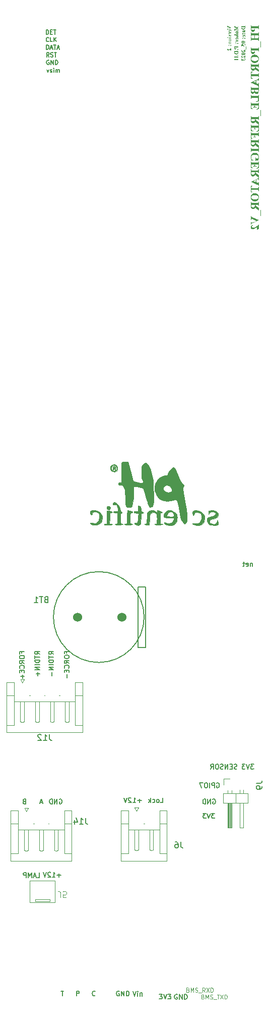
<source format=gbo>
%TF.GenerationSoftware,KiCad,Pcbnew,7.0.2*%
%TF.CreationDate,2023-05-22T14:03:59+07:00*%
%TF.ProjectId,ph_portable_refrigerator_v2_hw,70685f70-6f72-4746-9162-6c655f726566,rev?*%
%TF.SameCoordinates,Original*%
%TF.FileFunction,Legend,Bot*%
%TF.FilePolarity,Positive*%
%FSLAX46Y46*%
G04 Gerber Fmt 4.6, Leading zero omitted, Abs format (unit mm)*
G04 Created by KiCad (PCBNEW 7.0.2) date 2023-05-22 14:03:59*
%MOMM*%
%LPD*%
G01*
G04 APERTURE LIST*
%ADD10C,0.150000*%
%ADD11C,0.175000*%
%ADD12C,0.100000*%
%ADD13C,0.280000*%
%ADD14C,0.120000*%
%ADD15C,0.010000*%
%ADD16C,1.524000*%
G04 APERTURE END LIST*
D10*
X42516666Y-30047666D02*
X42483333Y-30081000D01*
X42483333Y-30081000D02*
X42383333Y-30114333D01*
X42383333Y-30114333D02*
X42316666Y-30114333D01*
X42316666Y-30114333D02*
X42216666Y-30081000D01*
X42216666Y-30081000D02*
X42150000Y-30014333D01*
X42150000Y-30014333D02*
X42116666Y-29947666D01*
X42116666Y-29947666D02*
X42083333Y-29814333D01*
X42083333Y-29814333D02*
X42083333Y-29714333D01*
X42083333Y-29714333D02*
X42116666Y-29581000D01*
X42116666Y-29581000D02*
X42150000Y-29514333D01*
X42150000Y-29514333D02*
X42216666Y-29447666D01*
X42216666Y-29447666D02*
X42316666Y-29414333D01*
X42316666Y-29414333D02*
X42383333Y-29414333D01*
X42383333Y-29414333D02*
X42483333Y-29447666D01*
X42483333Y-29447666D02*
X42516666Y-29481000D01*
X43150000Y-30114333D02*
X42816666Y-30114333D01*
X42816666Y-30114333D02*
X42816666Y-29414333D01*
X43383333Y-30114333D02*
X43383333Y-29414333D01*
X43783333Y-30114333D02*
X43483333Y-29714333D01*
X43783333Y-29414333D02*
X43383333Y-29814333D01*
X42558333Y-33272666D02*
X42491666Y-33239333D01*
X42491666Y-33239333D02*
X42391666Y-33239333D01*
X42391666Y-33239333D02*
X42291666Y-33272666D01*
X42291666Y-33272666D02*
X42225000Y-33339333D01*
X42225000Y-33339333D02*
X42191666Y-33406000D01*
X42191666Y-33406000D02*
X42158333Y-33539333D01*
X42158333Y-33539333D02*
X42158333Y-33639333D01*
X42158333Y-33639333D02*
X42191666Y-33772666D01*
X42191666Y-33772666D02*
X42225000Y-33839333D01*
X42225000Y-33839333D02*
X42291666Y-33906000D01*
X42291666Y-33906000D02*
X42391666Y-33939333D01*
X42391666Y-33939333D02*
X42458333Y-33939333D01*
X42458333Y-33939333D02*
X42558333Y-33906000D01*
X42558333Y-33906000D02*
X42591666Y-33872666D01*
X42591666Y-33872666D02*
X42591666Y-33639333D01*
X42591666Y-33639333D02*
X42458333Y-33639333D01*
X42891666Y-33939333D02*
X42891666Y-33239333D01*
X42891666Y-33239333D02*
X43291666Y-33939333D01*
X43291666Y-33939333D02*
X43291666Y-33239333D01*
X43624999Y-33939333D02*
X43624999Y-33239333D01*
X43624999Y-33239333D02*
X43791666Y-33239333D01*
X43791666Y-33239333D02*
X43891666Y-33272666D01*
X43891666Y-33272666D02*
X43958333Y-33339333D01*
X43958333Y-33339333D02*
X43991666Y-33406000D01*
X43991666Y-33406000D02*
X44024999Y-33539333D01*
X44024999Y-33539333D02*
X44024999Y-33639333D01*
X44024999Y-33639333D02*
X43991666Y-33772666D01*
X43991666Y-33772666D02*
X43958333Y-33839333D01*
X43958333Y-33839333D02*
X43891666Y-33906000D01*
X43891666Y-33906000D02*
X43791666Y-33939333D01*
X43791666Y-33939333D02*
X43624999Y-33939333D01*
X42566666Y-32664333D02*
X42333333Y-32331000D01*
X42166666Y-32664333D02*
X42166666Y-31964333D01*
X42166666Y-31964333D02*
X42433333Y-31964333D01*
X42433333Y-31964333D02*
X42500000Y-31997666D01*
X42500000Y-31997666D02*
X42533333Y-32031000D01*
X42533333Y-32031000D02*
X42566666Y-32097666D01*
X42566666Y-32097666D02*
X42566666Y-32197666D01*
X42566666Y-32197666D02*
X42533333Y-32264333D01*
X42533333Y-32264333D02*
X42500000Y-32297666D01*
X42500000Y-32297666D02*
X42433333Y-32331000D01*
X42433333Y-32331000D02*
X42166666Y-32331000D01*
X42833333Y-32631000D02*
X42933333Y-32664333D01*
X42933333Y-32664333D02*
X43100000Y-32664333D01*
X43100000Y-32664333D02*
X43166666Y-32631000D01*
X43166666Y-32631000D02*
X43200000Y-32597666D01*
X43200000Y-32597666D02*
X43233333Y-32531000D01*
X43233333Y-32531000D02*
X43233333Y-32464333D01*
X43233333Y-32464333D02*
X43200000Y-32397666D01*
X43200000Y-32397666D02*
X43166666Y-32364333D01*
X43166666Y-32364333D02*
X43100000Y-32331000D01*
X43100000Y-32331000D02*
X42966666Y-32297666D01*
X42966666Y-32297666D02*
X42900000Y-32264333D01*
X42900000Y-32264333D02*
X42866666Y-32231000D01*
X42866666Y-32231000D02*
X42833333Y-32164333D01*
X42833333Y-32164333D02*
X42833333Y-32097666D01*
X42833333Y-32097666D02*
X42866666Y-32031000D01*
X42866666Y-32031000D02*
X42900000Y-31997666D01*
X42900000Y-31997666D02*
X42966666Y-31964333D01*
X42966666Y-31964333D02*
X43133333Y-31964333D01*
X43133333Y-31964333D02*
X43233333Y-31997666D01*
X43433333Y-31964333D02*
X43833333Y-31964333D01*
X43633333Y-32664333D02*
X43633333Y-31964333D01*
X42091666Y-28864333D02*
X42091666Y-28164333D01*
X42091666Y-28164333D02*
X42258333Y-28164333D01*
X42258333Y-28164333D02*
X42358333Y-28197666D01*
X42358333Y-28197666D02*
X42425000Y-28264333D01*
X42425000Y-28264333D02*
X42458333Y-28331000D01*
X42458333Y-28331000D02*
X42491666Y-28464333D01*
X42491666Y-28464333D02*
X42491666Y-28564333D01*
X42491666Y-28564333D02*
X42458333Y-28697666D01*
X42458333Y-28697666D02*
X42425000Y-28764333D01*
X42425000Y-28764333D02*
X42358333Y-28831000D01*
X42358333Y-28831000D02*
X42258333Y-28864333D01*
X42258333Y-28864333D02*
X42091666Y-28864333D01*
X42791666Y-28497666D02*
X43025000Y-28497666D01*
X43125000Y-28864333D02*
X42791666Y-28864333D01*
X42791666Y-28864333D02*
X42791666Y-28164333D01*
X42791666Y-28164333D02*
X43125000Y-28164333D01*
X43324999Y-28164333D02*
X43724999Y-28164333D01*
X43524999Y-28864333D02*
X43524999Y-28164333D01*
X42141666Y-31389333D02*
X42141666Y-30689333D01*
X42141666Y-30689333D02*
X42308333Y-30689333D01*
X42308333Y-30689333D02*
X42408333Y-30722666D01*
X42408333Y-30722666D02*
X42475000Y-30789333D01*
X42475000Y-30789333D02*
X42508333Y-30856000D01*
X42508333Y-30856000D02*
X42541666Y-30989333D01*
X42541666Y-30989333D02*
X42541666Y-31089333D01*
X42541666Y-31089333D02*
X42508333Y-31222666D01*
X42508333Y-31222666D02*
X42475000Y-31289333D01*
X42475000Y-31289333D02*
X42408333Y-31356000D01*
X42408333Y-31356000D02*
X42308333Y-31389333D01*
X42308333Y-31389333D02*
X42141666Y-31389333D01*
X42808333Y-31189333D02*
X43141666Y-31189333D01*
X42741666Y-31389333D02*
X42975000Y-30689333D01*
X42975000Y-30689333D02*
X43208333Y-31389333D01*
X43341666Y-30689333D02*
X43741666Y-30689333D01*
X43541666Y-31389333D02*
X43541666Y-30689333D01*
X43941666Y-31189333D02*
X44274999Y-31189333D01*
X43874999Y-31389333D02*
X44108333Y-30689333D01*
X44108333Y-30689333D02*
X44341666Y-31389333D01*
X42200000Y-34797666D02*
X42366666Y-35264333D01*
X42366666Y-35264333D02*
X42533333Y-34797666D01*
X42766666Y-35231000D02*
X42833333Y-35264333D01*
X42833333Y-35264333D02*
X42966666Y-35264333D01*
X42966666Y-35264333D02*
X43033333Y-35231000D01*
X43033333Y-35231000D02*
X43066666Y-35164333D01*
X43066666Y-35164333D02*
X43066666Y-35131000D01*
X43066666Y-35131000D02*
X43033333Y-35064333D01*
X43033333Y-35064333D02*
X42966666Y-35031000D01*
X42966666Y-35031000D02*
X42866666Y-35031000D01*
X42866666Y-35031000D02*
X42799999Y-34997666D01*
X42799999Y-34997666D02*
X42766666Y-34931000D01*
X42766666Y-34931000D02*
X42766666Y-34897666D01*
X42766666Y-34897666D02*
X42799999Y-34831000D01*
X42799999Y-34831000D02*
X42866666Y-34797666D01*
X42866666Y-34797666D02*
X42966666Y-34797666D01*
X42966666Y-34797666D02*
X43033333Y-34831000D01*
X43366666Y-35264333D02*
X43366666Y-34797666D01*
X43366666Y-34564333D02*
X43333333Y-34597666D01*
X43333333Y-34597666D02*
X43366666Y-34631000D01*
X43366666Y-34631000D02*
X43400000Y-34597666D01*
X43400000Y-34597666D02*
X43366666Y-34564333D01*
X43366666Y-34564333D02*
X43366666Y-34631000D01*
X43699999Y-35264333D02*
X43699999Y-34797666D01*
X43699999Y-34864333D02*
X43733333Y-34831000D01*
X43733333Y-34831000D02*
X43799999Y-34797666D01*
X43799999Y-34797666D02*
X43899999Y-34797666D01*
X43899999Y-34797666D02*
X43966666Y-34831000D01*
X43966666Y-34831000D02*
X43999999Y-34897666D01*
X43999999Y-34897666D02*
X43999999Y-35264333D01*
X43999999Y-34897666D02*
X44033333Y-34831000D01*
X44033333Y-34831000D02*
X44099999Y-34797666D01*
X44099999Y-34797666D02*
X44199999Y-34797666D01*
X44199999Y-34797666D02*
X44266666Y-34831000D01*
X44266666Y-34831000D02*
X44299999Y-34897666D01*
X44299999Y-34897666D02*
X44299999Y-35264333D01*
D11*
G36*
X72532975Y-28126147D02*
G01*
X72554859Y-28126147D01*
X72556667Y-28117377D01*
X72559272Y-28108847D01*
X72562673Y-28100558D01*
X72566870Y-28092509D01*
X72570540Y-28086630D01*
X72574657Y-28080886D01*
X72579223Y-28075278D01*
X72584236Y-28069805D01*
X72589698Y-28064467D01*
X72591617Y-28062718D01*
X72598371Y-28057327D01*
X72604726Y-28052884D01*
X72612187Y-28048098D01*
X72620754Y-28042970D01*
X72627080Y-28039361D01*
X72633898Y-28035600D01*
X72641207Y-28031686D01*
X72649007Y-28027620D01*
X72657299Y-28023402D01*
X72666083Y-28019032D01*
X72675358Y-28014509D01*
X72685125Y-28009834D01*
X72695383Y-28005007D01*
X72700696Y-28002536D01*
X73200442Y-27777882D01*
X73200442Y-27762152D01*
X72681035Y-27538524D01*
X72670021Y-27533583D01*
X72659591Y-27528850D01*
X72649745Y-27524324D01*
X72640483Y-27520005D01*
X72631804Y-27515893D01*
X72623709Y-27511988D01*
X72616198Y-27508291D01*
X72609270Y-27504800D01*
X72602926Y-27501516D01*
X72594505Y-27496978D01*
X72587397Y-27492907D01*
X72579962Y-27488202D01*
X72574862Y-27484326D01*
X72569315Y-27478343D01*
X72565325Y-27472054D01*
X72561911Y-27464579D01*
X72559595Y-27457746D01*
X72557648Y-27450153D01*
X72556069Y-27441803D01*
X72554859Y-27432693D01*
X72532975Y-27432693D01*
X72532975Y-27745226D01*
X72554859Y-27745226D01*
X72554859Y-27734626D01*
X72554946Y-27726944D01*
X72555208Y-27719734D01*
X72555827Y-27710854D01*
X72556757Y-27702813D01*
X72557996Y-27695611D01*
X72559982Y-27687788D01*
X72562451Y-27681276D01*
X72564775Y-27677009D01*
X72569109Y-27671637D01*
X72575066Y-27667730D01*
X72582225Y-27665994D01*
X72584608Y-27665896D01*
X72591755Y-27666517D01*
X72598552Y-27668012D01*
X72603927Y-27669658D01*
X72610825Y-27672245D01*
X72618337Y-27675155D01*
X72625897Y-27678121D01*
X72632472Y-27680716D01*
X72639822Y-27683630D01*
X72647947Y-27686863D01*
X72656848Y-27690414D01*
X72663212Y-27692959D01*
X72669922Y-27695645D01*
X72991174Y-27834644D01*
X72705312Y-27963555D01*
X72698476Y-27966371D01*
X72691942Y-27969047D01*
X72682710Y-27972802D01*
X72674161Y-27976244D01*
X72666293Y-27979374D01*
X72659108Y-27982191D01*
X72652605Y-27984695D01*
X72644995Y-27987548D01*
X72637189Y-27990333D01*
X72632308Y-27991936D01*
X72625074Y-27994001D01*
X72618330Y-27995559D01*
X72611224Y-27996718D01*
X72603996Y-27997231D01*
X72603243Y-27997236D01*
X72595711Y-27996627D01*
X72588692Y-27994802D01*
X72582187Y-27991759D01*
X72578795Y-27989542D01*
X72573238Y-27984647D01*
X72568492Y-27978615D01*
X72564955Y-27972300D01*
X72562724Y-27966974D01*
X72560458Y-27960180D01*
X72558576Y-27952726D01*
X72557078Y-27944612D01*
X72556157Y-27937647D01*
X72555481Y-27930259D01*
X72555051Y-27922449D01*
X72554867Y-27914217D01*
X72554859Y-27912093D01*
X72532975Y-27912093D01*
X72532975Y-28126147D01*
G37*
G36*
X72983751Y-28080660D02*
G01*
X72994735Y-28081145D01*
X73005491Y-28081953D01*
X73016018Y-28083084D01*
X73026317Y-28084539D01*
X73036388Y-28086317D01*
X73046230Y-28088418D01*
X73055844Y-28090842D01*
X73065229Y-28093590D01*
X73074386Y-28096660D01*
X73083314Y-28100054D01*
X73092015Y-28103772D01*
X73100486Y-28107812D01*
X73108730Y-28112176D01*
X73116744Y-28116863D01*
X73124531Y-28121873D01*
X73133723Y-28128496D01*
X73142322Y-28135497D01*
X73150329Y-28142878D01*
X73157742Y-28150639D01*
X73164562Y-28158779D01*
X73170789Y-28167298D01*
X73176423Y-28176196D01*
X73181464Y-28185474D01*
X73185912Y-28195131D01*
X73189767Y-28205168D01*
X73193028Y-28215583D01*
X73195697Y-28226379D01*
X73197773Y-28237553D01*
X73199255Y-28249107D01*
X73200145Y-28261040D01*
X73200442Y-28273353D01*
X73200410Y-28276983D01*
X73200158Y-28284159D01*
X73199653Y-28291225D01*
X73198895Y-28298180D01*
X73197886Y-28305024D01*
X73196623Y-28311758D01*
X73194257Y-28321650D01*
X73191322Y-28331292D01*
X73187819Y-28340685D01*
X73183748Y-28349829D01*
X73179110Y-28358723D01*
X73173903Y-28367368D01*
X73168128Y-28375764D01*
X73163912Y-28381269D01*
X73159342Y-28386714D01*
X73154418Y-28392099D01*
X73149140Y-28397423D01*
X73143508Y-28402688D01*
X73137522Y-28407893D01*
X73131182Y-28413037D01*
X73124488Y-28418121D01*
X73117440Y-28423146D01*
X73110039Y-28428110D01*
X73102283Y-28433014D01*
X73094173Y-28437858D01*
X73085709Y-28442642D01*
X73076892Y-28447365D01*
X73067720Y-28452029D01*
X73058195Y-28456632D01*
X73047252Y-28440219D01*
X73052556Y-28436877D01*
X73060123Y-28431910D01*
X73067224Y-28427001D01*
X73073859Y-28422149D01*
X73080029Y-28417354D01*
X73085732Y-28412616D01*
X73090970Y-28407935D01*
X73097229Y-28401783D01*
X73102660Y-28395732D01*
X73107263Y-28389783D01*
X73111150Y-28383802D01*
X73114518Y-28377655D01*
X73117369Y-28371342D01*
X73119701Y-28364864D01*
X73121515Y-28358221D01*
X73122811Y-28351411D01*
X73123588Y-28344436D01*
X73123847Y-28337295D01*
X73123697Y-28331514D01*
X73122908Y-28323039D01*
X73121443Y-28314802D01*
X73119301Y-28306802D01*
X73116484Y-28299040D01*
X73112990Y-28291515D01*
X73108820Y-28284228D01*
X73103974Y-28277178D01*
X73098452Y-28270365D01*
X73092253Y-28263790D01*
X73085379Y-28257452D01*
X73078955Y-28252198D01*
X73072249Y-28247248D01*
X73065261Y-28242602D01*
X73057992Y-28238261D01*
X73050440Y-28234225D01*
X73042607Y-28230493D01*
X73034492Y-28227065D01*
X73026095Y-28223942D01*
X73017416Y-28221124D01*
X73008456Y-28218610D01*
X72999213Y-28216401D01*
X72989689Y-28214496D01*
X72979883Y-28212896D01*
X72969795Y-28211600D01*
X72959425Y-28210609D01*
X72948774Y-28209923D01*
X72948774Y-28456632D01*
X72935432Y-28455960D01*
X72922506Y-28454925D01*
X72909995Y-28453529D01*
X72897899Y-28451770D01*
X72886219Y-28449650D01*
X72874955Y-28447168D01*
X72864106Y-28444323D01*
X72853672Y-28441117D01*
X72843653Y-28437549D01*
X72834050Y-28433618D01*
X72824863Y-28429326D01*
X72816090Y-28424672D01*
X72807734Y-28419656D01*
X72799792Y-28414277D01*
X72792266Y-28408537D01*
X72785155Y-28402435D01*
X72778468Y-28396102D01*
X72772213Y-28389626D01*
X72766388Y-28383006D01*
X72760995Y-28376244D01*
X72756034Y-28369340D01*
X72751504Y-28362292D01*
X72747405Y-28355101D01*
X72743738Y-28347767D01*
X72740502Y-28340291D01*
X72737698Y-28332671D01*
X72735325Y-28324909D01*
X72733384Y-28317003D01*
X72731874Y-28308955D01*
X72730795Y-28300764D01*
X72730148Y-28292430D01*
X72729932Y-28283953D01*
X72730114Y-28276772D01*
X72762758Y-28276772D01*
X72763159Y-28283791D01*
X72764599Y-28291052D01*
X72767086Y-28297501D01*
X72771136Y-28303785D01*
X72773947Y-28307037D01*
X72779161Y-28312088D01*
X72785034Y-28316680D01*
X72791566Y-28320813D01*
X72798758Y-28324487D01*
X72806610Y-28327702D01*
X72813366Y-28329944D01*
X72817032Y-28330958D01*
X72825463Y-28332791D01*
X72832747Y-28333993D01*
X72840854Y-28335049D01*
X72849785Y-28335957D01*
X72859539Y-28336718D01*
X72866500Y-28337143D01*
X72873826Y-28337503D01*
X72881518Y-28337798D01*
X72889577Y-28338027D01*
X72898001Y-28338190D01*
X72906791Y-28338288D01*
X72915948Y-28338321D01*
X72915948Y-28207529D01*
X72899705Y-28207529D01*
X72890828Y-28207640D01*
X72882189Y-28207973D01*
X72873789Y-28208527D01*
X72865629Y-28209303D01*
X72857708Y-28210301D01*
X72850025Y-28211520D01*
X72842582Y-28212961D01*
X72835378Y-28214624D01*
X72828413Y-28216509D01*
X72821687Y-28218615D01*
X72812046Y-28222191D01*
X72802944Y-28226265D01*
X72794379Y-28230838D01*
X72786352Y-28235910D01*
X72783495Y-28237933D01*
X72777159Y-28243300D01*
X72771975Y-28249110D01*
X72767943Y-28255362D01*
X72765062Y-28262056D01*
X72763334Y-28269193D01*
X72762758Y-28276772D01*
X72730114Y-28276772D01*
X72730189Y-28273819D01*
X72730961Y-28263848D01*
X72732246Y-28254040D01*
X72734046Y-28244395D01*
X72736360Y-28234912D01*
X72739189Y-28225593D01*
X72742531Y-28216437D01*
X72746388Y-28207444D01*
X72750759Y-28198613D01*
X72755644Y-28189946D01*
X72761044Y-28181442D01*
X72766958Y-28173100D01*
X72773386Y-28164922D01*
X72780328Y-28156906D01*
X72787785Y-28149053D01*
X72795756Y-28141364D01*
X72799903Y-28137619D01*
X72808465Y-28130486D01*
X72817382Y-28123829D01*
X72826655Y-28117648D01*
X72836283Y-28111942D01*
X72846266Y-28106711D01*
X72856604Y-28101956D01*
X72867298Y-28097676D01*
X72878346Y-28093872D01*
X72889751Y-28090544D01*
X72901510Y-28087691D01*
X72913625Y-28085313D01*
X72926095Y-28083411D01*
X72938921Y-28081984D01*
X72952101Y-28081033D01*
X72965637Y-28080558D01*
X72972539Y-28080498D01*
X72983751Y-28080660D01*
G37*
G36*
X72740874Y-28697187D02*
G01*
X72842943Y-28697187D01*
X72834412Y-28702742D01*
X72826258Y-28708209D01*
X72818480Y-28713588D01*
X72811079Y-28718879D01*
X72804054Y-28724082D01*
X72797407Y-28729196D01*
X72791135Y-28734222D01*
X72785241Y-28739160D01*
X72779723Y-28744010D01*
X72774582Y-28748772D01*
X72767577Y-28755749D01*
X72761419Y-28762528D01*
X72756108Y-28769109D01*
X72751645Y-28775491D01*
X72747765Y-28781786D01*
X72744266Y-28788038D01*
X72741149Y-28794248D01*
X72737587Y-28802462D01*
X72734703Y-28810602D01*
X72732498Y-28818667D01*
X72730971Y-28826657D01*
X72730123Y-28834573D01*
X72729932Y-28840460D01*
X72730337Y-28848635D01*
X72731552Y-28856275D01*
X72733576Y-28863381D01*
X72736410Y-28869952D01*
X72740054Y-28875990D01*
X72744508Y-28881493D01*
X72746516Y-28883545D01*
X72752033Y-28888174D01*
X72758217Y-28892020D01*
X72765069Y-28895080D01*
X72772589Y-28897356D01*
X72780777Y-28898847D01*
X72787808Y-28899474D01*
X72793362Y-28899616D01*
X72801213Y-28899370D01*
X72808610Y-28898633D01*
X72815553Y-28897404D01*
X72823593Y-28895176D01*
X72830924Y-28892181D01*
X72837545Y-28888418D01*
X72843456Y-28883886D01*
X72848579Y-28878866D01*
X72853580Y-28872422D01*
X72857330Y-28865522D01*
X72859831Y-28858165D01*
X72861081Y-28850351D01*
X72861237Y-28846273D01*
X72860774Y-28838475D01*
X72859384Y-28831003D01*
X72857067Y-28823856D01*
X72853824Y-28817035D01*
X72849654Y-28810539D01*
X72844558Y-28804369D01*
X72842259Y-28801992D01*
X72836689Y-28796495D01*
X72831095Y-28790901D01*
X72826073Y-28785757D01*
X72821454Y-28780683D01*
X72820888Y-28779937D01*
X72818033Y-28773709D01*
X72817469Y-28768824D01*
X72818142Y-28761910D01*
X72820162Y-28755189D01*
X72823528Y-28748660D01*
X72827577Y-28743105D01*
X72828240Y-28742323D01*
X72833769Y-28736413D01*
X72839991Y-28730970D01*
X72846906Y-28725994D01*
X72852936Y-28722351D01*
X72859410Y-28719006D01*
X72866328Y-28715961D01*
X72873689Y-28713214D01*
X72875599Y-28712575D01*
X72884596Y-28709825D01*
X72893765Y-28707345D01*
X72903105Y-28705136D01*
X72912616Y-28703198D01*
X72922299Y-28701530D01*
X72932153Y-28700132D01*
X72942178Y-28699005D01*
X72952375Y-28698149D01*
X72959268Y-28697728D01*
X72966237Y-28697428D01*
X72973282Y-28697247D01*
X72980403Y-28697187D01*
X73085550Y-28697187D01*
X73112905Y-28697700D01*
X73120066Y-28697784D01*
X73127535Y-28698104D01*
X73134700Y-28698782D01*
X73141459Y-28700134D01*
X73144021Y-28701120D01*
X73150061Y-28704739D01*
X73155597Y-28709808D01*
X73159898Y-28715979D01*
X73160948Y-28718046D01*
X73163352Y-28724735D01*
X73165052Y-28732166D01*
X73166210Y-28739707D01*
X73166964Y-28746818D01*
X73167526Y-28754680D01*
X73167615Y-28756343D01*
X73189500Y-28756343D01*
X73189500Y-28513565D01*
X73167615Y-28513565D01*
X73166950Y-28520578D01*
X73165690Y-28528509D01*
X73163955Y-28535514D01*
X73161244Y-28542697D01*
X73157215Y-28549391D01*
X73153767Y-28553060D01*
X73147914Y-28556604D01*
X73140953Y-28558997D01*
X73134019Y-28560545D01*
X73125873Y-28561767D01*
X73118967Y-28562470D01*
X73111379Y-28562990D01*
X73103109Y-28563326D01*
X73094157Y-28563478D01*
X73091021Y-28563489D01*
X72839353Y-28563489D01*
X72832448Y-28563456D01*
X72823998Y-28563309D01*
X72816414Y-28563044D01*
X72808151Y-28562548D01*
X72801240Y-28561869D01*
X72793838Y-28560609D01*
X72790797Y-28559727D01*
X72783864Y-28556614D01*
X72778067Y-28552851D01*
X72772958Y-28547909D01*
X72771307Y-28545708D01*
X72768142Y-28539502D01*
X72765829Y-28532123D01*
X72764190Y-28524230D01*
X72763072Y-28516396D01*
X72762758Y-28513565D01*
X72740874Y-28513565D01*
X72740874Y-28697187D01*
G37*
G36*
X72729932Y-29229759D02*
G01*
X72883121Y-29236939D01*
X72883121Y-29220697D01*
X72874616Y-29217013D01*
X72866454Y-29213314D01*
X72858636Y-29209598D01*
X72851161Y-29205866D01*
X72844029Y-29202118D01*
X72837240Y-29198354D01*
X72830794Y-29194574D01*
X72824692Y-29190778D01*
X72818933Y-29186965D01*
X72810939Y-29181217D01*
X72803716Y-29175433D01*
X72797266Y-29169613D01*
X72791589Y-29163756D01*
X72788233Y-29159832D01*
X72783680Y-29153935D01*
X72779576Y-29148041D01*
X72775919Y-29142150D01*
X72771739Y-29134300D01*
X72768356Y-29126456D01*
X72765769Y-29118616D01*
X72763977Y-29110782D01*
X72762982Y-29102954D01*
X72762758Y-29097086D01*
X72763221Y-29089911D01*
X72764610Y-29083133D01*
X72767399Y-29075727D01*
X72771449Y-29068861D01*
X72775923Y-29063405D01*
X72780998Y-29058699D01*
X72787268Y-29054439D01*
X72793915Y-29051504D01*
X72800938Y-29049894D01*
X72806185Y-29049556D01*
X72813413Y-29050314D01*
X72820478Y-29052586D01*
X72826622Y-29055877D01*
X72831146Y-29059131D01*
X72836457Y-29063840D01*
X72842644Y-29070276D01*
X72847859Y-29076235D01*
X72853568Y-29083165D01*
X72859769Y-29091065D01*
X72864176Y-29096871D01*
X72868803Y-29103109D01*
X72873649Y-29109778D01*
X72878714Y-29116879D01*
X72883998Y-29124411D01*
X72889501Y-29132374D01*
X72895223Y-29140769D01*
X72898167Y-29145129D01*
X72904052Y-29153787D01*
X72909827Y-29162065D01*
X72915491Y-29169965D01*
X72921045Y-29177485D01*
X72926487Y-29184625D01*
X72931818Y-29191387D01*
X72937039Y-29197769D01*
X72942149Y-29203771D01*
X72947148Y-29209395D01*
X72952036Y-29214639D01*
X72959160Y-29221793D01*
X72966034Y-29228094D01*
X72972660Y-29233542D01*
X72979035Y-29238136D01*
X72985324Y-29242139D01*
X72991750Y-29245748D01*
X72998315Y-29248963D01*
X73005018Y-29251784D01*
X73011859Y-29254212D01*
X73018838Y-29256246D01*
X73025956Y-29257887D01*
X73033212Y-29259134D01*
X73040606Y-29259987D01*
X73048138Y-29260446D01*
X73053236Y-29260533D01*
X73060213Y-29260368D01*
X73067165Y-29259872D01*
X73074093Y-29259046D01*
X73080998Y-29257889D01*
X73087878Y-29256401D01*
X73094734Y-29254583D01*
X73101566Y-29252434D01*
X73108374Y-29249955D01*
X73115158Y-29247145D01*
X73121918Y-29244004D01*
X73126412Y-29241727D01*
X73132966Y-29238096D01*
X73139228Y-29234191D01*
X73145199Y-29230013D01*
X73150879Y-29225562D01*
X73156267Y-29220837D01*
X73161364Y-29215839D01*
X73166169Y-29210567D01*
X73170682Y-29205022D01*
X73174904Y-29199203D01*
X73178835Y-29193110D01*
X73181293Y-29188897D01*
X73184715Y-29182422D01*
X73187800Y-29175822D01*
X73190549Y-29169095D01*
X73192962Y-29162242D01*
X73195037Y-29155262D01*
X73196776Y-29148157D01*
X73198179Y-29140925D01*
X73199245Y-29133567D01*
X73199974Y-29126082D01*
X73200367Y-29118472D01*
X73200442Y-29113328D01*
X73200172Y-29104953D01*
X73199362Y-29095900D01*
X73198401Y-29088665D01*
X73197136Y-29081048D01*
X73195568Y-29073049D01*
X73193696Y-29064669D01*
X73191521Y-29055906D01*
X73189042Y-29046763D01*
X73186260Y-29037237D01*
X73184236Y-29030675D01*
X73183174Y-29027330D01*
X73181154Y-29020716D01*
X73179441Y-29014041D01*
X73178557Y-29007669D01*
X73179925Y-29000050D01*
X73183366Y-28993927D01*
X73188901Y-28988311D01*
X73195312Y-28983901D01*
X73200442Y-28981168D01*
X73200442Y-28965268D01*
X73047252Y-28957575D01*
X73047252Y-28973988D01*
X73054658Y-28976764D01*
X73061828Y-28979664D01*
X73068763Y-28982689D01*
X73075463Y-28985838D01*
X73081927Y-28989111D01*
X73088157Y-28992508D01*
X73094152Y-28996030D01*
X73102703Y-29001545D01*
X73110725Y-29007340D01*
X73118218Y-29013414D01*
X73125183Y-29019768D01*
X73131618Y-29026401D01*
X73137525Y-29033314D01*
X73142902Y-29040363D01*
X73147751Y-29047339D01*
X73152070Y-29054243D01*
X73155861Y-29061075D01*
X73159123Y-29067835D01*
X73161856Y-29074523D01*
X73164060Y-29081139D01*
X73166175Y-29089848D01*
X73167351Y-29098428D01*
X73167615Y-29104780D01*
X73167273Y-29111788D01*
X73165959Y-29119658D01*
X73163659Y-29126939D01*
X73160373Y-29133631D01*
X73156101Y-29139734D01*
X73153596Y-29142564D01*
X73148070Y-29147561D01*
X73142135Y-29151524D01*
X73135792Y-29154453D01*
X73129040Y-29156349D01*
X73121880Y-29157210D01*
X73119402Y-29157267D01*
X73112393Y-29156913D01*
X73104378Y-29155550D01*
X73096797Y-29153166D01*
X73089648Y-29149760D01*
X73082932Y-29145332D01*
X73079737Y-29142735D01*
X73074083Y-29137379D01*
X73068960Y-29131844D01*
X73063302Y-29125197D01*
X73058707Y-29119483D01*
X73053813Y-29113144D01*
X73048618Y-29106179D01*
X73043122Y-29098590D01*
X73037326Y-29090375D01*
X73033294Y-29084552D01*
X73029130Y-29078450D01*
X73022877Y-29069443D01*
X73016812Y-29060843D01*
X73010935Y-29052651D01*
X73005247Y-29044865D01*
X72999748Y-29037488D01*
X72994436Y-29030517D01*
X72989313Y-29023954D01*
X72984378Y-29017799D01*
X72979632Y-29012050D01*
X72975074Y-29006710D01*
X72968590Y-28999462D01*
X72962529Y-28993132D01*
X72956893Y-28987717D01*
X72951680Y-28983220D01*
X72944267Y-28977537D01*
X72936710Y-28972413D01*
X72929008Y-28967848D01*
X72921162Y-28963842D01*
X72913172Y-28960395D01*
X72905037Y-28957506D01*
X72896759Y-28955177D01*
X72888336Y-28953407D01*
X72879769Y-28952196D01*
X72871057Y-28951544D01*
X72865169Y-28951420D01*
X72855575Y-28951734D01*
X72846156Y-28952676D01*
X72836910Y-28954246D01*
X72827839Y-28956445D01*
X72818942Y-28959271D01*
X72810220Y-28962726D01*
X72801672Y-28966808D01*
X72793298Y-28971519D01*
X72785098Y-28976858D01*
X72777073Y-28982825D01*
X72771820Y-28987152D01*
X72766747Y-28991765D01*
X72759753Y-28999153D01*
X72753494Y-29007102D01*
X72747972Y-29015614D01*
X72743186Y-29024688D01*
X72740404Y-29031049D01*
X72737950Y-29037660D01*
X72735823Y-29044521D01*
X72734023Y-29051631D01*
X72732550Y-29058992D01*
X72731405Y-29066602D01*
X72730587Y-29074462D01*
X72730096Y-29082572D01*
X72729932Y-29090931D01*
X72730069Y-29097769D01*
X72730677Y-29106815D01*
X72731771Y-29115782D01*
X72733351Y-29124668D01*
X72735417Y-29133475D01*
X72737970Y-29142201D01*
X72740203Y-29148693D01*
X72742710Y-29155140D01*
X72745490Y-29161542D01*
X72748548Y-29168472D01*
X72750772Y-29175284D01*
X72751810Y-29182224D01*
X72751816Y-29182742D01*
X72751195Y-29189684D01*
X72748768Y-29196266D01*
X72748568Y-29196591D01*
X72743925Y-29201941D01*
X72738364Y-29206868D01*
X72732711Y-29211392D01*
X72729932Y-29213517D01*
X72729932Y-29229759D01*
G37*
G36*
X72522033Y-29434752D02*
G01*
X72522335Y-29442421D01*
X72523240Y-29449786D01*
X72524749Y-29456847D01*
X72526863Y-29463603D01*
X72529579Y-29470054D01*
X72532900Y-29476201D01*
X72536824Y-29482044D01*
X72541352Y-29487581D01*
X72546305Y-29492671D01*
X72552842Y-29498078D01*
X72559762Y-29502424D01*
X72567067Y-29505711D01*
X72574756Y-29507938D01*
X72582828Y-29509104D01*
X72587856Y-29509295D01*
X72596155Y-29508760D01*
X72604062Y-29507158D01*
X72611576Y-29504486D01*
X72618697Y-29500746D01*
X72625427Y-29495938D01*
X72630528Y-29491321D01*
X72634189Y-29487411D01*
X72638677Y-29481801D01*
X72642566Y-29475913D01*
X72645858Y-29469747D01*
X72648550Y-29463304D01*
X72650645Y-29456582D01*
X72652141Y-29449583D01*
X72653038Y-29442307D01*
X72653338Y-29434752D01*
X72653038Y-29427200D01*
X72652141Y-29419931D01*
X72650645Y-29412945D01*
X72648550Y-29406243D01*
X72645858Y-29399823D01*
X72642566Y-29393687D01*
X72638677Y-29387834D01*
X72634189Y-29382264D01*
X72629276Y-29377215D01*
X72622782Y-29371851D01*
X72615896Y-29367538D01*
X72608617Y-29364277D01*
X72600946Y-29362068D01*
X72592883Y-29360911D01*
X72587856Y-29360722D01*
X72579553Y-29361248D01*
X72571634Y-29362825D01*
X72564099Y-29365455D01*
X72556948Y-29369137D01*
X72550181Y-29373870D01*
X72545044Y-29378414D01*
X72541352Y-29382264D01*
X72536824Y-29387834D01*
X72532900Y-29393687D01*
X72529579Y-29399823D01*
X72526863Y-29406243D01*
X72524749Y-29412945D01*
X72523240Y-29419931D01*
X72522335Y-29427200D01*
X72522033Y-29434752D01*
G37*
G36*
X72740874Y-29502114D02*
G01*
X73091021Y-29502114D01*
X73099724Y-29502210D01*
X73107817Y-29502499D01*
X73115299Y-29502979D01*
X73122172Y-29503653D01*
X73130387Y-29504849D01*
X73137517Y-29506388D01*
X73144904Y-29508792D01*
X73151532Y-29512383D01*
X73152399Y-29513056D01*
X73157685Y-29518924D01*
X73161344Y-29525556D01*
X73163777Y-29532212D01*
X73165651Y-29539895D01*
X73166748Y-29546780D01*
X73167487Y-29554323D01*
X73167615Y-29556311D01*
X73189500Y-29556311D01*
X73189500Y-29313534D01*
X73167615Y-29313534D01*
X73167118Y-29320733D01*
X73165821Y-29329064D01*
X73163773Y-29336652D01*
X73160973Y-29343496D01*
X73157421Y-29349598D01*
X73153119Y-29354957D01*
X73150176Y-29357815D01*
X73143547Y-29361546D01*
X73136648Y-29363650D01*
X73129831Y-29364996D01*
X73121859Y-29366043D01*
X73112734Y-29366791D01*
X73105132Y-29367156D01*
X73096882Y-29367352D01*
X73091021Y-29367390D01*
X72839353Y-29367390D01*
X72830650Y-29367292D01*
X72822557Y-29366999D01*
X72815074Y-29366511D01*
X72808202Y-29365827D01*
X72799987Y-29364611D01*
X72792857Y-29363049D01*
X72785470Y-29360607D01*
X72778842Y-29356960D01*
X72777975Y-29356277D01*
X72772689Y-29350491D01*
X72769030Y-29343944D01*
X72766597Y-29337367D01*
X72764722Y-29329772D01*
X72763626Y-29322962D01*
X72762887Y-29315501D01*
X72762758Y-29313534D01*
X72740874Y-29313534D01*
X72740874Y-29502114D01*
G37*
G36*
X72978734Y-29601319D02*
G01*
X72990055Y-29601960D01*
X73001201Y-29603029D01*
X73012172Y-29604525D01*
X73022967Y-29606448D01*
X73033588Y-29608799D01*
X73044034Y-29611577D01*
X73054305Y-29614783D01*
X73064401Y-29618416D01*
X73074322Y-29622477D01*
X73084068Y-29626965D01*
X73093639Y-29631880D01*
X73103035Y-29637223D01*
X73112256Y-29642993D01*
X73121302Y-29649191D01*
X73130173Y-29655816D01*
X73138682Y-29662858D01*
X73146642Y-29670266D01*
X73154053Y-29678037D01*
X73160915Y-29686174D01*
X73167229Y-29694675D01*
X73172993Y-29703541D01*
X73178208Y-29712771D01*
X73182874Y-29722366D01*
X73186992Y-29732326D01*
X73190560Y-29742650D01*
X73193579Y-29753339D01*
X73196050Y-29764393D01*
X73197971Y-29775811D01*
X73199344Y-29787594D01*
X73200167Y-29799741D01*
X73200442Y-29812254D01*
X73200141Y-29825008D01*
X73199239Y-29837413D01*
X73197737Y-29849468D01*
X73195633Y-29861172D01*
X73192928Y-29872527D01*
X73189622Y-29883532D01*
X73185715Y-29894187D01*
X73181207Y-29904492D01*
X73176098Y-29914447D01*
X73170388Y-29924052D01*
X73164077Y-29933307D01*
X73157165Y-29942212D01*
X73149651Y-29950767D01*
X73141537Y-29958972D01*
X73132822Y-29966828D01*
X73123505Y-29974333D01*
X73115434Y-29980213D01*
X73107121Y-29985713D01*
X73098567Y-29990834D01*
X73089771Y-29995576D01*
X73080733Y-29999938D01*
X73071453Y-30003922D01*
X73061931Y-30007525D01*
X73052168Y-30010750D01*
X73042163Y-30013595D01*
X73031916Y-30016060D01*
X73021427Y-30018147D01*
X73010697Y-30019854D01*
X72999725Y-30021182D01*
X72988511Y-30022130D01*
X72977055Y-30022699D01*
X72965358Y-30022889D01*
X72957213Y-30022786D01*
X72949150Y-30022477D01*
X72941169Y-30021963D01*
X72933269Y-30021243D01*
X72925450Y-30020317D01*
X72917713Y-30019186D01*
X72910058Y-30017849D01*
X72902484Y-30016306D01*
X72894991Y-30014558D01*
X72887580Y-30012604D01*
X72880250Y-30010444D01*
X72873002Y-30008078D01*
X72865835Y-30005507D01*
X72858750Y-30002730D01*
X72851746Y-29999747D01*
X72844824Y-29996559D01*
X72838041Y-29993195D01*
X72831454Y-29989640D01*
X72825063Y-29985896D01*
X72818869Y-29981963D01*
X72812871Y-29977839D01*
X72807069Y-29973526D01*
X72801464Y-29969024D01*
X72796055Y-29964331D01*
X72790842Y-29959449D01*
X72785826Y-29954378D01*
X72781006Y-29949116D01*
X72776383Y-29943665D01*
X72771955Y-29938025D01*
X72767725Y-29932194D01*
X72763690Y-29926174D01*
X72759852Y-29919965D01*
X72756229Y-29913627D01*
X72752839Y-29907225D01*
X72749684Y-29900757D01*
X72746762Y-29894223D01*
X72744074Y-29887624D01*
X72741620Y-29880959D01*
X72739399Y-29874229D01*
X72737412Y-29867434D01*
X72735659Y-29860573D01*
X72734140Y-29853647D01*
X72732854Y-29846655D01*
X72731802Y-29839598D01*
X72730984Y-29832475D01*
X72730400Y-29825287D01*
X72730049Y-29818034D01*
X72729965Y-29812766D01*
X72762758Y-29812766D01*
X72763000Y-29818883D01*
X72763930Y-29825727D01*
X72765896Y-29833028D01*
X72768811Y-29839593D01*
X72772675Y-29845422D01*
X72777403Y-29850765D01*
X72782933Y-29855683D01*
X72789264Y-29860175D01*
X72796397Y-29864242D01*
X72802680Y-29867188D01*
X72809476Y-29869862D01*
X72816785Y-29872264D01*
X72825141Y-29874428D01*
X72832446Y-29875861D01*
X72840641Y-29877133D01*
X72849725Y-29878242D01*
X72859698Y-29879188D01*
X72866842Y-29879729D01*
X72874380Y-29880198D01*
X72882315Y-29880595D01*
X72890644Y-29880919D01*
X72899369Y-29881172D01*
X72908489Y-29881352D01*
X72918004Y-29881460D01*
X72927915Y-29881496D01*
X72936416Y-29881487D01*
X72944737Y-29881459D01*
X72952878Y-29881412D01*
X72960838Y-29881347D01*
X72968618Y-29881263D01*
X72976217Y-29881160D01*
X72983636Y-29881038D01*
X72990875Y-29880898D01*
X72997934Y-29880739D01*
X73011510Y-29880365D01*
X73024365Y-29879916D01*
X73036498Y-29879393D01*
X73047910Y-29878794D01*
X73058601Y-29878121D01*
X73068571Y-29877373D01*
X73077819Y-29876550D01*
X73086346Y-29875653D01*
X73094152Y-29874680D01*
X73101237Y-29873633D01*
X73110511Y-29871922D01*
X73115847Y-29870626D01*
X73122605Y-29868557D01*
X73130483Y-29865423D01*
X73137726Y-29861678D01*
X73144334Y-29857325D01*
X73150308Y-29852362D01*
X73155647Y-29846789D01*
X73157097Y-29844966D01*
X73160883Y-29839149D01*
X73163829Y-29832816D01*
X73165932Y-29825966D01*
X73167195Y-29818599D01*
X73167615Y-29810715D01*
X73167185Y-29803935D01*
X73165534Y-29796097D01*
X73162645Y-29788584D01*
X73159292Y-29782571D01*
X73155079Y-29776783D01*
X73150005Y-29771221D01*
X73147741Y-29769109D01*
X73141532Y-29764239D01*
X73134538Y-29759953D01*
X73128378Y-29756945D01*
X73121715Y-29754311D01*
X73114551Y-29752051D01*
X73106884Y-29750165D01*
X73098714Y-29748653D01*
X73093153Y-29747845D01*
X73084714Y-29746732D01*
X73076157Y-29745735D01*
X73067483Y-29744856D01*
X73058692Y-29744095D01*
X73049784Y-29743450D01*
X73040758Y-29742923D01*
X73031616Y-29742512D01*
X73022356Y-29742219D01*
X73012978Y-29742043D01*
X73003484Y-29741985D01*
X72991638Y-29742006D01*
X72980120Y-29742070D01*
X72968931Y-29742177D01*
X72958070Y-29742327D01*
X72947538Y-29742519D01*
X72937335Y-29742754D01*
X72927460Y-29743032D01*
X72917914Y-29743353D01*
X72908696Y-29743716D01*
X72899807Y-29744122D01*
X72891246Y-29744571D01*
X72883014Y-29745062D01*
X72875111Y-29745597D01*
X72867536Y-29746174D01*
X72860290Y-29746793D01*
X72853372Y-29747456D01*
X72850031Y-29747820D01*
X72840424Y-29749051D01*
X72831446Y-29750489D01*
X72823095Y-29752134D01*
X72815373Y-29753987D01*
X72808279Y-29756047D01*
X72801813Y-29758315D01*
X72794169Y-29761661D01*
X72787641Y-29765375D01*
X72781052Y-29770537D01*
X72778837Y-29772765D01*
X72773924Y-29778577D01*
X72769904Y-29784730D01*
X72766778Y-29791226D01*
X72764545Y-29798064D01*
X72763205Y-29805244D01*
X72762758Y-29812766D01*
X72729965Y-29812766D01*
X72729932Y-29810715D01*
X72730209Y-29798674D01*
X72731041Y-29786958D01*
X72732427Y-29775566D01*
X72734367Y-29764499D01*
X72736861Y-29753757D01*
X72739910Y-29743339D01*
X72743513Y-29733246D01*
X72747670Y-29723477D01*
X72752382Y-29714033D01*
X72757648Y-29704914D01*
X72763468Y-29696119D01*
X72769843Y-29687648D01*
X72776772Y-29679503D01*
X72784255Y-29671681D01*
X72792293Y-29664185D01*
X72800885Y-29657013D01*
X72809849Y-29650243D01*
X72819005Y-29643910D01*
X72828351Y-29638013D01*
X72837889Y-29632553D01*
X72847618Y-29627530D01*
X72857537Y-29622944D01*
X72867648Y-29618795D01*
X72877949Y-29615082D01*
X72888442Y-29611807D01*
X72899126Y-29608968D01*
X72910000Y-29606565D01*
X72921066Y-29604600D01*
X72932323Y-29603071D01*
X72943770Y-29601979D01*
X72955409Y-29601324D01*
X72967239Y-29601106D01*
X72978734Y-29601319D01*
G37*
G36*
X72740874Y-30271992D02*
G01*
X72806527Y-30271992D01*
X72799187Y-30278472D01*
X72792235Y-30284899D01*
X72785671Y-30291271D01*
X72779495Y-30297589D01*
X72773706Y-30303853D01*
X72768305Y-30310063D01*
X72763292Y-30316219D01*
X72758666Y-30322321D01*
X72754428Y-30328369D01*
X72750577Y-30334362D01*
X72748226Y-30338328D01*
X72743938Y-30346353D01*
X72740222Y-30354528D01*
X72737078Y-30362852D01*
X72734506Y-30371325D01*
X72732505Y-30379949D01*
X72731076Y-30388722D01*
X72730218Y-30397644D01*
X72729932Y-30406716D01*
X72730144Y-30414792D01*
X72730780Y-30422606D01*
X72731839Y-30430159D01*
X72733322Y-30437451D01*
X72735229Y-30444481D01*
X72737560Y-30451249D01*
X72740314Y-30457756D01*
X72743492Y-30464002D01*
X72747094Y-30469986D01*
X72751120Y-30475709D01*
X72754039Y-30479378D01*
X72758631Y-30484626D01*
X72763430Y-30489534D01*
X72770151Y-30495550D01*
X72777241Y-30500963D01*
X72784699Y-30505771D01*
X72792527Y-30509976D01*
X72800722Y-30513577D01*
X72809287Y-30516574D01*
X72813707Y-30517847D01*
X72821243Y-30519650D01*
X72830345Y-30521213D01*
X72838198Y-30522227D01*
X72846932Y-30523106D01*
X72856547Y-30523850D01*
X72863446Y-30524271D01*
X72870736Y-30524631D01*
X72878418Y-30524932D01*
X72886491Y-30525172D01*
X72894955Y-30525352D01*
X72903811Y-30525473D01*
X72913058Y-30525533D01*
X72917828Y-30525540D01*
X73091021Y-30525540D01*
X73099927Y-30525623D01*
X73108181Y-30525871D01*
X73115783Y-30526284D01*
X73122733Y-30526863D01*
X73130985Y-30527891D01*
X73138078Y-30529214D01*
X73145313Y-30531280D01*
X73151604Y-30534365D01*
X73152399Y-30534944D01*
X73157218Y-30540031D01*
X73160684Y-30545942D01*
X73163537Y-30553283D01*
X73165446Y-30560493D01*
X73166930Y-30568697D01*
X73167615Y-30574096D01*
X73189500Y-30574096D01*
X73189500Y-30346535D01*
X73167615Y-30346535D01*
X73166270Y-30354145D01*
X73164266Y-30361054D01*
X73160990Y-30368419D01*
X73156765Y-30374774D01*
X73151590Y-30380120D01*
X73147612Y-30383122D01*
X73140989Y-30386120D01*
X73134284Y-30387811D01*
X73125935Y-30389125D01*
X73118072Y-30389907D01*
X73109156Y-30390448D01*
X73101779Y-30390696D01*
X73093809Y-30390808D01*
X73091021Y-30390816D01*
X72894063Y-30390816D01*
X72884222Y-30390777D01*
X72875088Y-30390660D01*
X72866659Y-30390464D01*
X72858937Y-30390191D01*
X72851921Y-30389839D01*
X72843665Y-30389249D01*
X72836665Y-30388520D01*
X72829680Y-30387413D01*
X72825504Y-30386371D01*
X72818740Y-30383849D01*
X72812127Y-30380092D01*
X72806569Y-30375362D01*
X72803449Y-30371667D01*
X72799648Y-30365721D01*
X72796883Y-30358702D01*
X72795654Y-30351249D01*
X72795585Y-30348928D01*
X72796258Y-30341222D01*
X72798277Y-30333617D01*
X72801643Y-30326115D01*
X72806356Y-30318715D01*
X72812414Y-30311417D01*
X72819820Y-30304221D01*
X72825504Y-30299481D01*
X72831788Y-30294786D01*
X72838669Y-30290136D01*
X72846149Y-30285532D01*
X72854227Y-30280973D01*
X72862904Y-30276460D01*
X72872179Y-30271992D01*
X73091021Y-30271992D01*
X73099689Y-30272074D01*
X73107740Y-30272322D01*
X73115176Y-30272736D01*
X73121996Y-30273314D01*
X73130130Y-30274343D01*
X73137169Y-30275665D01*
X73144428Y-30277731D01*
X73150879Y-30280817D01*
X73151715Y-30281395D01*
X73156800Y-30286278D01*
X73160986Y-30292699D01*
X73163857Y-30299427D01*
X73166067Y-30307285D01*
X73167403Y-30314697D01*
X73167615Y-30316273D01*
X73189500Y-30316273D01*
X73189500Y-30088883D01*
X73167615Y-30088883D01*
X73166747Y-30095722D01*
X73165143Y-30103549D01*
X73162964Y-30110575D01*
X73159588Y-30117948D01*
X73155382Y-30124167D01*
X73150347Y-30129232D01*
X73144061Y-30132430D01*
X73137276Y-30134233D01*
X73130472Y-30135387D01*
X73122445Y-30136284D01*
X73115621Y-30136789D01*
X73108109Y-30137150D01*
X73099909Y-30137366D01*
X73091021Y-30137438D01*
X72839353Y-30137438D01*
X72830509Y-30137356D01*
X72822315Y-30137108D01*
X72814769Y-30136695D01*
X72807873Y-30136116D01*
X72799688Y-30135088D01*
X72792657Y-30133765D01*
X72785491Y-30131699D01*
X72779272Y-30128614D01*
X72778488Y-30128035D01*
X72773644Y-30122948D01*
X72770118Y-30117037D01*
X72767169Y-30109696D01*
X72765152Y-30102486D01*
X72763536Y-30094282D01*
X72762758Y-30088883D01*
X72740874Y-30088883D01*
X72740874Y-30271992D01*
G37*
G36*
X72729932Y-30764727D02*
G01*
X72730282Y-30772864D01*
X72731332Y-30780692D01*
X72733082Y-30788209D01*
X72735531Y-30795416D01*
X72738681Y-30802314D01*
X72742531Y-30808902D01*
X72747080Y-30815180D01*
X72752329Y-30821147D01*
X72758075Y-30826637D01*
X72764115Y-30831395D01*
X72770449Y-30835421D01*
X72777077Y-30838715D01*
X72783999Y-30841276D01*
X72791214Y-30843106D01*
X72798724Y-30844204D01*
X72806527Y-30844570D01*
X72814330Y-30844204D01*
X72821839Y-30843106D01*
X72829055Y-30841276D01*
X72835976Y-30838715D01*
X72842604Y-30835421D01*
X72848938Y-30831395D01*
X72854978Y-30826637D01*
X72860724Y-30821147D01*
X72865974Y-30815180D01*
X72870523Y-30808902D01*
X72874372Y-30802314D01*
X72877522Y-30795416D01*
X72879972Y-30788209D01*
X72881721Y-30780692D01*
X72882771Y-30772864D01*
X72883121Y-30764727D01*
X72882771Y-30756588D01*
X72881721Y-30748752D01*
X72879972Y-30741222D01*
X72877522Y-30733995D01*
X72874372Y-30727074D01*
X72870523Y-30720457D01*
X72865974Y-30714144D01*
X72860724Y-30708136D01*
X72854978Y-30702687D01*
X72848938Y-30697964D01*
X72842604Y-30693967D01*
X72835976Y-30690697D01*
X72829055Y-30688154D01*
X72821839Y-30686338D01*
X72814330Y-30685248D01*
X72806527Y-30684884D01*
X72798724Y-30685248D01*
X72791214Y-30686338D01*
X72783999Y-30688154D01*
X72777077Y-30690697D01*
X72770449Y-30693967D01*
X72764115Y-30697964D01*
X72758075Y-30702687D01*
X72752329Y-30708136D01*
X72747080Y-30714144D01*
X72742531Y-30720457D01*
X72738681Y-30727074D01*
X72735531Y-30733995D01*
X72733082Y-30741222D01*
X72731332Y-30748752D01*
X72730282Y-30756588D01*
X72729932Y-30764727D01*
G37*
G36*
X73047252Y-30764214D02*
G01*
X73047605Y-30772472D01*
X73048663Y-30780403D01*
X73050426Y-30788009D01*
X73052894Y-30795288D01*
X73056068Y-30802242D01*
X73059947Y-30808870D01*
X73064531Y-30815172D01*
X73069821Y-30821147D01*
X73075604Y-30826637D01*
X73081671Y-30831395D01*
X73088021Y-30835421D01*
X73094654Y-30838715D01*
X73101570Y-30841276D01*
X73108770Y-30843106D01*
X73116252Y-30844204D01*
X73124018Y-30844570D01*
X73131821Y-30844202D01*
X73139330Y-30843096D01*
X73146546Y-30841252D01*
X73153468Y-30838672D01*
X73160095Y-30835354D01*
X73166429Y-30831299D01*
X73172469Y-30826506D01*
X73178215Y-30820976D01*
X73183425Y-30814928D01*
X73187939Y-30808581D01*
X73191760Y-30801935D01*
X73194885Y-30794989D01*
X73197316Y-30787744D01*
X73199052Y-30780200D01*
X73200094Y-30772357D01*
X73200442Y-30764214D01*
X73200094Y-30756075D01*
X73199052Y-30748239D01*
X73197316Y-30740709D01*
X73194885Y-30733483D01*
X73191760Y-30726561D01*
X73187939Y-30719944D01*
X73183425Y-30713631D01*
X73178215Y-30707623D01*
X73172469Y-30702174D01*
X73166429Y-30697451D01*
X73160095Y-30693454D01*
X73153468Y-30690184D01*
X73146546Y-30687641D01*
X73139330Y-30685825D01*
X73131821Y-30684735D01*
X73124018Y-30684371D01*
X73116252Y-30684735D01*
X73108770Y-30685825D01*
X73101570Y-30687641D01*
X73094654Y-30690184D01*
X73088021Y-30693454D01*
X73081671Y-30697451D01*
X73075604Y-30702174D01*
X73069821Y-30707623D01*
X73064531Y-30713631D01*
X73059947Y-30719944D01*
X73056068Y-30726561D01*
X73052894Y-30733483D01*
X73050426Y-30740709D01*
X73048663Y-30748239D01*
X73047605Y-30756075D01*
X73047252Y-30764214D01*
G37*
G36*
X73189500Y-31579057D02*
G01*
X73189500Y-31195401D01*
X73178557Y-31195401D01*
X73165432Y-31206293D01*
X73152579Y-31216914D01*
X73139997Y-31227263D01*
X73127686Y-31237342D01*
X73115647Y-31247149D01*
X73103879Y-31256685D01*
X73092383Y-31265951D01*
X73081158Y-31274945D01*
X73070205Y-31283667D01*
X73059523Y-31292119D01*
X73049113Y-31300300D01*
X73038974Y-31308209D01*
X73029106Y-31315847D01*
X73019511Y-31323214D01*
X73010186Y-31330310D01*
X73001133Y-31337135D01*
X72992352Y-31343689D01*
X72983842Y-31349971D01*
X72975604Y-31355982D01*
X72967637Y-31361723D01*
X72959941Y-31367192D01*
X72952517Y-31372389D01*
X72945365Y-31377316D01*
X72938483Y-31381972D01*
X72931874Y-31386356D01*
X72925536Y-31390470D01*
X72919469Y-31394312D01*
X72908151Y-31401183D01*
X72897918Y-31406969D01*
X72893209Y-31409455D01*
X72884054Y-31414031D01*
X72874925Y-31418311D01*
X72865824Y-31422296D01*
X72856749Y-31425986D01*
X72847701Y-31429381D01*
X72838680Y-31432480D01*
X72829685Y-31435284D01*
X72820717Y-31437793D01*
X72811776Y-31440007D01*
X72802862Y-31441926D01*
X72793974Y-31443550D01*
X72785113Y-31444878D01*
X72776278Y-31445911D01*
X72767471Y-31446649D01*
X72758690Y-31447092D01*
X72749936Y-31447240D01*
X72740534Y-31446965D01*
X72731437Y-31446140D01*
X72722643Y-31444765D01*
X72714152Y-31442840D01*
X72705965Y-31440365D01*
X72698082Y-31437340D01*
X72690502Y-31433765D01*
X72683225Y-31429640D01*
X72676252Y-31424966D01*
X72669583Y-31419741D01*
X72665306Y-31415952D01*
X72659256Y-31409964D01*
X72653801Y-31403732D01*
X72648941Y-31397257D01*
X72644677Y-31390539D01*
X72641007Y-31383577D01*
X72637933Y-31376372D01*
X72635454Y-31368923D01*
X72633569Y-31361231D01*
X72632280Y-31353295D01*
X72631586Y-31345116D01*
X72631453Y-31339528D01*
X72631749Y-31330404D01*
X72632637Y-31321539D01*
X72634116Y-31312933D01*
X72636187Y-31304586D01*
X72638850Y-31296499D01*
X72642104Y-31288670D01*
X72645950Y-31281101D01*
X72650388Y-31273790D01*
X72655418Y-31266739D01*
X72661039Y-31259947D01*
X72667252Y-31253414D01*
X72674057Y-31247141D01*
X72681453Y-31241126D01*
X72689442Y-31235370D01*
X72698022Y-31229874D01*
X72707193Y-31224637D01*
X72700696Y-31206856D01*
X72689470Y-31210209D01*
X72678617Y-31213772D01*
X72668137Y-31217545D01*
X72658029Y-31221527D01*
X72648293Y-31225719D01*
X72638931Y-31230121D01*
X72629941Y-31234733D01*
X72621323Y-31239554D01*
X72613079Y-31244585D01*
X72605207Y-31249825D01*
X72597708Y-31255276D01*
X72590581Y-31260936D01*
X72583827Y-31266805D01*
X72577446Y-31272885D01*
X72571437Y-31279174D01*
X72565801Y-31285673D01*
X72560501Y-31292361D01*
X72555543Y-31299177D01*
X72550927Y-31306119D01*
X72546652Y-31313188D01*
X72542720Y-31320384D01*
X72539130Y-31327707D01*
X72535881Y-31335157D01*
X72532975Y-31342734D01*
X72530410Y-31350438D01*
X72528188Y-31358268D01*
X72526307Y-31366226D01*
X72524768Y-31374310D01*
X72523571Y-31382521D01*
X72522717Y-31390860D01*
X72522204Y-31399325D01*
X72522033Y-31407916D01*
X72522234Y-31417136D01*
X72522838Y-31426203D01*
X72523845Y-31435116D01*
X72525254Y-31443876D01*
X72527067Y-31452483D01*
X72529282Y-31460937D01*
X72531899Y-31469237D01*
X72534920Y-31477384D01*
X72538343Y-31485377D01*
X72542168Y-31493218D01*
X72544943Y-31498360D01*
X72549389Y-31505865D01*
X72554135Y-31513058D01*
X72559182Y-31519938D01*
X72564529Y-31526506D01*
X72570177Y-31532761D01*
X72576126Y-31538703D01*
X72582375Y-31544333D01*
X72588925Y-31549651D01*
X72595775Y-31554655D01*
X72602925Y-31559348D01*
X72607860Y-31562302D01*
X72615285Y-31566427D01*
X72622624Y-31570146D01*
X72629875Y-31573460D01*
X72637039Y-31576367D01*
X72644116Y-31578869D01*
X72651106Y-31580965D01*
X72658009Y-31582656D01*
X72664825Y-31583941D01*
X72673777Y-31585023D01*
X72682573Y-31585383D01*
X72690531Y-31585244D01*
X72698503Y-31584828D01*
X72706490Y-31584133D01*
X72714491Y-31583161D01*
X72722508Y-31581910D01*
X72730539Y-31580382D01*
X72738584Y-31578577D01*
X72746644Y-31576493D01*
X72754719Y-31574131D01*
X72762809Y-31571492D01*
X72770914Y-31568575D01*
X72779033Y-31565380D01*
X72787166Y-31561907D01*
X72795315Y-31558156D01*
X72803478Y-31554128D01*
X72811656Y-31549822D01*
X72822977Y-31543303D01*
X72828842Y-31539706D01*
X72834844Y-31535885D01*
X72840981Y-31531839D01*
X72847255Y-31527568D01*
X72853665Y-31523073D01*
X72860211Y-31518352D01*
X72866894Y-31513407D01*
X72873713Y-31508238D01*
X72880668Y-31502843D01*
X72887759Y-31497224D01*
X72894986Y-31491380D01*
X72902350Y-31485312D01*
X72909850Y-31479018D01*
X72917486Y-31472500D01*
X72925259Y-31465758D01*
X72933167Y-31458790D01*
X72941212Y-31451598D01*
X72949394Y-31444181D01*
X72957711Y-31436539D01*
X72966165Y-31428673D01*
X72974755Y-31420581D01*
X72983481Y-31412266D01*
X72992343Y-31403725D01*
X73001342Y-31394959D01*
X73010477Y-31385969D01*
X73019748Y-31376755D01*
X73029155Y-31367315D01*
X73038699Y-31357651D01*
X73048378Y-31347762D01*
X73058195Y-31337648D01*
X73058195Y-31478527D01*
X73058161Y-31487952D01*
X73058062Y-31496737D01*
X73057897Y-31504882D01*
X73057666Y-31512387D01*
X73057368Y-31519252D01*
X73056869Y-31527409D01*
X73056251Y-31534428D01*
X73055315Y-31541602D01*
X73054433Y-31546060D01*
X73052534Y-31552672D01*
X73049742Y-31559567D01*
X73046288Y-31565756D01*
X73042172Y-31571241D01*
X73041610Y-31571877D01*
X73035830Y-31577316D01*
X73029853Y-31581914D01*
X73023798Y-31586085D01*
X73016766Y-31590566D01*
X73010438Y-31594373D01*
X73003484Y-31598377D01*
X73003484Y-31615645D01*
X73189500Y-31579057D01*
G37*
G36*
X74130758Y-27894312D02*
G01*
X73708975Y-28071266D01*
X73708975Y-28336782D01*
X73730859Y-28336782D01*
X73730859Y-28315582D01*
X73731008Y-28308540D01*
X73731616Y-28300249D01*
X73732691Y-28292525D01*
X73734234Y-28285369D01*
X73736244Y-28278781D01*
X73739274Y-28271624D01*
X73740433Y-28269420D01*
X73744130Y-28263661D01*
X73748896Y-28258521D01*
X73754731Y-28254001D01*
X73760712Y-28250554D01*
X73761633Y-28250101D01*
X73769284Y-28247782D01*
X73776280Y-28246669D01*
X73783103Y-28245965D01*
X73791016Y-28245427D01*
X73800018Y-28245054D01*
X73807485Y-28244883D01*
X73815566Y-28244806D01*
X73818396Y-28244801D01*
X74256079Y-28244801D01*
X74264524Y-28244847D01*
X74272356Y-28244987D01*
X74279574Y-28245220D01*
X74288246Y-28245675D01*
X74295827Y-28246296D01*
X74303771Y-28247306D01*
X74311056Y-28248858D01*
X74314550Y-28250101D01*
X74320860Y-28253961D01*
X74326083Y-28258868D01*
X74330354Y-28264302D01*
X74334348Y-28270799D01*
X74334896Y-28271814D01*
X74337859Y-28278353D01*
X74340209Y-28285662D01*
X74341699Y-28292341D01*
X74342764Y-28299554D01*
X74343402Y-28307301D01*
X74343615Y-28315582D01*
X74343615Y-28336782D01*
X74365500Y-28336782D01*
X74365500Y-27996210D01*
X74343615Y-27996210D01*
X74343615Y-28017411D01*
X74343468Y-28024415D01*
X74342872Y-28032675D01*
X74341815Y-28040383D01*
X74340300Y-28047541D01*
X74338326Y-28054148D01*
X74335351Y-28061348D01*
X74334212Y-28063572D01*
X74329950Y-28069926D01*
X74324982Y-28074937D01*
X74318901Y-28079350D01*
X74312670Y-28082721D01*
X74305094Y-28085040D01*
X74298134Y-28086153D01*
X74289463Y-28087007D01*
X74281293Y-28087504D01*
X74274448Y-28087768D01*
X74266986Y-28087938D01*
X74258908Y-28088016D01*
X74256079Y-28088021D01*
X73772918Y-28088021D01*
X74365500Y-27838063D01*
X74365500Y-27826437D01*
X73774969Y-27572547D01*
X74234195Y-27572547D01*
X74242569Y-27572568D01*
X74250319Y-27572631D01*
X74257444Y-27572736D01*
X74265971Y-27572942D01*
X74273387Y-27573222D01*
X74281094Y-27573678D01*
X74288050Y-27574379D01*
X74291299Y-27574940D01*
X74298307Y-27577272D01*
X74304906Y-27580313D01*
X74311096Y-27584064D01*
X74316877Y-27588524D01*
X74322249Y-27593694D01*
X74327212Y-27599574D01*
X74329083Y-27602124D01*
X74333269Y-27609227D01*
X74336108Y-27615751D01*
X74338492Y-27623022D01*
X74340422Y-27631042D01*
X74341898Y-27639809D01*
X74342707Y-27646876D01*
X74343261Y-27654363D01*
X74343559Y-27662271D01*
X74343615Y-27667777D01*
X74365500Y-27667777D01*
X74365500Y-27444661D01*
X74343615Y-27444661D01*
X74343615Y-27451329D01*
X74343531Y-27459369D01*
X74342894Y-27467205D01*
X74341704Y-27474837D01*
X74339961Y-27482264D01*
X74337665Y-27489487D01*
X74336777Y-27491849D01*
X74333845Y-27498577D01*
X74330566Y-27504655D01*
X74326298Y-27510927D01*
X74321557Y-27516315D01*
X74317115Y-27520230D01*
X74311255Y-27524214D01*
X74304446Y-27527789D01*
X74297854Y-27530528D01*
X74290565Y-27532966D01*
X74283959Y-27534769D01*
X74282579Y-27535104D01*
X74275577Y-27535645D01*
X74267833Y-27535874D01*
X74259350Y-27536009D01*
X74251236Y-27536081D01*
X74244375Y-27536114D01*
X74236850Y-27536129D01*
X74234195Y-27536130D01*
X73818396Y-27536130D01*
X73809952Y-27536083D01*
X73802125Y-27535944D01*
X73794913Y-27535711D01*
X73786257Y-27535255D01*
X73778695Y-27534634D01*
X73770784Y-27533625D01*
X73763549Y-27532072D01*
X73760095Y-27530830D01*
X73753785Y-27526970D01*
X73748562Y-27522062D01*
X73744291Y-27516629D01*
X73740297Y-27510132D01*
X73739749Y-27509117D01*
X73736728Y-27502629D01*
X73734332Y-27495348D01*
X73732812Y-27488675D01*
X73731727Y-27481450D01*
X73731076Y-27473675D01*
X73730859Y-27465348D01*
X73730859Y-27444661D01*
X73708975Y-27444661D01*
X73708975Y-27711032D01*
X74130758Y-27894312D01*
G37*
G36*
X74291073Y-28393911D02*
G01*
X74297942Y-28394284D01*
X74306761Y-28395479D01*
X74315189Y-28397469D01*
X74323227Y-28400255D01*
X74330875Y-28403837D01*
X74338134Y-28408216D01*
X74345002Y-28413390D01*
X74351480Y-28419361D01*
X74354503Y-28422596D01*
X74359963Y-28429371D01*
X74364643Y-28436551D01*
X74368544Y-28444138D01*
X74371664Y-28452131D01*
X74374004Y-28460530D01*
X74375564Y-28469335D01*
X74376222Y-28476205D01*
X74376442Y-28483304D01*
X74376367Y-28487402D01*
X74375768Y-28495698D01*
X74374572Y-28504127D01*
X74372776Y-28512687D01*
X74370383Y-28521380D01*
X74367391Y-28530205D01*
X74363800Y-28539162D01*
X74359612Y-28548251D01*
X74354825Y-28557473D01*
X74349439Y-28566827D01*
X74343455Y-28576313D01*
X74336873Y-28585932D01*
X74329692Y-28595682D01*
X74321913Y-28605565D01*
X74313535Y-28615580D01*
X74304559Y-28625728D01*
X74299847Y-28630851D01*
X74302232Y-28631166D01*
X74309162Y-28632309D01*
X74317874Y-28634292D01*
X74325981Y-28636797D01*
X74333485Y-28639827D01*
X74340386Y-28643380D01*
X74346682Y-28647456D01*
X74352375Y-28652056D01*
X74357464Y-28657180D01*
X74358631Y-28658554D01*
X74362931Y-28664375D01*
X74366638Y-28670719D01*
X74369751Y-28677587D01*
X74372272Y-28684979D01*
X74374199Y-28692895D01*
X74375533Y-28701334D01*
X74376275Y-28710296D01*
X74376442Y-28717362D01*
X74376185Y-28725416D01*
X74375416Y-28733251D01*
X74374133Y-28740867D01*
X74372338Y-28748265D01*
X74370030Y-28755443D01*
X74367209Y-28762402D01*
X74363875Y-28769142D01*
X74360028Y-28775662D01*
X74358983Y-28777274D01*
X74354411Y-28783688D01*
X74349214Y-28790049D01*
X74343391Y-28796356D01*
X74336944Y-28802610D01*
X74331698Y-28807265D01*
X74326101Y-28811890D01*
X74320152Y-28816486D01*
X74313851Y-28821051D01*
X74307199Y-28825586D01*
X74300702Y-28811224D01*
X74304130Y-28806370D01*
X74307597Y-28799953D01*
X74309991Y-28792811D01*
X74310789Y-28785750D01*
X74310168Y-28780864D01*
X74307028Y-28774637D01*
X74301740Y-28770226D01*
X74295231Y-28767456D01*
X74293556Y-28767028D01*
X74286135Y-28765997D01*
X74279188Y-28765520D01*
X74272178Y-28765252D01*
X74264058Y-28765100D01*
X74256763Y-28765062D01*
X74083570Y-28765062D01*
X74079112Y-28765056D01*
X74070500Y-28765004D01*
X74062296Y-28764900D01*
X74054500Y-28764743D01*
X74047111Y-28764535D01*
X74040129Y-28764274D01*
X74030420Y-28763786D01*
X74021628Y-28763180D01*
X74013753Y-28762458D01*
X74006794Y-28761618D01*
X73998941Y-28760315D01*
X73991417Y-28758394D01*
X73985558Y-28756081D01*
X73977867Y-28752281D01*
X73970315Y-28747663D01*
X73964742Y-28743664D01*
X73959247Y-28739204D01*
X73953830Y-28734285D01*
X73948492Y-28728906D01*
X73943232Y-28723067D01*
X73938049Y-28716768D01*
X73932945Y-28710010D01*
X73929674Y-28705247D01*
X73925163Y-28697711D01*
X73921127Y-28689707D01*
X73917566Y-28681234D01*
X73914479Y-28672292D01*
X73911868Y-28662882D01*
X73909731Y-28653002D01*
X73908570Y-28646155D01*
X73907620Y-28639100D01*
X73906882Y-28631837D01*
X73906354Y-28624365D01*
X73906038Y-28616684D01*
X73905932Y-28608796D01*
X73906000Y-28602186D01*
X73906354Y-28592329D01*
X73907011Y-28582541D01*
X73907973Y-28572822D01*
X73909237Y-28563173D01*
X73910806Y-28553592D01*
X73912677Y-28544081D01*
X73914853Y-28534639D01*
X73917332Y-28525266D01*
X73920114Y-28515962D01*
X73923200Y-28506727D01*
X73925417Y-28500698D01*
X73928964Y-28491968D01*
X73932774Y-28483614D01*
X73936850Y-28475635D01*
X73941189Y-28468032D01*
X73945794Y-28460805D01*
X73950662Y-28453953D01*
X73955795Y-28447477D01*
X73961193Y-28441377D01*
X73966855Y-28435652D01*
X73972781Y-28430303D01*
X73974793Y-28428620D01*
X73980868Y-28423892D01*
X73986999Y-28419644D01*
X73993188Y-28415877D01*
X73999433Y-28412592D01*
X74005736Y-28409787D01*
X74014228Y-28406795D01*
X74022822Y-28404658D01*
X74031518Y-28403375D01*
X74040315Y-28402948D01*
X74043431Y-28403027D01*
X74051007Y-28403921D01*
X74058274Y-28405809D01*
X74065233Y-28408690D01*
X74071882Y-28412564D01*
X74078222Y-28417432D01*
X74084254Y-28423293D01*
X74089623Y-28429947D01*
X74094081Y-28437084D01*
X74097630Y-28444706D01*
X74100269Y-28452812D01*
X74101725Y-28459646D01*
X74102598Y-28466789D01*
X74102890Y-28474242D01*
X74102821Y-28477747D01*
X74102055Y-28486135D01*
X74100437Y-28493989D01*
X74097968Y-28501309D01*
X74094647Y-28508094D01*
X74090475Y-28514345D01*
X74085451Y-28520062D01*
X74083241Y-28522195D01*
X74077461Y-28526924D01*
X74071314Y-28530793D01*
X74064799Y-28533803D01*
X74057916Y-28535952D01*
X74050667Y-28537242D01*
X74043050Y-28537672D01*
X74041788Y-28537654D01*
X74034150Y-28536797D01*
X74026404Y-28534653D01*
X74019867Y-28531884D01*
X74013254Y-28528222D01*
X74006567Y-28523666D01*
X74001162Y-28519378D01*
X74000184Y-28518547D01*
X73994526Y-28514116D01*
X73988381Y-28510145D01*
X73981959Y-28507191D01*
X73974833Y-28505872D01*
X73971066Y-28506177D01*
X73964006Y-28508614D01*
X73958196Y-28512892D01*
X73953462Y-28518353D01*
X73949226Y-28524974D01*
X73945708Y-28532120D01*
X73942908Y-28539793D01*
X73940826Y-28547992D01*
X73939677Y-28554929D01*
X73938988Y-28562204D01*
X73938758Y-28569815D01*
X73939125Y-28576915D01*
X73940225Y-28583727D01*
X73942435Y-28591310D01*
X73945643Y-28598500D01*
X73949188Y-28604351D01*
X73950485Y-28606235D01*
X73955255Y-28612221D01*
X73960386Y-28617259D01*
X73966691Y-28621854D01*
X73973465Y-28625209D01*
X73977550Y-28626531D01*
X73984406Y-28627936D01*
X73991292Y-28628862D01*
X73999422Y-28629611D01*
X74006337Y-28630057D01*
X74013952Y-28630405D01*
X74022267Y-28630653D01*
X74031283Y-28630801D01*
X74040998Y-28630851D01*
X74088699Y-28630851D01*
X74121696Y-28630851D01*
X74267021Y-28630851D01*
X74269040Y-28628871D01*
X74274714Y-28623024D01*
X74279811Y-28617315D01*
X74284331Y-28611744D01*
X74289461Y-28604531D01*
X74293564Y-28597564D01*
X74296641Y-28590843D01*
X74299046Y-28582787D01*
X74299847Y-28575115D01*
X74299530Y-28568567D01*
X74298312Y-28561338D01*
X74295736Y-28553771D01*
X74291916Y-28547136D01*
X74286853Y-28541434D01*
X74283633Y-28538592D01*
X74278059Y-28534477D01*
X74271029Y-28530564D01*
X74263625Y-28527769D01*
X74255850Y-28526092D01*
X74247701Y-28525533D01*
X74244390Y-28525607D01*
X74236124Y-28526433D01*
X74227874Y-28528178D01*
X74221286Y-28530235D01*
X74214709Y-28532880D01*
X74208143Y-28536112D01*
X74201587Y-28539932D01*
X74195042Y-28544340D01*
X74187745Y-28549923D01*
X74180535Y-28556029D01*
X74173412Y-28562658D01*
X74166376Y-28569809D01*
X74161733Y-28574868D01*
X74157130Y-28580158D01*
X74152565Y-28585681D01*
X74148039Y-28591437D01*
X74143552Y-28597425D01*
X74139103Y-28603645D01*
X74134693Y-28610098D01*
X74130322Y-28616783D01*
X74125990Y-28623701D01*
X74121696Y-28630851D01*
X74088699Y-28630851D01*
X74092904Y-28621667D01*
X74097057Y-28612687D01*
X74101156Y-28603910D01*
X74105203Y-28595337D01*
X74109197Y-28586968D01*
X74113138Y-28578803D01*
X74117027Y-28570841D01*
X74120863Y-28563083D01*
X74124646Y-28555528D01*
X74128376Y-28548178D01*
X74132054Y-28541031D01*
X74135678Y-28534087D01*
X74139250Y-28527348D01*
X74142770Y-28520812D01*
X74146236Y-28514479D01*
X74149650Y-28508351D01*
X74156319Y-28496705D01*
X74162777Y-28485874D01*
X74169024Y-28475857D01*
X74175060Y-28466656D01*
X74180885Y-28458269D01*
X74186499Y-28450697D01*
X74191902Y-28443939D01*
X74197094Y-28437997D01*
X74202220Y-28432655D01*
X74207427Y-28427658D01*
X74212714Y-28423006D01*
X74218081Y-28418698D01*
X74226281Y-28412883D01*
X74234662Y-28407843D01*
X74243223Y-28403579D01*
X74251965Y-28400089D01*
X74260887Y-28397376D01*
X74269989Y-28395437D01*
X74279271Y-28394274D01*
X74288734Y-28393886D01*
X74291073Y-28393911D01*
G37*
G36*
X73708975Y-29055198D02*
G01*
X74144435Y-29055198D01*
X74046811Y-29159490D01*
X74040580Y-29165334D01*
X74034710Y-29170748D01*
X74029200Y-29175732D01*
X74024051Y-29180287D01*
X74017747Y-29185691D01*
X74012083Y-29190331D01*
X74005906Y-29195057D01*
X73999815Y-29199153D01*
X73998940Y-29199668D01*
X73992090Y-29203109D01*
X73985390Y-29205566D01*
X73978032Y-29207156D01*
X73972439Y-29207533D01*
X73965565Y-29206694D01*
X73958719Y-29203796D01*
X73953272Y-29199417D01*
X73951068Y-29196933D01*
X73947093Y-29190446D01*
X73944505Y-29183913D01*
X73942253Y-29175949D01*
X73940633Y-29168219D01*
X73939506Y-29161320D01*
X73938758Y-29155729D01*
X73916874Y-29155729D01*
X73916874Y-29357131D01*
X73938758Y-29357131D01*
X73939335Y-29350020D01*
X73940297Y-29343133D01*
X73942040Y-29334840D01*
X73944384Y-29326898D01*
X73947330Y-29319306D01*
X73950876Y-29312065D01*
X73954146Y-29306524D01*
X73958473Y-29300492D01*
X73962855Y-29295120D01*
X73968211Y-29289020D01*
X73974540Y-29282193D01*
X73979300Y-29277237D01*
X73984494Y-29271959D01*
X73990120Y-29266357D01*
X73996178Y-29260431D01*
X74002670Y-29254183D01*
X74009594Y-29247611D01*
X74016951Y-29240717D01*
X74024741Y-29233498D01*
X74032964Y-29225957D01*
X74037237Y-29222065D01*
X74077073Y-29172997D01*
X74225304Y-29278827D01*
X74236237Y-29286617D01*
X74246552Y-29294001D01*
X74256251Y-29300978D01*
X74265332Y-29307550D01*
X74273797Y-29313716D01*
X74281644Y-29319475D01*
X74288874Y-29324829D01*
X74295487Y-29329776D01*
X74301483Y-29334318D01*
X74309320Y-29340368D01*
X74315769Y-29345505D01*
X74322207Y-29350934D01*
X74326176Y-29354738D01*
X74330704Y-29360076D01*
X74334565Y-29365831D01*
X74337757Y-29372003D01*
X74340281Y-29378593D01*
X74342138Y-29385601D01*
X74343327Y-29393026D01*
X74343615Y-29396113D01*
X74365500Y-29396113D01*
X74365500Y-29163764D01*
X74343615Y-29163764D01*
X74343263Y-29170934D01*
X74342023Y-29177749D01*
X74339296Y-29184278D01*
X74337973Y-29186161D01*
X74332873Y-29190953D01*
X74326240Y-29193164D01*
X74325834Y-29193171D01*
X74318329Y-29191575D01*
X74311717Y-29188738D01*
X74305225Y-29185291D01*
X74297839Y-29180858D01*
X74291287Y-29176602D01*
X74285998Y-29172997D01*
X74158797Y-29084092D01*
X74184955Y-29055198D01*
X74267021Y-29055198D01*
X74275897Y-29055283D01*
X74284123Y-29055535D01*
X74291701Y-29055956D01*
X74298629Y-29056545D01*
X74306857Y-29057592D01*
X74313931Y-29058938D01*
X74321150Y-29061042D01*
X74327433Y-29064184D01*
X74328228Y-29064773D01*
X74333113Y-29069993D01*
X74336624Y-29075992D01*
X74339509Y-29083397D01*
X74341435Y-29090643D01*
X74342928Y-29098865D01*
X74343615Y-29104267D01*
X74365500Y-29104267D01*
X74365500Y-28871919D01*
X74343615Y-28871919D01*
X74342744Y-28878757D01*
X74341130Y-28886585D01*
X74338931Y-28893610D01*
X74335521Y-28900983D01*
X74331269Y-28907202D01*
X74326176Y-28912267D01*
X74319898Y-28915465D01*
X74313129Y-28917268D01*
X74306344Y-28918422D01*
X74298340Y-28919320D01*
X74289119Y-28919961D01*
X74281403Y-28920274D01*
X74273002Y-28920442D01*
X74267021Y-28920474D01*
X73807453Y-28920474D01*
X73798610Y-28920391D01*
X73790415Y-28920143D01*
X73782870Y-28919730D01*
X73775974Y-28919152D01*
X73767788Y-28918123D01*
X73760757Y-28916801D01*
X73753591Y-28914735D01*
X73747372Y-28911649D01*
X73746588Y-28911071D01*
X73741745Y-28905983D01*
X73738219Y-28900073D01*
X73735269Y-28892732D01*
X73733252Y-28885521D01*
X73731636Y-28877318D01*
X73730859Y-28871919D01*
X73708975Y-28871919D01*
X73708975Y-29055198D01*
G37*
G36*
X74159751Y-29422433D02*
G01*
X74170735Y-29422917D01*
X74181491Y-29423726D01*
X74192018Y-29424857D01*
X74202317Y-29426311D01*
X74212388Y-29428089D01*
X74222230Y-29430190D01*
X74231844Y-29432615D01*
X74241229Y-29435362D01*
X74250386Y-29438433D01*
X74259314Y-29441827D01*
X74268015Y-29445544D01*
X74276486Y-29449585D01*
X74284730Y-29453948D01*
X74292744Y-29458635D01*
X74300531Y-29463646D01*
X74309723Y-29470268D01*
X74318322Y-29477270D01*
X74326329Y-29484651D01*
X74333742Y-29492411D01*
X74340562Y-29500551D01*
X74346789Y-29509070D01*
X74352423Y-29517969D01*
X74357464Y-29527247D01*
X74361912Y-29536904D01*
X74365767Y-29546940D01*
X74369028Y-29557356D01*
X74371697Y-29568151D01*
X74373773Y-29579326D01*
X74375255Y-29590879D01*
X74376145Y-29602813D01*
X74376442Y-29615125D01*
X74376410Y-29618755D01*
X74376158Y-29625932D01*
X74375653Y-29632998D01*
X74374895Y-29639953D01*
X74373886Y-29646797D01*
X74372623Y-29653530D01*
X74370257Y-29663422D01*
X74367322Y-29673065D01*
X74363819Y-29682458D01*
X74359748Y-29691602D01*
X74355110Y-29700496D01*
X74349903Y-29709141D01*
X74344128Y-29717536D01*
X74339912Y-29723041D01*
X74335342Y-29728486D01*
X74330418Y-29733871D01*
X74325140Y-29739196D01*
X74319508Y-29744461D01*
X74313522Y-29749665D01*
X74307182Y-29754810D01*
X74300488Y-29759894D01*
X74293440Y-29764918D01*
X74286039Y-29769882D01*
X74278283Y-29774786D01*
X74270173Y-29779630D01*
X74261709Y-29784414D01*
X74252892Y-29789138D01*
X74243720Y-29793801D01*
X74234195Y-29798405D01*
X74223252Y-29781992D01*
X74228556Y-29778649D01*
X74236123Y-29773683D01*
X74243224Y-29768774D01*
X74249859Y-29763922D01*
X74256029Y-29759127D01*
X74261732Y-29754389D01*
X74266970Y-29749708D01*
X74273229Y-29743556D01*
X74278660Y-29737505D01*
X74283263Y-29731556D01*
X74287150Y-29725574D01*
X74290518Y-29719427D01*
X74293369Y-29713115D01*
X74295701Y-29706637D01*
X74297515Y-29699993D01*
X74298811Y-29693184D01*
X74299588Y-29686209D01*
X74299847Y-29679068D01*
X74299697Y-29673286D01*
X74298908Y-29664812D01*
X74297443Y-29656575D01*
X74295301Y-29648575D01*
X74292484Y-29640813D01*
X74288990Y-29633288D01*
X74284820Y-29626000D01*
X74279974Y-29618950D01*
X74274452Y-29612138D01*
X74268253Y-29605563D01*
X74261379Y-29599225D01*
X74254955Y-29593970D01*
X74248249Y-29589020D01*
X74241261Y-29584375D01*
X74233992Y-29580034D01*
X74226440Y-29575997D01*
X74218607Y-29572265D01*
X74210492Y-29568838D01*
X74202095Y-29565715D01*
X74193416Y-29562896D01*
X74184456Y-29560383D01*
X74175213Y-29558173D01*
X74165689Y-29556269D01*
X74155883Y-29554669D01*
X74145795Y-29553373D01*
X74135425Y-29552382D01*
X74124774Y-29551695D01*
X74124774Y-29798405D01*
X74111432Y-29797732D01*
X74098506Y-29796698D01*
X74085995Y-29795301D01*
X74073899Y-29793543D01*
X74062219Y-29791423D01*
X74050955Y-29788940D01*
X74040106Y-29786096D01*
X74029672Y-29782889D01*
X74019653Y-29779321D01*
X74010050Y-29775391D01*
X74000863Y-29771098D01*
X73992090Y-29766444D01*
X73983734Y-29761428D01*
X73975792Y-29756050D01*
X73968266Y-29750310D01*
X73961155Y-29744207D01*
X73954468Y-29737874D01*
X73948213Y-29731398D01*
X73942388Y-29724779D01*
X73936995Y-29718017D01*
X73932034Y-29711112D01*
X73927504Y-29704064D01*
X73923405Y-29696873D01*
X73919738Y-29689540D01*
X73916502Y-29682063D01*
X73913698Y-29674444D01*
X73911325Y-29666681D01*
X73909384Y-29658776D01*
X73907874Y-29650728D01*
X73906795Y-29642536D01*
X73906148Y-29634202D01*
X73905932Y-29625725D01*
X73906114Y-29618545D01*
X73938758Y-29618545D01*
X73939159Y-29625564D01*
X73940599Y-29632825D01*
X73943086Y-29639274D01*
X73947136Y-29645558D01*
X73949947Y-29648809D01*
X73955161Y-29653860D01*
X73961034Y-29658453D01*
X73967566Y-29662586D01*
X73974758Y-29666260D01*
X73982610Y-29669475D01*
X73989366Y-29671716D01*
X73993032Y-29672731D01*
X74001463Y-29674563D01*
X74008747Y-29675766D01*
X74016854Y-29676821D01*
X74025785Y-29677729D01*
X74035539Y-29678490D01*
X74042500Y-29678916D01*
X74049826Y-29679276D01*
X74057518Y-29679570D01*
X74065577Y-29679799D01*
X74074001Y-29679963D01*
X74082791Y-29680061D01*
X74091948Y-29680094D01*
X74091948Y-29549302D01*
X74075705Y-29549302D01*
X74066828Y-29549413D01*
X74058189Y-29549745D01*
X74049789Y-29550299D01*
X74041629Y-29551075D01*
X74033708Y-29552073D01*
X74026025Y-29553293D01*
X74018582Y-29554734D01*
X74011378Y-29556397D01*
X74004413Y-29558282D01*
X73997687Y-29560388D01*
X73988046Y-29563963D01*
X73978944Y-29568038D01*
X73970379Y-29572611D01*
X73962352Y-29577683D01*
X73959495Y-29579706D01*
X73953159Y-29585073D01*
X73947975Y-29590882D01*
X73943943Y-29597134D01*
X73941062Y-29603828D01*
X73939334Y-29610965D01*
X73938758Y-29618545D01*
X73906114Y-29618545D01*
X73906189Y-29615591D01*
X73906961Y-29605620D01*
X73908246Y-29595812D01*
X73910046Y-29586167D01*
X73912360Y-29576685D01*
X73915189Y-29567366D01*
X73918531Y-29558209D01*
X73922388Y-29549216D01*
X73926759Y-29540386D01*
X73931644Y-29531718D01*
X73937044Y-29523214D01*
X73942958Y-29514873D01*
X73949386Y-29506694D01*
X73956328Y-29498679D01*
X73963785Y-29490826D01*
X73971756Y-29483136D01*
X73975903Y-29479392D01*
X73984465Y-29472259D01*
X73993382Y-29465602D01*
X74002655Y-29459420D01*
X74012283Y-29453714D01*
X74022266Y-29448483D01*
X74032604Y-29443728D01*
X74043298Y-29439449D01*
X74054346Y-29435645D01*
X74065751Y-29432316D01*
X74077510Y-29429463D01*
X74089625Y-29427086D01*
X74102095Y-29425183D01*
X74114921Y-29423757D01*
X74128101Y-29422806D01*
X74141637Y-29422330D01*
X74148539Y-29422271D01*
X74159751Y-29422433D01*
G37*
G36*
X73916874Y-30038960D02*
G01*
X74018943Y-30038960D01*
X74010412Y-30044515D01*
X74002258Y-30049982D01*
X73994480Y-30055361D01*
X73987079Y-30060652D01*
X73980054Y-30065854D01*
X73973407Y-30070969D01*
X73967135Y-30075995D01*
X73961241Y-30080933D01*
X73955723Y-30085783D01*
X73950582Y-30090545D01*
X73943577Y-30097522D01*
X73937419Y-30104301D01*
X73932108Y-30110882D01*
X73927645Y-30117264D01*
X73923765Y-30123558D01*
X73920266Y-30129810D01*
X73917149Y-30136020D01*
X73913587Y-30144235D01*
X73910703Y-30152375D01*
X73908498Y-30160440D01*
X73906971Y-30168430D01*
X73906123Y-30176345D01*
X73905932Y-30182233D01*
X73906337Y-30190407D01*
X73907552Y-30198047D01*
X73909576Y-30205153D01*
X73912410Y-30211725D01*
X73916054Y-30217762D01*
X73920508Y-30223265D01*
X73922516Y-30225317D01*
X73928033Y-30229947D01*
X73934217Y-30233792D01*
X73941069Y-30236852D01*
X73948589Y-30239128D01*
X73956777Y-30240619D01*
X73963808Y-30241247D01*
X73969362Y-30241388D01*
X73977213Y-30241142D01*
X73984610Y-30240405D01*
X73991553Y-30239176D01*
X73999593Y-30236949D01*
X74006924Y-30233954D01*
X74013545Y-30230190D01*
X74019456Y-30225659D01*
X74024579Y-30220638D01*
X74029580Y-30214195D01*
X74033330Y-30207295D01*
X74035831Y-30199938D01*
X74037081Y-30192124D01*
X74037237Y-30188046D01*
X74036774Y-30180248D01*
X74035384Y-30172775D01*
X74033067Y-30165628D01*
X74029824Y-30158807D01*
X74025654Y-30152311D01*
X74020558Y-30146141D01*
X74018259Y-30143764D01*
X74012689Y-30138267D01*
X74007095Y-30132673D01*
X74002073Y-30127530D01*
X73997454Y-30122455D01*
X73996888Y-30121709D01*
X73994033Y-30115482D01*
X73993469Y-30110596D01*
X73994142Y-30103683D01*
X73996162Y-30096961D01*
X73999528Y-30090432D01*
X74003577Y-30084877D01*
X74004240Y-30084096D01*
X74009769Y-30078185D01*
X74015991Y-30072742D01*
X74022906Y-30067767D01*
X74028936Y-30064123D01*
X74035410Y-30060778D01*
X74042328Y-30057733D01*
X74049689Y-30054987D01*
X74051599Y-30054347D01*
X74060596Y-30051597D01*
X74069765Y-30049118D01*
X74079105Y-30046909D01*
X74088616Y-30044970D01*
X74098299Y-30043302D01*
X74108153Y-30041905D01*
X74118178Y-30040778D01*
X74128375Y-30039921D01*
X74135268Y-30039501D01*
X74142237Y-30039200D01*
X74149282Y-30039020D01*
X74156403Y-30038960D01*
X74261550Y-30038960D01*
X74288905Y-30039473D01*
X74296066Y-30039556D01*
X74303535Y-30039877D01*
X74310700Y-30040555D01*
X74317459Y-30041907D01*
X74320021Y-30042892D01*
X74326061Y-30046512D01*
X74331597Y-30051581D01*
X74335898Y-30057752D01*
X74336948Y-30059818D01*
X74339352Y-30066507D01*
X74341052Y-30073938D01*
X74342210Y-30081479D01*
X74342964Y-30088590D01*
X74343526Y-30096453D01*
X74343615Y-30098115D01*
X74365500Y-30098115D01*
X74365500Y-29855338D01*
X74343615Y-29855338D01*
X74342950Y-29862350D01*
X74341690Y-29870282D01*
X74339955Y-29877287D01*
X74337244Y-29884470D01*
X74333215Y-29891163D01*
X74329767Y-29894832D01*
X74323914Y-29898376D01*
X74316953Y-29900770D01*
X74310019Y-29902318D01*
X74301873Y-29903540D01*
X74294967Y-29904243D01*
X74287379Y-29904762D01*
X74279109Y-29905098D01*
X74270157Y-29905251D01*
X74267021Y-29905261D01*
X74015353Y-29905261D01*
X74008448Y-29905228D01*
X73999998Y-29905081D01*
X73992414Y-29904817D01*
X73984151Y-29904321D01*
X73977240Y-29903641D01*
X73969838Y-29902381D01*
X73966797Y-29901500D01*
X73959864Y-29898386D01*
X73954067Y-29894624D01*
X73948958Y-29889682D01*
X73947307Y-29887480D01*
X73944142Y-29881274D01*
X73941829Y-29873896D01*
X73940190Y-29866002D01*
X73939072Y-29858168D01*
X73938758Y-29855338D01*
X73916874Y-29855338D01*
X73916874Y-30038960D01*
G37*
G36*
X73905932Y-30418684D02*
G01*
X73906282Y-30426821D01*
X73907332Y-30434648D01*
X73909082Y-30442166D01*
X73911531Y-30449373D01*
X73914681Y-30456271D01*
X73918531Y-30462858D01*
X73923080Y-30469136D01*
X73928329Y-30475104D01*
X73934075Y-30480594D01*
X73940115Y-30485352D01*
X73946449Y-30489377D01*
X73953077Y-30492671D01*
X73959999Y-30495233D01*
X73967214Y-30497063D01*
X73974724Y-30498161D01*
X73982527Y-30498527D01*
X73990330Y-30498161D01*
X73997839Y-30497063D01*
X74005055Y-30495233D01*
X74011976Y-30492671D01*
X74018604Y-30489377D01*
X74024938Y-30485352D01*
X74030978Y-30480594D01*
X74036724Y-30475104D01*
X74041974Y-30469136D01*
X74046523Y-30462858D01*
X74050372Y-30456271D01*
X74053522Y-30449373D01*
X74055972Y-30442166D01*
X74057721Y-30434648D01*
X74058771Y-30426821D01*
X74059121Y-30418684D01*
X74058771Y-30410544D01*
X74057721Y-30402709D01*
X74055972Y-30395178D01*
X74053522Y-30387952D01*
X74050372Y-30381031D01*
X74046523Y-30374414D01*
X74041974Y-30368101D01*
X74036724Y-30362093D01*
X74030978Y-30356643D01*
X74024938Y-30351920D01*
X74018604Y-30347924D01*
X74011976Y-30344654D01*
X74005055Y-30342111D01*
X73997839Y-30340294D01*
X73990330Y-30339204D01*
X73982527Y-30338841D01*
X73974724Y-30339204D01*
X73967214Y-30340294D01*
X73959999Y-30342111D01*
X73953077Y-30344654D01*
X73946449Y-30347924D01*
X73940115Y-30351920D01*
X73934075Y-30356643D01*
X73928329Y-30362093D01*
X73923080Y-30368101D01*
X73918531Y-30374414D01*
X73914681Y-30381031D01*
X73911531Y-30387952D01*
X73909082Y-30395178D01*
X73907332Y-30402709D01*
X73906282Y-30410544D01*
X73905932Y-30418684D01*
G37*
G36*
X74223252Y-30418171D02*
G01*
X74223605Y-30426428D01*
X74224663Y-30434360D01*
X74226426Y-30441965D01*
X74228894Y-30449245D01*
X74232068Y-30456199D01*
X74235947Y-30462826D01*
X74240531Y-30469128D01*
X74245821Y-30475104D01*
X74251604Y-30480594D01*
X74257671Y-30485352D01*
X74264021Y-30489377D01*
X74270654Y-30492671D01*
X74277570Y-30495233D01*
X74284770Y-30497063D01*
X74292252Y-30498161D01*
X74300018Y-30498527D01*
X74307821Y-30498158D01*
X74315330Y-30497052D01*
X74322546Y-30495209D01*
X74329468Y-30492629D01*
X74336095Y-30489311D01*
X74342429Y-30485256D01*
X74348469Y-30480463D01*
X74354215Y-30474933D01*
X74359425Y-30468885D01*
X74363939Y-30462538D01*
X74367760Y-30455891D01*
X74370885Y-30448946D01*
X74373316Y-30441701D01*
X74375052Y-30434157D01*
X74376094Y-30426314D01*
X74376442Y-30418171D01*
X74376094Y-30410031D01*
X74375052Y-30402196D01*
X74373316Y-30394665D01*
X74370885Y-30387439D01*
X74367760Y-30380518D01*
X74363939Y-30373901D01*
X74359425Y-30367588D01*
X74354215Y-30361580D01*
X74348469Y-30356130D01*
X74342429Y-30351407D01*
X74336095Y-30347411D01*
X74329468Y-30344141D01*
X74322546Y-30341598D01*
X74315330Y-30339781D01*
X74307821Y-30338691D01*
X74300018Y-30338328D01*
X74292252Y-30338691D01*
X74284770Y-30339781D01*
X74277570Y-30341598D01*
X74270654Y-30344141D01*
X74264021Y-30347411D01*
X74257671Y-30351407D01*
X74251604Y-30356130D01*
X74245821Y-30361580D01*
X74240531Y-30367588D01*
X74235947Y-30373901D01*
X74232068Y-30380518D01*
X74228894Y-30387439D01*
X74226426Y-30394665D01*
X74224663Y-30402196D01*
X74223605Y-30410031D01*
X74223252Y-30418171D01*
G37*
G36*
X73730925Y-30858360D02*
G01*
X73731123Y-30866006D01*
X73731454Y-30873151D01*
X73732100Y-30881895D01*
X73732982Y-30889748D01*
X73734099Y-30896708D01*
X73735825Y-30904154D01*
X73738382Y-30911249D01*
X73739321Y-30913262D01*
X73742923Y-30919697D01*
X73747016Y-30925183D01*
X73752294Y-30930290D01*
X73758214Y-30934159D01*
X73761847Y-30935681D01*
X73769381Y-30937585D01*
X73777568Y-30938822D01*
X73785369Y-30939583D01*
X73794281Y-30940142D01*
X73801694Y-30940427D01*
X73809732Y-30940598D01*
X73818396Y-30940655D01*
X74256079Y-30940655D01*
X74261924Y-30940630D01*
X74270170Y-30940497D01*
X74277792Y-30940249D01*
X74286982Y-30939742D01*
X74295060Y-30939031D01*
X74302027Y-30938118D01*
X74309173Y-30936690D01*
X74316260Y-30934159D01*
X74317760Y-30933308D01*
X74323413Y-30929146D01*
X74328510Y-30923766D01*
X74332514Y-30918059D01*
X74336093Y-30911420D01*
X74338649Y-30904371D01*
X74340376Y-30896936D01*
X74341492Y-30889967D01*
X74342374Y-30882089D01*
X74343020Y-30873302D01*
X74343351Y-30866117D01*
X74343549Y-30858420D01*
X74343615Y-30850212D01*
X74365500Y-30850212D01*
X74365500Y-31181552D01*
X74343615Y-31181552D01*
X74343551Y-31173493D01*
X74343357Y-31165920D01*
X74343034Y-31158835D01*
X74342402Y-31150145D01*
X74341540Y-31142320D01*
X74340449Y-31135361D01*
X74338762Y-31127880D01*
X74336264Y-31120687D01*
X74335305Y-31118653D01*
X74331653Y-31112156D01*
X74327544Y-31106625D01*
X74322287Y-31101485D01*
X74316431Y-31097606D01*
X74312758Y-31096083D01*
X74305174Y-31094180D01*
X74296954Y-31092943D01*
X74289134Y-31092181D01*
X74280207Y-31091623D01*
X74272786Y-31091337D01*
X74264744Y-31091166D01*
X74256079Y-31091109D01*
X74059121Y-31091109D01*
X74059110Y-31097992D01*
X74059022Y-31111380D01*
X74058846Y-31124264D01*
X74058581Y-31136644D01*
X74058229Y-31148521D01*
X74057788Y-31159895D01*
X74057259Y-31170765D01*
X74056642Y-31181131D01*
X74055937Y-31190994D01*
X74055143Y-31200353D01*
X74054262Y-31209209D01*
X74053292Y-31217561D01*
X74052234Y-31225410D01*
X74051088Y-31232755D01*
X74049854Y-31239596D01*
X74047837Y-31248914D01*
X74045718Y-31257453D01*
X74043379Y-31265758D01*
X74040819Y-31273829D01*
X74038039Y-31281666D01*
X74035038Y-31289269D01*
X74031817Y-31296639D01*
X74028375Y-31303775D01*
X74024714Y-31310677D01*
X74020831Y-31317346D01*
X74016729Y-31323781D01*
X74012406Y-31329982D01*
X74007862Y-31335949D01*
X74003099Y-31341682D01*
X73998114Y-31347182D01*
X73992910Y-31352448D01*
X73987485Y-31357480D01*
X73981859Y-31362263D01*
X73976094Y-31366737D01*
X73970190Y-31370902D01*
X73964147Y-31374759D01*
X73957966Y-31378307D01*
X73951645Y-31381547D01*
X73945186Y-31384478D01*
X73938587Y-31387101D01*
X73931850Y-31389415D01*
X73924974Y-31391421D01*
X73917959Y-31393118D01*
X73910805Y-31394506D01*
X73903512Y-31395586D01*
X73896080Y-31396357D01*
X73888509Y-31396820D01*
X73880800Y-31396974D01*
X73871685Y-31396736D01*
X73862762Y-31396021D01*
X73854032Y-31394829D01*
X73845494Y-31393160D01*
X73837149Y-31391014D01*
X73828996Y-31388391D01*
X73821035Y-31385292D01*
X73813266Y-31381715D01*
X73805690Y-31377662D01*
X73798307Y-31373132D01*
X73791115Y-31368125D01*
X73784116Y-31362641D01*
X73777309Y-31356681D01*
X73770695Y-31350243D01*
X73764273Y-31343329D01*
X73758043Y-31335938D01*
X73755024Y-31332046D01*
X73749274Y-31323795D01*
X73743907Y-31314923D01*
X73738924Y-31305430D01*
X73734324Y-31295317D01*
X73730107Y-31284581D01*
X73726273Y-31273225D01*
X73722823Y-31261248D01*
X73719756Y-31248650D01*
X73717073Y-31235430D01*
X73715875Y-31228588D01*
X73714773Y-31221590D01*
X73713767Y-31214437D01*
X73712856Y-31207128D01*
X73712042Y-31199664D01*
X73711323Y-31192045D01*
X73710700Y-31184271D01*
X73710173Y-31176341D01*
X73709741Y-31168257D01*
X73709406Y-31160016D01*
X73709166Y-31151621D01*
X73709023Y-31143070D01*
X73708975Y-31134364D01*
X73708975Y-31091109D01*
X73741801Y-31091109D01*
X73741801Y-31110771D01*
X73741934Y-31118534D01*
X73742333Y-31126051D01*
X73742997Y-31133323D01*
X73743927Y-31140348D01*
X73745821Y-31150426D01*
X73748313Y-31159951D01*
X73751403Y-31168923D01*
X73755091Y-31177342D01*
X73759377Y-31185208D01*
X73764261Y-31192521D01*
X73769744Y-31199281D01*
X73775824Y-31205488D01*
X73780230Y-31209339D01*
X73787412Y-31214649D01*
X73795283Y-31219401D01*
X73803841Y-31223593D01*
X73813088Y-31227227D01*
X73819635Y-31229338D01*
X73826488Y-31231202D01*
X73833647Y-31232816D01*
X73841111Y-31234183D01*
X73848882Y-31235301D01*
X73856958Y-31236170D01*
X73865340Y-31236792D01*
X73874028Y-31237164D01*
X73883022Y-31237288D01*
X73887601Y-31237257D01*
X73896531Y-31237009D01*
X73905160Y-31236512D01*
X73913487Y-31235767D01*
X73921511Y-31234773D01*
X73929235Y-31233531D01*
X73936656Y-31232040D01*
X73943775Y-31230301D01*
X73950592Y-31228313D01*
X73960253Y-31224866D01*
X73969233Y-31220860D01*
X73977535Y-31216295D01*
X73985158Y-31211171D01*
X73992101Y-31205488D01*
X73994257Y-31203485D01*
X74000316Y-31197159D01*
X74005758Y-31190357D01*
X74010584Y-31183082D01*
X74014794Y-31175331D01*
X74018388Y-31167105D01*
X74021365Y-31158405D01*
X74023727Y-31149230D01*
X74025473Y-31139579D01*
X74026602Y-31129454D01*
X74027013Y-31122441D01*
X74027150Y-31115216D01*
X74027137Y-31113044D01*
X74026962Y-31105832D01*
X74026669Y-31098578D01*
X74026295Y-31091109D01*
X73741801Y-31091109D01*
X73708975Y-31091109D01*
X73708975Y-30850212D01*
X73730859Y-30850212D01*
X73730925Y-30858360D01*
G37*
G36*
X74223252Y-31456472D02*
G01*
X74223605Y-31464729D01*
X74224663Y-31472661D01*
X74226426Y-31480266D01*
X74228894Y-31487546D01*
X74232068Y-31494499D01*
X74235947Y-31501127D01*
X74240531Y-31507429D01*
X74245821Y-31513405D01*
X74251604Y-31518895D01*
X74257671Y-31523652D01*
X74264021Y-31527678D01*
X74270654Y-31530972D01*
X74277570Y-31533534D01*
X74284770Y-31535364D01*
X74292252Y-31536462D01*
X74300018Y-31536828D01*
X74307821Y-31536459D01*
X74315330Y-31535353D01*
X74322546Y-31533510D01*
X74329468Y-31530929D01*
X74336095Y-31527611D01*
X74342429Y-31523556D01*
X74348469Y-31518764D01*
X74354215Y-31513234D01*
X74359425Y-31507186D01*
X74363939Y-31500839D01*
X74367760Y-31494192D01*
X74370885Y-31487247D01*
X74373316Y-31480002D01*
X74375052Y-31472458D01*
X74376094Y-31464614D01*
X74376442Y-31456472D01*
X74376094Y-31448332D01*
X74375052Y-31440497D01*
X74373316Y-31432966D01*
X74370885Y-31425740D01*
X74367760Y-31418818D01*
X74363939Y-31412201D01*
X74359425Y-31405889D01*
X74354215Y-31399881D01*
X74348469Y-31394431D01*
X74342429Y-31389708D01*
X74336095Y-31385712D01*
X74329468Y-31382442D01*
X74322546Y-31379899D01*
X74315330Y-31378082D01*
X74307821Y-31376992D01*
X74300018Y-31376629D01*
X74292252Y-31376992D01*
X74284770Y-31378082D01*
X74277570Y-31379899D01*
X74270654Y-31382442D01*
X74264021Y-31385712D01*
X74257671Y-31389708D01*
X74251604Y-31394431D01*
X74245821Y-31399881D01*
X74240531Y-31405889D01*
X74235947Y-31412201D01*
X74232068Y-31418818D01*
X74228894Y-31425740D01*
X74226426Y-31432966D01*
X74224663Y-31440497D01*
X74223605Y-31448332D01*
X74223252Y-31456472D01*
G37*
G36*
X73730859Y-31612909D02*
G01*
X73730995Y-31619572D01*
X73731549Y-31627404D01*
X73732528Y-31634685D01*
X73734265Y-31642696D01*
X73736615Y-31649912D01*
X73739578Y-31656336D01*
X73740126Y-31657330D01*
X73744130Y-31663698D01*
X73748429Y-31669036D01*
X73753702Y-31673874D01*
X73760095Y-31677707D01*
X73763549Y-31678949D01*
X73770784Y-31680502D01*
X73778695Y-31681511D01*
X73786257Y-31682132D01*
X73794913Y-31682588D01*
X73802125Y-31682821D01*
X73809952Y-31682961D01*
X73818396Y-31683007D01*
X74256079Y-31683007D01*
X74258991Y-31683003D01*
X74267285Y-31682940D01*
X74274915Y-31682803D01*
X74281881Y-31682590D01*
X74290136Y-31682189D01*
X74298794Y-31681500D01*
X74305607Y-31680603D01*
X74312670Y-31678733D01*
X74316167Y-31676812D01*
X74321836Y-31672847D01*
X74326933Y-31668112D01*
X74331457Y-31662608D01*
X74335409Y-31656336D01*
X74335914Y-31655372D01*
X74338606Y-31649057D01*
X74340722Y-31641828D01*
X74342045Y-31635106D01*
X74342966Y-31627750D01*
X74343487Y-31619759D01*
X74343615Y-31612909D01*
X74343615Y-31591196D01*
X74365500Y-31591196D01*
X74365500Y-31883042D01*
X74365477Y-31890796D01*
X74365409Y-31898285D01*
X74365295Y-31905510D01*
X74365040Y-31915851D01*
X74364682Y-31925598D01*
X74364222Y-31934749D01*
X74363660Y-31943305D01*
X74362996Y-31951266D01*
X74362230Y-31958632D01*
X74361049Y-31967528D01*
X74359687Y-31975366D01*
X74358886Y-31979492D01*
X74357224Y-31987625D01*
X74355482Y-31995599D01*
X74353660Y-32003414D01*
X74351758Y-32011071D01*
X74349776Y-32018568D01*
X74347714Y-32025906D01*
X74345571Y-32033086D01*
X74343349Y-32040106D01*
X74341046Y-32046968D01*
X74338663Y-32053670D01*
X74336200Y-32060214D01*
X74332355Y-32069731D01*
X74328330Y-32078891D01*
X74324125Y-32087693D01*
X74321182Y-32093399D01*
X74316549Y-32101798D01*
X74311655Y-32110005D01*
X74306499Y-32118019D01*
X74301082Y-32125841D01*
X74295403Y-32133470D01*
X74289463Y-32140908D01*
X74283262Y-32148152D01*
X74276799Y-32155205D01*
X74270074Y-32162065D01*
X74263088Y-32168733D01*
X74255793Y-32175190D01*
X74248140Y-32181419D01*
X74240129Y-32187420D01*
X74231761Y-32193192D01*
X74225983Y-32196914D01*
X74220047Y-32200533D01*
X74213951Y-32204052D01*
X74207697Y-32207468D01*
X74201283Y-32210784D01*
X74194711Y-32213997D01*
X74187980Y-32217109D01*
X74181090Y-32220120D01*
X74174040Y-32223029D01*
X74166832Y-32225837D01*
X74159481Y-32228528D01*
X74152046Y-32231046D01*
X74144527Y-32233390D01*
X74136923Y-32235561D01*
X74129236Y-32237558D01*
X74121464Y-32239381D01*
X74113608Y-32241031D01*
X74105668Y-32242506D01*
X74097644Y-32243809D01*
X74089535Y-32244937D01*
X74081343Y-32245892D01*
X74073066Y-32246674D01*
X74064705Y-32247282D01*
X74056260Y-32247716D01*
X74047731Y-32247976D01*
X74039118Y-32248063D01*
X74026676Y-32247887D01*
X74014397Y-32247360D01*
X74002280Y-32246482D01*
X73990327Y-32245253D01*
X73978537Y-32243672D01*
X73966910Y-32241740D01*
X73955445Y-32239456D01*
X73944144Y-32236822D01*
X73933006Y-32233836D01*
X73922030Y-32230499D01*
X73911218Y-32226810D01*
X73900568Y-32222770D01*
X73890081Y-32218379D01*
X73879758Y-32213637D01*
X73869597Y-32208543D01*
X73859599Y-32203098D01*
X73849819Y-32197313D01*
X73840354Y-32191199D01*
X73831205Y-32184757D01*
X73822371Y-32177987D01*
X73813851Y-32170887D01*
X73805648Y-32163460D01*
X73797759Y-32155703D01*
X73790185Y-32147618D01*
X73782927Y-32139205D01*
X73775984Y-32130462D01*
X73769357Y-32121392D01*
X73763044Y-32111992D01*
X73757047Y-32102264D01*
X73751365Y-32092208D01*
X73745998Y-32081823D01*
X73740946Y-32071109D01*
X73738979Y-32066619D01*
X73735232Y-32057371D01*
X73731736Y-32047764D01*
X73728489Y-32037800D01*
X73725491Y-32027478D01*
X73722744Y-32016797D01*
X73720246Y-32005759D01*
X73717998Y-31994363D01*
X73716000Y-31982609D01*
X73714251Y-31970497D01*
X73712753Y-31958026D01*
X73711504Y-31945198D01*
X73710505Y-31932012D01*
X73709755Y-31918468D01*
X73709474Y-31911562D01*
X73709256Y-31904566D01*
X73709100Y-31897481D01*
X73709006Y-31890306D01*
X73708975Y-31883042D01*
X73708975Y-31844764D01*
X73741784Y-31844764D01*
X73741843Y-31854451D01*
X73742025Y-31863779D01*
X73742329Y-31872750D01*
X73742757Y-31881362D01*
X73743307Y-31889617D01*
X73743980Y-31897514D01*
X73744776Y-31905052D01*
X73745695Y-31912233D01*
X73747304Y-31922333D01*
X73749189Y-31931628D01*
X73751351Y-31940117D01*
X73753790Y-31947800D01*
X73756504Y-31954678D01*
X73757888Y-31957728D01*
X73762488Y-31966668D01*
X73767762Y-31975295D01*
X73773708Y-31983610D01*
X73778047Y-31988979D01*
X73782684Y-31994210D01*
X73787621Y-31999302D01*
X73792857Y-32004254D01*
X73798392Y-32009068D01*
X73804226Y-32013743D01*
X73810360Y-32018279D01*
X73816793Y-32022676D01*
X73823525Y-32026935D01*
X73830556Y-32031054D01*
X73837886Y-32035034D01*
X73847661Y-32039817D01*
X73857836Y-32044291D01*
X73868412Y-32048456D01*
X73879389Y-32052313D01*
X73890767Y-32055861D01*
X73902545Y-32059101D01*
X73914724Y-32062032D01*
X73927303Y-32064655D01*
X73940284Y-32066969D01*
X73953665Y-32068975D01*
X73960506Y-32069862D01*
X73967447Y-32070672D01*
X73974488Y-32071404D01*
X73981629Y-32072060D01*
X73988871Y-32072639D01*
X73996212Y-32073140D01*
X74003654Y-32073564D01*
X74011196Y-32073911D01*
X74018838Y-32074181D01*
X74026581Y-32074374D01*
X74034423Y-32074490D01*
X74042366Y-32074528D01*
X74052212Y-32074472D01*
X74061895Y-32074303D01*
X74071415Y-32074021D01*
X74080773Y-32073626D01*
X74089968Y-32073118D01*
X74099001Y-32072497D01*
X74107871Y-32071763D01*
X74116578Y-32070917D01*
X74125123Y-32069957D01*
X74133505Y-32068885D01*
X74141724Y-32067700D01*
X74149781Y-32066402D01*
X74157675Y-32064991D01*
X74165407Y-32063468D01*
X74172975Y-32061831D01*
X74180382Y-32060081D01*
X74187625Y-32058219D01*
X74194706Y-32056244D01*
X74201625Y-32054156D01*
X74208381Y-32051955D01*
X74214974Y-32049641D01*
X74221405Y-32047215D01*
X74233778Y-32042023D01*
X74245501Y-32036379D01*
X74256573Y-32030285D01*
X74266995Y-32023738D01*
X74276766Y-32016741D01*
X74283536Y-32011313D01*
X74289869Y-32005587D01*
X74295766Y-31999564D01*
X74301225Y-31993243D01*
X74306248Y-31986624D01*
X74310835Y-31979707D01*
X74314984Y-31972492D01*
X74318696Y-31964979D01*
X74321972Y-31957169D01*
X74324811Y-31949061D01*
X74327214Y-31940654D01*
X74329179Y-31931950D01*
X74330708Y-31922948D01*
X74331800Y-31913648D01*
X74332455Y-31904051D01*
X74332673Y-31894155D01*
X74332666Y-31892628D01*
X74332415Y-31885331D01*
X74331639Y-31877325D01*
X74330347Y-31870137D01*
X74328186Y-31862783D01*
X74325322Y-31856542D01*
X74322575Y-31852332D01*
X74317454Y-31847219D01*
X74311131Y-31843548D01*
X74305495Y-31842082D01*
X74298243Y-31841113D01*
X74290490Y-31840507D01*
X74283171Y-31840154D01*
X74274857Y-31839919D01*
X74267970Y-31839820D01*
X74260524Y-31839787D01*
X73741801Y-31839787D01*
X73741784Y-31844764D01*
X73708975Y-31844764D01*
X73708975Y-31591196D01*
X73730859Y-31591196D01*
X73730859Y-31612909D01*
G37*
G36*
X74223252Y-32408433D02*
G01*
X74223605Y-32416690D01*
X74224663Y-32424622D01*
X74226426Y-32432227D01*
X74228894Y-32439507D01*
X74232068Y-32446460D01*
X74235947Y-32453088D01*
X74240531Y-32459390D01*
X74245821Y-32465366D01*
X74251604Y-32470856D01*
X74257671Y-32475613D01*
X74264021Y-32479639D01*
X74270654Y-32482933D01*
X74277570Y-32485495D01*
X74284770Y-32487325D01*
X74292252Y-32488423D01*
X74300018Y-32488789D01*
X74307821Y-32488420D01*
X74315330Y-32487314D01*
X74322546Y-32485471D01*
X74329468Y-32482890D01*
X74336095Y-32479572D01*
X74342429Y-32475517D01*
X74348469Y-32470725D01*
X74354215Y-32465195D01*
X74359425Y-32459147D01*
X74363939Y-32452800D01*
X74367760Y-32446153D01*
X74370885Y-32439207D01*
X74373316Y-32431963D01*
X74375052Y-32424419D01*
X74376094Y-32416575D01*
X74376442Y-32408433D01*
X74376094Y-32400293D01*
X74375052Y-32392458D01*
X74373316Y-32384927D01*
X74370885Y-32377701D01*
X74367760Y-32370779D01*
X74363939Y-32364162D01*
X74359425Y-32357850D01*
X74354215Y-32351842D01*
X74348469Y-32346392D01*
X74342429Y-32341669D01*
X74336095Y-32337673D01*
X74329468Y-32334403D01*
X74322546Y-32331860D01*
X74315330Y-32330043D01*
X74307821Y-32328953D01*
X74300018Y-32328590D01*
X74292252Y-32328953D01*
X74284770Y-32330043D01*
X74277570Y-32331860D01*
X74270654Y-32334403D01*
X74264021Y-32337673D01*
X74257671Y-32341669D01*
X74251604Y-32346392D01*
X74245821Y-32351842D01*
X74240531Y-32357850D01*
X74235947Y-32364162D01*
X74232068Y-32370779D01*
X74228894Y-32377701D01*
X74226426Y-32384927D01*
X74224663Y-32392458D01*
X74223605Y-32400293D01*
X74223252Y-32408433D01*
G37*
G36*
X74048179Y-32799441D02*
G01*
X74256079Y-32799441D01*
X74264524Y-32799489D01*
X74272356Y-32799634D01*
X74279574Y-32799874D01*
X74288246Y-32800344D01*
X74295827Y-32800985D01*
X74303771Y-32802027D01*
X74311056Y-32803630D01*
X74314550Y-32804912D01*
X74320860Y-32808911D01*
X74326083Y-32813850D01*
X74330354Y-32819242D01*
X74334348Y-32825631D01*
X74334896Y-32826625D01*
X74337859Y-32833049D01*
X74340209Y-32840266D01*
X74341946Y-32848276D01*
X74342926Y-32855557D01*
X74343479Y-32863389D01*
X74343615Y-32870052D01*
X74343615Y-32891765D01*
X74365500Y-32891765D01*
X74365500Y-32550851D01*
X74343615Y-32550851D01*
X74343615Y-32572564D01*
X74343468Y-32579448D01*
X74342872Y-32587580D01*
X74341815Y-32595186D01*
X74340300Y-32602266D01*
X74338326Y-32608820D01*
X74335351Y-32615991D01*
X74334212Y-32618213D01*
X74330493Y-32624090D01*
X74325663Y-32629241D01*
X74319722Y-32633664D01*
X74313612Y-32636939D01*
X74312670Y-32637362D01*
X74305094Y-32639680D01*
X74298134Y-32640793D01*
X74289463Y-32641647D01*
X74281293Y-32642144D01*
X74274448Y-32642408D01*
X74266986Y-32642579D01*
X74258908Y-32642657D01*
X74256079Y-32642662D01*
X73818396Y-32642662D01*
X73809952Y-32642615D01*
X73802125Y-32642475D01*
X73794913Y-32642243D01*
X73786257Y-32641787D01*
X73778695Y-32641166D01*
X73770784Y-32640157D01*
X73763549Y-32638604D01*
X73760095Y-32637362D01*
X73753702Y-32633528D01*
X73748429Y-32628690D01*
X73744130Y-32623353D01*
X73740126Y-32616984D01*
X73739578Y-32615990D01*
X73736615Y-32609567D01*
X73734265Y-32602350D01*
X73732528Y-32594340D01*
X73731549Y-32587059D01*
X73730995Y-32579227D01*
X73730859Y-32572564D01*
X73730859Y-32550851D01*
X73708975Y-32550851D01*
X73708975Y-32891765D01*
X73730859Y-32891765D01*
X73730859Y-32870052D01*
X73731006Y-32863168D01*
X73731603Y-32855036D01*
X73732659Y-32847430D01*
X73734174Y-32840350D01*
X73736148Y-32833796D01*
X73739124Y-32826625D01*
X73740262Y-32824403D01*
X73743981Y-32818494D01*
X73748811Y-32813247D01*
X73754752Y-32808663D01*
X73760862Y-32805195D01*
X73761804Y-32804741D01*
X73769381Y-32802423D01*
X73776340Y-32801310D01*
X73785012Y-32800456D01*
X73793181Y-32799959D01*
X73800026Y-32799695D01*
X73807488Y-32799524D01*
X73815566Y-32799446D01*
X73818396Y-32799441D01*
X74004411Y-32799441D01*
X74004411Y-33029738D01*
X73818396Y-33029738D01*
X73809952Y-33029691D01*
X73802125Y-33029551D01*
X73794913Y-33029319D01*
X73786257Y-33028863D01*
X73778695Y-33028242D01*
X73770784Y-33027233D01*
X73763549Y-33025680D01*
X73760095Y-33024438D01*
X73753702Y-33020577D01*
X73748429Y-33015670D01*
X73744130Y-33010237D01*
X73740126Y-33003740D01*
X73739578Y-33002725D01*
X73736615Y-32996243D01*
X73734265Y-32988980D01*
X73732528Y-32980936D01*
X73731549Y-32973635D01*
X73730995Y-32965792D01*
X73730859Y-32959127D01*
X73730859Y-32937927D01*
X73708975Y-32937927D01*
X73708975Y-33278328D01*
X73730859Y-33278328D01*
X73730859Y-33257128D01*
X73731006Y-33250131D01*
X73731603Y-33241904D01*
X73732659Y-33234253D01*
X73734174Y-33227178D01*
X73736598Y-33219449D01*
X73739684Y-33212548D01*
X73740262Y-33211479D01*
X73743981Y-33205570D01*
X73748811Y-33200323D01*
X73754752Y-33195739D01*
X73760862Y-33192271D01*
X73761804Y-33191817D01*
X73769381Y-33189499D01*
X73776340Y-33188386D01*
X73785012Y-33187532D01*
X73793181Y-33187035D01*
X73800026Y-33186771D01*
X73807488Y-33186600D01*
X73815566Y-33186522D01*
X73818396Y-33186517D01*
X74256079Y-33186517D01*
X74264524Y-33186564D01*
X74272356Y-33186704D01*
X74279574Y-33186937D01*
X74288246Y-33187392D01*
X74295827Y-33188013D01*
X74303771Y-33189022D01*
X74311056Y-33190575D01*
X74314550Y-33191817D01*
X74320860Y-33195664D01*
X74326083Y-33200537D01*
X74330354Y-33205922D01*
X74334348Y-33212355D01*
X74334896Y-33213360D01*
X74337859Y-33219899D01*
X74340209Y-33227208D01*
X74341699Y-33233887D01*
X74342764Y-33241099D01*
X74343402Y-33248847D01*
X74343615Y-33257128D01*
X74343615Y-33278328D01*
X74365500Y-33278328D01*
X74365500Y-32937927D01*
X74343615Y-32937927D01*
X74343615Y-32959127D01*
X74343468Y-32966124D01*
X74342872Y-32974351D01*
X74341815Y-32982002D01*
X74340300Y-32989077D01*
X74337876Y-32996807D01*
X74334791Y-33003707D01*
X74334212Y-33004776D01*
X74330493Y-33010685D01*
X74325663Y-33015932D01*
X74319722Y-33020516D01*
X74313612Y-33023984D01*
X74312670Y-33024438D01*
X74305094Y-33026757D01*
X74298134Y-33027869D01*
X74289463Y-33028723D01*
X74281293Y-33029220D01*
X74274448Y-33029484D01*
X74266986Y-33029655D01*
X74258908Y-33029733D01*
X74256079Y-33029738D01*
X74048179Y-33029738D01*
X74048179Y-32799441D01*
G37*
G36*
X74906859Y-27459706D02*
G01*
X74906995Y-27466369D01*
X74907549Y-27474201D01*
X74908528Y-27481482D01*
X74910265Y-27489493D01*
X74912615Y-27496709D01*
X74915578Y-27503133D01*
X74916126Y-27504127D01*
X74920130Y-27510495D01*
X74924429Y-27515833D01*
X74929702Y-27520671D01*
X74936095Y-27524504D01*
X74939549Y-27525746D01*
X74946784Y-27527299D01*
X74954695Y-27528308D01*
X74962257Y-27528929D01*
X74970913Y-27529385D01*
X74978125Y-27529618D01*
X74985952Y-27529758D01*
X74994396Y-27529804D01*
X75432079Y-27529804D01*
X75434991Y-27529800D01*
X75443285Y-27529737D01*
X75450915Y-27529600D01*
X75457881Y-27529387D01*
X75466136Y-27528986D01*
X75474794Y-27528297D01*
X75481607Y-27527400D01*
X75488670Y-27525530D01*
X75492167Y-27523609D01*
X75497836Y-27519644D01*
X75502933Y-27514909D01*
X75507457Y-27509405D01*
X75511409Y-27503133D01*
X75511914Y-27502169D01*
X75514606Y-27495854D01*
X75516722Y-27488625D01*
X75518045Y-27481903D01*
X75518966Y-27474547D01*
X75519487Y-27466556D01*
X75519615Y-27459706D01*
X75519615Y-27437993D01*
X75541500Y-27437993D01*
X75541500Y-27729839D01*
X75541477Y-27737593D01*
X75541409Y-27745082D01*
X75541295Y-27752307D01*
X75541040Y-27762648D01*
X75540682Y-27772394D01*
X75540222Y-27781546D01*
X75539660Y-27790102D01*
X75538996Y-27798063D01*
X75538230Y-27805429D01*
X75537049Y-27814325D01*
X75535687Y-27822163D01*
X75534886Y-27826289D01*
X75533224Y-27834422D01*
X75531482Y-27842396D01*
X75529660Y-27850211D01*
X75527758Y-27857868D01*
X75525776Y-27865365D01*
X75523714Y-27872703D01*
X75521571Y-27879883D01*
X75519349Y-27886903D01*
X75517046Y-27893765D01*
X75514663Y-27900467D01*
X75512200Y-27907011D01*
X75508355Y-27916528D01*
X75504330Y-27925688D01*
X75500125Y-27934490D01*
X75497182Y-27940196D01*
X75492549Y-27948595D01*
X75487655Y-27956802D01*
X75482499Y-27964816D01*
X75477082Y-27972638D01*
X75471403Y-27980267D01*
X75465463Y-27987704D01*
X75459262Y-27994949D01*
X75452799Y-28002002D01*
X75446074Y-28008862D01*
X75439088Y-28015530D01*
X75431793Y-28021987D01*
X75424140Y-28028216D01*
X75416129Y-28034217D01*
X75407761Y-28039989D01*
X75401983Y-28043711D01*
X75396047Y-28047330D01*
X75389951Y-28050849D01*
X75383697Y-28054265D01*
X75377283Y-28057580D01*
X75370711Y-28060794D01*
X75363980Y-28063906D01*
X75357090Y-28066917D01*
X75350040Y-28069826D01*
X75342832Y-28072634D01*
X75335481Y-28075325D01*
X75328046Y-28077843D01*
X75320527Y-28080187D01*
X75312923Y-28082358D01*
X75305236Y-28084355D01*
X75297464Y-28086178D01*
X75289608Y-28087827D01*
X75281668Y-28089303D01*
X75273644Y-28090606D01*
X75265535Y-28091734D01*
X75257343Y-28092689D01*
X75249066Y-28093471D01*
X75240705Y-28094079D01*
X75232260Y-28094513D01*
X75223731Y-28094773D01*
X75215118Y-28094860D01*
X75202676Y-28094684D01*
X75190397Y-28094157D01*
X75178280Y-28093279D01*
X75166327Y-28092050D01*
X75154537Y-28090469D01*
X75142910Y-28088537D01*
X75131445Y-28086253D01*
X75120144Y-28083619D01*
X75109006Y-28080633D01*
X75098030Y-28077295D01*
X75087218Y-28073607D01*
X75076568Y-28069567D01*
X75066081Y-28065176D01*
X75055758Y-28060434D01*
X75045597Y-28055340D01*
X75035599Y-28049895D01*
X75025819Y-28044110D01*
X75016354Y-28037996D01*
X75007205Y-28031554D01*
X74998371Y-28024784D01*
X74989851Y-28017684D01*
X74981648Y-28010257D01*
X74973759Y-28002500D01*
X74966185Y-27994415D01*
X74958927Y-27986001D01*
X74951984Y-27977259D01*
X74945357Y-27968189D01*
X74939044Y-27958789D01*
X74933047Y-27949061D01*
X74927365Y-27939005D01*
X74921998Y-27928620D01*
X74916946Y-27917906D01*
X74914979Y-27913416D01*
X74911232Y-27904168D01*
X74907736Y-27894561D01*
X74904489Y-27884597D01*
X74901491Y-27874275D01*
X74898744Y-27863594D01*
X74896246Y-27852556D01*
X74893998Y-27841160D01*
X74892000Y-27829406D01*
X74890251Y-27817293D01*
X74888753Y-27804823D01*
X74887504Y-27791995D01*
X74886505Y-27778809D01*
X74885755Y-27765265D01*
X74885474Y-27758359D01*
X74885256Y-27751363D01*
X74885100Y-27744278D01*
X74885006Y-27737103D01*
X74884975Y-27729839D01*
X74884975Y-27691561D01*
X74917784Y-27691561D01*
X74917843Y-27701248D01*
X74918025Y-27710576D01*
X74918329Y-27719547D01*
X74918757Y-27728159D01*
X74919307Y-27736414D01*
X74919980Y-27744311D01*
X74920776Y-27751849D01*
X74921695Y-27759030D01*
X74923304Y-27769130D01*
X74925189Y-27778425D01*
X74927351Y-27786914D01*
X74929790Y-27794597D01*
X74932504Y-27801475D01*
X74933888Y-27804525D01*
X74938488Y-27813465D01*
X74943762Y-27822092D01*
X74949708Y-27830407D01*
X74954047Y-27835776D01*
X74958684Y-27841007D01*
X74963621Y-27846099D01*
X74968857Y-27851051D01*
X74974392Y-27855865D01*
X74980226Y-27860540D01*
X74986360Y-27865076D01*
X74992793Y-27869473D01*
X74999525Y-27873732D01*
X75006556Y-27877851D01*
X75013886Y-27881831D01*
X75023661Y-27886614D01*
X75033836Y-27891088D01*
X75044412Y-27895253D01*
X75055389Y-27899110D01*
X75066767Y-27902658D01*
X75078545Y-27905898D01*
X75090724Y-27908829D01*
X75103303Y-27911452D01*
X75116284Y-27913766D01*
X75129665Y-27915772D01*
X75136506Y-27916659D01*
X75143447Y-27917469D01*
X75150488Y-27918201D01*
X75157629Y-27918857D01*
X75164871Y-27919436D01*
X75172212Y-27919937D01*
X75179654Y-27920361D01*
X75187196Y-27920708D01*
X75194838Y-27920978D01*
X75202581Y-27921171D01*
X75210423Y-27921287D01*
X75218366Y-27921325D01*
X75228212Y-27921269D01*
X75237895Y-27921100D01*
X75247415Y-27920817D01*
X75256773Y-27920422D01*
X75265968Y-27919915D01*
X75275001Y-27919294D01*
X75283871Y-27918560D01*
X75292578Y-27917714D01*
X75301123Y-27916754D01*
X75309505Y-27915682D01*
X75317724Y-27914497D01*
X75325781Y-27913199D01*
X75333675Y-27911788D01*
X75341407Y-27910264D01*
X75348975Y-27908628D01*
X75356382Y-27906878D01*
X75363625Y-27905016D01*
X75370706Y-27903041D01*
X75377625Y-27900953D01*
X75384381Y-27898752D01*
X75390974Y-27896438D01*
X75397405Y-27894012D01*
X75409778Y-27888820D01*
X75421501Y-27883176D01*
X75432573Y-27877082D01*
X75442995Y-27870535D01*
X75452766Y-27863538D01*
X75459536Y-27858110D01*
X75465869Y-27852384D01*
X75471766Y-27846361D01*
X75477225Y-27840040D01*
X75482248Y-27833421D01*
X75486835Y-27826504D01*
X75490984Y-27819289D01*
X75494696Y-27811776D01*
X75497972Y-27803966D01*
X75500811Y-27795857D01*
X75503214Y-27787451D01*
X75505179Y-27778747D01*
X75506708Y-27769745D01*
X75507800Y-27760445D01*
X75508455Y-27750848D01*
X75508673Y-27740952D01*
X75508666Y-27739425D01*
X75508415Y-27732128D01*
X75507639Y-27724122D01*
X75506347Y-27716933D01*
X75504186Y-27709580D01*
X75501322Y-27703339D01*
X75498575Y-27699129D01*
X75493454Y-27694015D01*
X75487131Y-27690345D01*
X75481495Y-27688879D01*
X75474243Y-27687910D01*
X75466490Y-27687304D01*
X75459171Y-27686951D01*
X75450857Y-27686716D01*
X75443970Y-27686617D01*
X75436524Y-27686584D01*
X74917801Y-27686584D01*
X74917784Y-27691561D01*
X74884975Y-27691561D01*
X74884975Y-27437993D01*
X74906859Y-27437993D01*
X74906859Y-27459706D01*
G37*
G36*
X75467073Y-28176437D02*
G01*
X75473942Y-28176811D01*
X75482761Y-28178005D01*
X75491189Y-28179995D01*
X75499227Y-28182781D01*
X75506875Y-28186364D01*
X75514134Y-28190742D01*
X75521002Y-28195917D01*
X75527480Y-28201887D01*
X75530503Y-28205122D01*
X75535963Y-28211897D01*
X75540643Y-28219078D01*
X75544544Y-28226664D01*
X75547664Y-28234657D01*
X75550004Y-28243056D01*
X75551564Y-28251861D01*
X75552222Y-28258731D01*
X75552442Y-28265830D01*
X75552367Y-28269928D01*
X75551768Y-28278224D01*
X75550572Y-28286653D01*
X75548776Y-28295213D01*
X75546383Y-28303906D01*
X75543391Y-28312731D01*
X75539800Y-28321688D01*
X75535612Y-28330778D01*
X75530825Y-28339999D01*
X75525439Y-28349353D01*
X75519455Y-28358839D01*
X75512873Y-28368458D01*
X75505692Y-28378208D01*
X75497913Y-28388091D01*
X75489535Y-28398106D01*
X75480559Y-28408254D01*
X75475847Y-28413377D01*
X75478232Y-28413693D01*
X75485162Y-28414836D01*
X75493874Y-28416818D01*
X75501981Y-28419324D01*
X75509485Y-28422353D01*
X75516386Y-28425906D01*
X75522682Y-28429982D01*
X75528375Y-28434583D01*
X75533464Y-28439706D01*
X75534631Y-28441080D01*
X75538931Y-28446901D01*
X75542638Y-28453245D01*
X75545751Y-28460114D01*
X75548272Y-28467505D01*
X75550199Y-28475421D01*
X75551533Y-28483860D01*
X75552275Y-28492822D01*
X75552442Y-28499888D01*
X75552185Y-28507942D01*
X75551416Y-28515777D01*
X75550133Y-28523394D01*
X75548338Y-28530791D01*
X75546030Y-28537969D01*
X75543209Y-28544928D01*
X75539875Y-28551668D01*
X75536028Y-28558189D01*
X75534983Y-28559800D01*
X75530411Y-28566215D01*
X75525214Y-28572575D01*
X75519391Y-28578882D01*
X75512944Y-28585136D01*
X75507698Y-28589791D01*
X75502101Y-28594417D01*
X75496152Y-28599012D01*
X75489851Y-28603577D01*
X75483199Y-28608112D01*
X75476702Y-28593750D01*
X75480130Y-28588896D01*
X75483597Y-28582479D01*
X75485991Y-28575337D01*
X75486789Y-28568276D01*
X75486168Y-28563390D01*
X75483028Y-28557163D01*
X75477740Y-28552752D01*
X75471231Y-28549982D01*
X75469556Y-28549554D01*
X75462135Y-28548523D01*
X75455188Y-28548047D01*
X75448178Y-28547778D01*
X75440058Y-28547626D01*
X75432763Y-28547588D01*
X75259570Y-28547588D01*
X75255112Y-28547582D01*
X75246500Y-28547530D01*
X75238296Y-28547426D01*
X75230500Y-28547269D01*
X75223111Y-28547061D01*
X75216129Y-28546801D01*
X75206420Y-28546312D01*
X75197628Y-28545707D01*
X75189753Y-28544984D01*
X75182794Y-28544144D01*
X75174941Y-28542842D01*
X75167417Y-28540921D01*
X75161558Y-28538607D01*
X75153867Y-28534807D01*
X75146315Y-28530189D01*
X75140742Y-28526190D01*
X75135247Y-28521730D01*
X75129830Y-28516811D01*
X75124492Y-28511432D01*
X75119232Y-28505593D01*
X75114049Y-28499295D01*
X75108945Y-28492536D01*
X75105674Y-28487773D01*
X75101163Y-28480238D01*
X75097127Y-28472233D01*
X75093566Y-28463760D01*
X75090479Y-28454819D01*
X75087868Y-28445408D01*
X75085731Y-28435528D01*
X75084570Y-28428682D01*
X75083620Y-28421626D01*
X75082882Y-28414363D01*
X75082354Y-28406891D01*
X75082038Y-28399211D01*
X75081932Y-28391322D01*
X75082000Y-28384712D01*
X75082354Y-28374855D01*
X75083011Y-28365067D01*
X75083973Y-28355349D01*
X75085237Y-28345699D01*
X75086806Y-28336118D01*
X75088677Y-28326607D01*
X75090853Y-28317165D01*
X75093332Y-28307792D01*
X75096114Y-28298488D01*
X75099200Y-28289253D01*
X75101417Y-28283224D01*
X75104964Y-28274494D01*
X75108774Y-28266140D01*
X75112850Y-28258161D01*
X75117189Y-28250558D01*
X75121794Y-28243331D01*
X75126662Y-28236479D01*
X75131795Y-28230003D01*
X75137193Y-28223903D01*
X75142855Y-28218178D01*
X75148781Y-28212829D01*
X75150793Y-28211146D01*
X75156868Y-28206418D01*
X75162999Y-28202170D01*
X75169188Y-28198404D01*
X75175433Y-28195118D01*
X75181736Y-28192313D01*
X75190228Y-28189321D01*
X75198822Y-28187184D01*
X75207518Y-28185901D01*
X75216315Y-28185474D01*
X75219431Y-28185554D01*
X75227007Y-28186448D01*
X75234274Y-28188335D01*
X75241233Y-28191216D01*
X75247882Y-28195090D01*
X75254222Y-28199958D01*
X75260254Y-28205819D01*
X75265623Y-28212473D01*
X75270081Y-28219611D01*
X75273630Y-28227232D01*
X75276269Y-28235338D01*
X75277725Y-28242172D01*
X75278598Y-28249315D01*
X75278890Y-28256769D01*
X75278821Y-28260273D01*
X75278055Y-28268662D01*
X75276437Y-28276516D01*
X75273968Y-28283835D01*
X75270647Y-28290621D01*
X75266475Y-28296872D01*
X75261451Y-28302588D01*
X75259241Y-28304721D01*
X75253461Y-28309450D01*
X75247314Y-28313320D01*
X75240799Y-28316329D01*
X75233916Y-28318479D01*
X75226667Y-28319768D01*
X75219050Y-28320198D01*
X75217788Y-28320181D01*
X75210150Y-28319323D01*
X75202404Y-28317179D01*
X75195867Y-28314410D01*
X75189254Y-28310748D01*
X75182567Y-28306192D01*
X75177162Y-28301905D01*
X75176184Y-28301074D01*
X75170526Y-28296642D01*
X75164381Y-28292672D01*
X75157959Y-28289717D01*
X75150833Y-28288398D01*
X75147066Y-28288703D01*
X75140006Y-28291140D01*
X75134196Y-28295418D01*
X75129462Y-28300879D01*
X75125226Y-28307500D01*
X75121708Y-28314647D01*
X75118908Y-28322319D01*
X75116826Y-28330518D01*
X75115677Y-28337456D01*
X75114988Y-28344730D01*
X75114758Y-28352341D01*
X75115125Y-28359441D01*
X75116225Y-28366253D01*
X75118435Y-28373836D01*
X75121643Y-28381026D01*
X75125188Y-28386877D01*
X75126485Y-28388761D01*
X75131255Y-28394748D01*
X75136386Y-28399785D01*
X75142691Y-28404380D01*
X75149465Y-28407735D01*
X75153550Y-28409057D01*
X75160406Y-28410462D01*
X75167292Y-28411388D01*
X75175422Y-28412137D01*
X75182337Y-28412584D01*
X75189952Y-28412931D01*
X75198267Y-28413179D01*
X75207283Y-28413327D01*
X75216998Y-28413377D01*
X75264699Y-28413377D01*
X75297696Y-28413377D01*
X75443021Y-28413377D01*
X75445040Y-28411397D01*
X75450714Y-28405550D01*
X75455811Y-28399841D01*
X75460331Y-28394270D01*
X75465461Y-28387057D01*
X75469564Y-28380090D01*
X75472641Y-28373369D01*
X75475046Y-28365313D01*
X75475847Y-28357641D01*
X75475530Y-28351093D01*
X75474312Y-28343865D01*
X75471736Y-28336297D01*
X75467916Y-28329662D01*
X75462853Y-28323960D01*
X75459633Y-28321118D01*
X75454059Y-28317003D01*
X75447029Y-28313090D01*
X75439625Y-28310295D01*
X75431850Y-28308619D01*
X75423701Y-28308060D01*
X75420390Y-28308133D01*
X75412124Y-28308959D01*
X75403874Y-28310704D01*
X75397286Y-28312761D01*
X75390709Y-28315406D01*
X75384143Y-28318638D01*
X75377587Y-28322458D01*
X75371042Y-28326866D01*
X75363745Y-28332449D01*
X75356535Y-28338555D01*
X75349412Y-28345184D01*
X75342376Y-28352335D01*
X75337733Y-28357394D01*
X75333130Y-28362684D01*
X75328565Y-28368208D01*
X75324039Y-28373963D01*
X75319552Y-28379951D01*
X75315103Y-28386171D01*
X75310693Y-28392624D01*
X75306322Y-28399309D01*
X75301990Y-28406227D01*
X75297696Y-28413377D01*
X75264699Y-28413377D01*
X75268904Y-28404193D01*
X75273057Y-28395213D01*
X75277156Y-28386436D01*
X75281203Y-28377863D01*
X75285197Y-28369494D01*
X75289138Y-28361329D01*
X75293027Y-28353367D01*
X75296863Y-28345609D01*
X75300646Y-28338054D01*
X75304376Y-28330704D01*
X75308054Y-28323557D01*
X75311678Y-28316613D01*
X75315250Y-28309874D01*
X75318770Y-28303338D01*
X75322236Y-28297006D01*
X75325650Y-28290877D01*
X75332319Y-28279231D01*
X75338777Y-28268400D01*
X75345024Y-28258383D01*
X75351060Y-28249182D01*
X75356885Y-28240795D01*
X75362499Y-28233223D01*
X75367902Y-28226465D01*
X75373094Y-28220523D01*
X75378220Y-28215181D01*
X75383427Y-28210185D01*
X75388714Y-28205532D01*
X75394081Y-28201225D01*
X75402281Y-28195409D01*
X75410662Y-28190369D01*
X75419223Y-28186105D01*
X75427965Y-28182616D01*
X75436887Y-28179902D01*
X75445989Y-28177963D01*
X75455271Y-28176800D01*
X75464734Y-28176413D01*
X75467073Y-28176437D01*
G37*
G36*
X74928743Y-28833450D02*
G01*
X75092874Y-28833450D01*
X75092874Y-28940136D01*
X75136643Y-28940136D01*
X75136643Y-28833450D01*
X75411904Y-28833450D01*
X75418909Y-28833482D01*
X75427500Y-28833622D01*
X75435236Y-28833875D01*
X75442118Y-28834239D01*
X75449518Y-28834853D01*
X75456634Y-28835821D01*
X75461827Y-28837041D01*
X75468372Y-28839819D01*
X75474116Y-28843666D01*
X75479058Y-28848581D01*
X75479950Y-28849692D01*
X75483844Y-28855858D01*
X75486362Y-28862675D01*
X75486789Y-28866618D01*
X75486105Y-28874387D01*
X75484054Y-28882049D01*
X75480634Y-28889603D01*
X75475847Y-28897051D01*
X75471359Y-28902567D01*
X75466102Y-28908023D01*
X75460075Y-28913418D01*
X75453279Y-28918754D01*
X75445714Y-28924029D01*
X75443021Y-28925774D01*
X75454305Y-28940136D01*
X75466189Y-28935073D01*
X75477306Y-28929632D01*
X75487656Y-28923811D01*
X75497240Y-28917610D01*
X75506057Y-28911031D01*
X75514107Y-28904072D01*
X75521390Y-28896733D01*
X75527907Y-28889016D01*
X75533658Y-28880919D01*
X75538641Y-28872442D01*
X75542858Y-28863586D01*
X75546308Y-28854351D01*
X75548991Y-28844737D01*
X75550908Y-28834743D01*
X75552058Y-28824370D01*
X75552442Y-28813618D01*
X75552228Y-28805719D01*
X75551588Y-28798052D01*
X75550521Y-28790616D01*
X75549028Y-28783412D01*
X75547107Y-28776439D01*
X75544760Y-28769698D01*
X75541986Y-28763188D01*
X75538785Y-28756909D01*
X75535158Y-28750862D01*
X75531104Y-28745046D01*
X75528164Y-28741297D01*
X75523564Y-28735939D01*
X75518867Y-28730957D01*
X75512456Y-28724898D01*
X75505874Y-28719507D01*
X75499120Y-28714784D01*
X75492196Y-28710729D01*
X75485101Y-28707342D01*
X75477835Y-28704622D01*
X75474137Y-28703513D01*
X75465865Y-28701886D01*
X75458139Y-28700989D01*
X75451184Y-28700414D01*
X75443234Y-28699923D01*
X75434290Y-28699516D01*
X75424351Y-28699193D01*
X75417172Y-28699025D01*
X75409551Y-28698894D01*
X75401488Y-28698801D01*
X75392983Y-28698745D01*
X75384036Y-28698726D01*
X75136643Y-28698726D01*
X75136643Y-28640083D01*
X75120058Y-28640083D01*
X75114806Y-28647579D01*
X75109520Y-28654934D01*
X75104200Y-28662148D01*
X75098848Y-28669223D01*
X75093461Y-28676157D01*
X75088042Y-28682951D01*
X75082589Y-28689605D01*
X75077102Y-28696119D01*
X75071582Y-28702492D01*
X75066029Y-28708725D01*
X75060443Y-28714818D01*
X75054823Y-28720770D01*
X75049169Y-28726583D01*
X75043483Y-28732255D01*
X75037762Y-28737787D01*
X75032009Y-28743178D01*
X75026196Y-28748458D01*
X75020297Y-28753653D01*
X75014314Y-28758764D01*
X75008244Y-28763791D01*
X75002089Y-28768733D01*
X74995849Y-28773592D01*
X74989523Y-28778367D01*
X74983112Y-28783057D01*
X74976615Y-28787663D01*
X74970032Y-28792185D01*
X74963364Y-28796623D01*
X74956611Y-28800977D01*
X74949772Y-28805246D01*
X74942848Y-28809432D01*
X74935838Y-28813533D01*
X74928743Y-28817550D01*
X74928743Y-28833450D01*
G37*
G36*
X75335751Y-28986117D02*
G01*
X75346735Y-28986602D01*
X75357491Y-28987410D01*
X75368018Y-28988541D01*
X75378317Y-28989996D01*
X75388388Y-28991774D01*
X75398230Y-28993875D01*
X75407844Y-28996299D01*
X75417229Y-28999047D01*
X75426386Y-29002118D01*
X75435314Y-29005512D01*
X75444015Y-29009229D01*
X75452486Y-29013269D01*
X75460730Y-29017633D01*
X75468744Y-29022320D01*
X75476531Y-29027330D01*
X75485723Y-29033953D01*
X75494322Y-29040954D01*
X75502329Y-29048336D01*
X75509742Y-29056096D01*
X75516562Y-29064236D01*
X75522789Y-29072755D01*
X75528423Y-29081653D01*
X75533464Y-29090931D01*
X75537912Y-29100588D01*
X75541767Y-29110625D01*
X75545028Y-29121041D01*
X75547697Y-29131836D01*
X75549773Y-29143010D01*
X75551255Y-29154564D01*
X75552145Y-29166497D01*
X75552442Y-29178810D01*
X75552410Y-29182440D01*
X75552158Y-29189616D01*
X75551653Y-29196682D01*
X75550895Y-29203637D01*
X75549886Y-29210481D01*
X75548623Y-29217215D01*
X75546257Y-29227107D01*
X75543322Y-29236749D01*
X75539819Y-29246142D01*
X75535748Y-29255286D01*
X75531110Y-29264180D01*
X75525903Y-29272825D01*
X75520128Y-29281221D01*
X75515912Y-29286726D01*
X75511342Y-29292171D01*
X75506418Y-29297556D01*
X75501140Y-29302880D01*
X75495508Y-29308145D01*
X75489522Y-29313350D01*
X75483182Y-29318494D01*
X75476488Y-29323579D01*
X75469440Y-29328603D01*
X75462039Y-29333567D01*
X75454283Y-29338471D01*
X75446173Y-29343315D01*
X75437709Y-29348099D01*
X75428892Y-29352822D01*
X75419720Y-29357486D01*
X75410195Y-29362090D01*
X75399252Y-29345676D01*
X75404556Y-29342334D01*
X75412123Y-29337367D01*
X75419224Y-29332458D01*
X75425859Y-29327606D01*
X75432029Y-29322811D01*
X75437732Y-29318073D01*
X75442970Y-29313392D01*
X75449229Y-29307240D01*
X75454660Y-29301189D01*
X75459263Y-29295240D01*
X75463150Y-29289259D01*
X75466518Y-29283112D01*
X75469369Y-29276800D01*
X75471701Y-29270321D01*
X75473515Y-29263678D01*
X75474811Y-29256868D01*
X75475588Y-29249893D01*
X75475847Y-29242752D01*
X75475697Y-29236971D01*
X75474908Y-29228496D01*
X75473443Y-29220259D01*
X75471301Y-29212260D01*
X75468484Y-29204497D01*
X75464990Y-29196972D01*
X75460820Y-29189685D01*
X75455974Y-29182635D01*
X75450452Y-29175822D01*
X75444253Y-29169247D01*
X75437379Y-29162909D01*
X75430955Y-29157655D01*
X75424249Y-29152705D01*
X75417261Y-29148059D01*
X75409992Y-29143718D01*
X75402440Y-29139682D01*
X75394607Y-29135950D01*
X75386492Y-29132522D01*
X75378095Y-29129399D01*
X75369416Y-29126581D01*
X75360456Y-29124067D01*
X75351213Y-29121858D01*
X75341689Y-29119953D01*
X75331883Y-29118353D01*
X75321795Y-29117057D01*
X75311425Y-29116066D01*
X75300774Y-29115380D01*
X75300774Y-29362090D01*
X75287432Y-29361417D01*
X75274506Y-29360382D01*
X75261995Y-29358986D01*
X75249899Y-29357228D01*
X75238219Y-29355107D01*
X75226955Y-29352625D01*
X75216106Y-29349780D01*
X75205672Y-29346574D01*
X75195653Y-29343006D01*
X75186050Y-29339075D01*
X75176863Y-29334783D01*
X75168090Y-29330129D01*
X75159734Y-29325113D01*
X75151792Y-29319734D01*
X75144266Y-29313994D01*
X75137155Y-29307892D01*
X75130468Y-29301559D01*
X75124213Y-29295083D01*
X75118388Y-29288464D01*
X75112995Y-29281702D01*
X75108034Y-29274797D01*
X75103504Y-29267749D01*
X75099405Y-29260558D01*
X75095738Y-29253224D01*
X75092502Y-29245748D01*
X75089698Y-29238128D01*
X75087325Y-29230366D01*
X75085384Y-29222460D01*
X75083874Y-29214412D01*
X75082795Y-29206221D01*
X75082148Y-29197887D01*
X75081932Y-29189410D01*
X75082114Y-29182229D01*
X75114758Y-29182229D01*
X75115159Y-29189249D01*
X75116599Y-29196509D01*
X75119086Y-29202958D01*
X75123136Y-29209242D01*
X75125947Y-29212494D01*
X75131161Y-29217545D01*
X75137034Y-29222137D01*
X75143566Y-29226271D01*
X75150758Y-29229945D01*
X75158610Y-29233159D01*
X75165366Y-29235401D01*
X75169032Y-29236415D01*
X75177463Y-29238248D01*
X75184747Y-29239450D01*
X75192854Y-29240506D01*
X75201785Y-29241414D01*
X75211539Y-29242175D01*
X75218500Y-29242600D01*
X75225826Y-29242960D01*
X75233518Y-29243255D01*
X75241577Y-29243484D01*
X75250001Y-29243647D01*
X75258791Y-29243746D01*
X75267948Y-29243778D01*
X75267948Y-29112986D01*
X75251705Y-29112986D01*
X75242828Y-29113097D01*
X75234189Y-29113430D01*
X75225789Y-29113984D01*
X75217629Y-29114760D01*
X75209708Y-29115758D01*
X75202025Y-29116977D01*
X75194582Y-29118419D01*
X75187378Y-29120081D01*
X75180413Y-29121966D01*
X75173687Y-29124073D01*
X75164046Y-29127648D01*
X75154944Y-29131722D01*
X75146379Y-29136295D01*
X75138352Y-29141367D01*
X75135495Y-29143390D01*
X75129159Y-29148757D01*
X75123975Y-29154567D01*
X75119943Y-29160819D01*
X75117062Y-29167513D01*
X75115334Y-29174650D01*
X75114758Y-29182229D01*
X75082114Y-29182229D01*
X75082189Y-29179276D01*
X75082961Y-29169305D01*
X75084246Y-29159497D01*
X75086046Y-29149852D01*
X75088360Y-29140369D01*
X75091189Y-29131050D01*
X75094531Y-29121894D01*
X75098388Y-29112901D01*
X75102759Y-29104070D01*
X75107644Y-29095403D01*
X75113044Y-29086899D01*
X75118958Y-29078557D01*
X75125386Y-29070379D01*
X75132328Y-29062363D01*
X75139785Y-29054510D01*
X75147756Y-29046821D01*
X75151903Y-29043076D01*
X75160465Y-29035944D01*
X75169382Y-29029286D01*
X75178655Y-29023105D01*
X75188283Y-29017399D01*
X75198266Y-29012168D01*
X75208604Y-29007413D01*
X75219298Y-29003133D01*
X75230346Y-28999329D01*
X75241751Y-28996001D01*
X75253510Y-28993148D01*
X75265625Y-28990770D01*
X75278095Y-28988868D01*
X75290921Y-28987442D01*
X75304101Y-28986490D01*
X75317637Y-28986015D01*
X75324539Y-28985956D01*
X75335751Y-28986117D01*
G37*
G36*
X75081932Y-29547421D02*
G01*
X75082282Y-29555558D01*
X75083332Y-29563385D01*
X75085082Y-29570903D01*
X75087531Y-29578110D01*
X75090681Y-29585008D01*
X75094531Y-29591595D01*
X75099080Y-29597873D01*
X75104329Y-29603841D01*
X75110075Y-29609331D01*
X75116115Y-29614089D01*
X75122449Y-29618114D01*
X75129077Y-29621408D01*
X75135999Y-29623970D01*
X75143214Y-29625800D01*
X75150724Y-29626898D01*
X75158527Y-29627264D01*
X75166330Y-29626898D01*
X75173839Y-29625800D01*
X75181055Y-29623970D01*
X75187976Y-29621408D01*
X75194604Y-29618114D01*
X75200938Y-29614089D01*
X75206978Y-29609331D01*
X75212724Y-29603841D01*
X75217974Y-29597873D01*
X75222523Y-29591595D01*
X75226372Y-29585008D01*
X75229522Y-29578110D01*
X75231972Y-29570903D01*
X75233721Y-29563385D01*
X75234771Y-29555558D01*
X75235121Y-29547421D01*
X75234771Y-29539281D01*
X75233721Y-29531446D01*
X75231972Y-29523915D01*
X75229522Y-29516689D01*
X75226372Y-29509768D01*
X75222523Y-29503150D01*
X75217974Y-29496838D01*
X75212724Y-29490830D01*
X75206978Y-29485380D01*
X75200938Y-29480657D01*
X75194604Y-29476661D01*
X75187976Y-29473391D01*
X75181055Y-29470848D01*
X75173839Y-29469031D01*
X75166330Y-29467941D01*
X75158527Y-29467578D01*
X75150724Y-29467941D01*
X75143214Y-29469031D01*
X75135999Y-29470848D01*
X75129077Y-29473391D01*
X75122449Y-29476661D01*
X75116115Y-29480657D01*
X75110075Y-29485380D01*
X75104329Y-29490830D01*
X75099080Y-29496838D01*
X75094531Y-29503150D01*
X75090681Y-29509768D01*
X75087531Y-29516689D01*
X75085082Y-29523915D01*
X75083332Y-29531446D01*
X75082282Y-29539281D01*
X75081932Y-29547421D01*
G37*
G36*
X75399252Y-29546908D02*
G01*
X75399605Y-29555165D01*
X75400663Y-29563097D01*
X75402426Y-29570702D01*
X75404894Y-29577982D01*
X75408068Y-29584936D01*
X75411947Y-29591563D01*
X75416531Y-29597865D01*
X75421821Y-29603841D01*
X75427604Y-29609331D01*
X75433671Y-29614089D01*
X75440021Y-29618114D01*
X75446654Y-29621408D01*
X75453570Y-29623970D01*
X75460770Y-29625800D01*
X75468252Y-29626898D01*
X75476018Y-29627264D01*
X75483821Y-29626895D01*
X75491330Y-29625789D01*
X75498546Y-29623946D01*
X75505468Y-29621366D01*
X75512095Y-29618048D01*
X75518429Y-29613992D01*
X75524469Y-29609200D01*
X75530215Y-29603670D01*
X75535425Y-29597622D01*
X75539939Y-29591275D01*
X75543760Y-29584628D01*
X75546885Y-29577683D01*
X75549316Y-29570438D01*
X75551052Y-29562894D01*
X75552094Y-29555051D01*
X75552442Y-29546908D01*
X75552094Y-29538768D01*
X75551052Y-29530933D01*
X75549316Y-29523402D01*
X75546885Y-29516176D01*
X75543760Y-29509255D01*
X75539939Y-29502638D01*
X75535425Y-29496325D01*
X75530215Y-29490317D01*
X75524469Y-29484867D01*
X75518429Y-29480144D01*
X75512095Y-29476148D01*
X75505468Y-29472878D01*
X75498546Y-29470335D01*
X75491330Y-29468518D01*
X75483821Y-29467428D01*
X75476018Y-29467065D01*
X75468252Y-29467428D01*
X75460770Y-29468518D01*
X75453570Y-29470335D01*
X75446654Y-29472878D01*
X75440021Y-29476148D01*
X75433671Y-29480144D01*
X75427604Y-29484867D01*
X75421821Y-29490317D01*
X75416531Y-29496325D01*
X75411947Y-29502638D01*
X75408068Y-29509255D01*
X75404894Y-29516176D01*
X75402426Y-29523402D01*
X75400663Y-29530933D01*
X75399605Y-29538768D01*
X75399252Y-29546908D01*
G37*
G36*
X75230700Y-29989630D02*
G01*
X75240432Y-29989873D01*
X75250127Y-29990277D01*
X75259784Y-29990842D01*
X75269403Y-29991570D01*
X75278986Y-29992459D01*
X75288531Y-29993509D01*
X75298038Y-29994721D01*
X75307508Y-29996095D01*
X75316941Y-29997630D01*
X75326336Y-29999327D01*
X75335694Y-30001186D01*
X75345015Y-30003206D01*
X75354298Y-30005388D01*
X75363544Y-30007732D01*
X75372752Y-30010237D01*
X75379463Y-30012245D01*
X75389212Y-30015335D01*
X75398579Y-30018518D01*
X75407565Y-30021794D01*
X75416168Y-30025164D01*
X75424391Y-30028627D01*
X75432231Y-30032182D01*
X75439690Y-30035831D01*
X75446767Y-30039573D01*
X75453462Y-30043409D01*
X75459776Y-30047337D01*
X75465274Y-30051026D01*
X75473220Y-30056686D01*
X75480805Y-30062500D01*
X75488030Y-30068467D01*
X75494894Y-30074588D01*
X75501398Y-30080861D01*
X75507541Y-30087288D01*
X75513323Y-30093868D01*
X75518744Y-30100602D01*
X75523805Y-30107488D01*
X75528506Y-30114528D01*
X75531404Y-30119309D01*
X75535401Y-30126615D01*
X75538978Y-30134083D01*
X75542133Y-30141714D01*
X75544868Y-30149507D01*
X75547182Y-30157462D01*
X75549076Y-30165579D01*
X75550548Y-30173859D01*
X75551600Y-30182301D01*
X75552231Y-30190905D01*
X75552442Y-30199672D01*
X75552365Y-30204819D01*
X75551966Y-30212447D01*
X75551223Y-30219964D01*
X75550138Y-30227369D01*
X75548711Y-30234664D01*
X75546941Y-30241847D01*
X75544828Y-30248919D01*
X75542373Y-30255880D01*
X75539575Y-30262729D01*
X75536434Y-30269468D01*
X75532951Y-30276095D01*
X75530462Y-30280468D01*
X75526530Y-30286913D01*
X75522362Y-30293224D01*
X75517955Y-30299400D01*
X75513311Y-30305440D01*
X75508430Y-30311345D01*
X75503312Y-30317115D01*
X75497956Y-30322749D01*
X75492362Y-30328248D01*
X75486531Y-30333612D01*
X75480463Y-30338841D01*
X75476244Y-30342259D01*
X75469639Y-30347221D01*
X75462704Y-30351984D01*
X75455438Y-30356550D01*
X75447841Y-30360916D01*
X75439914Y-30365085D01*
X75431657Y-30369055D01*
X75423068Y-30372826D01*
X75414150Y-30376400D01*
X75404900Y-30379775D01*
X75395320Y-30382951D01*
X75384691Y-30386264D01*
X75373962Y-30389363D01*
X75363133Y-30392248D01*
X75352204Y-30394919D01*
X75341174Y-30397377D01*
X75330044Y-30399621D01*
X75318814Y-30401651D01*
X75307484Y-30403468D01*
X75296054Y-30405071D01*
X75284524Y-30406460D01*
X75272893Y-30407635D01*
X75261162Y-30408597D01*
X75249331Y-30409345D01*
X75237400Y-30409879D01*
X75225369Y-30410200D01*
X75213237Y-30410307D01*
X75199968Y-30410181D01*
X75186830Y-30409804D01*
X75173825Y-30409177D01*
X75160952Y-30408298D01*
X75148212Y-30407168D01*
X75135603Y-30405787D01*
X75123127Y-30404154D01*
X75110783Y-30402271D01*
X75098572Y-30400137D01*
X75086492Y-30397751D01*
X75074545Y-30395114D01*
X75062730Y-30392226D01*
X75051047Y-30389088D01*
X75039497Y-30385698D01*
X75028079Y-30382056D01*
X75016793Y-30378164D01*
X75008712Y-30375176D01*
X75000842Y-30371983D01*
X74993181Y-30368583D01*
X74985729Y-30364978D01*
X74978488Y-30361167D01*
X74971456Y-30357151D01*
X74964634Y-30352929D01*
X74958022Y-30348501D01*
X74951619Y-30343867D01*
X74945426Y-30339028D01*
X74939443Y-30333983D01*
X74933669Y-30328732D01*
X74928105Y-30323276D01*
X74922751Y-30317614D01*
X74917607Y-30311746D01*
X74912672Y-30305673D01*
X74907993Y-30299489D01*
X74903616Y-30293246D01*
X74899541Y-30286944D01*
X74895767Y-30280583D01*
X74892296Y-30274164D01*
X74889126Y-30267686D01*
X74886258Y-30261149D01*
X74883692Y-30254553D01*
X74881428Y-30247898D01*
X74879466Y-30241185D01*
X74877806Y-30234413D01*
X74876448Y-30227582D01*
X74875391Y-30220693D01*
X74874636Y-30213744D01*
X74874184Y-30206737D01*
X74874033Y-30199672D01*
X74874063Y-30198304D01*
X74906859Y-30198304D01*
X74907099Y-30204785D01*
X74908076Y-30212239D01*
X74909804Y-30218976D01*
X74912870Y-30226113D01*
X74917017Y-30232216D01*
X74922246Y-30237285D01*
X74927082Y-30240596D01*
X74934713Y-30244642D01*
X74941323Y-30247400D01*
X74948694Y-30249919D01*
X74956825Y-30252202D01*
X74965716Y-30254247D01*
X74975368Y-30256055D01*
X74982225Y-30257128D01*
X74989419Y-30258096D01*
X74996952Y-30258958D01*
X75004823Y-30259715D01*
X75013031Y-30260366D01*
X75019613Y-30260702D01*
X75028717Y-30261005D01*
X75036187Y-30261189D01*
X75044778Y-30261358D01*
X75054489Y-30261512D01*
X75065321Y-30261651D01*
X75077273Y-30261776D01*
X75090346Y-30261887D01*
X75097303Y-30261936D01*
X75104540Y-30261982D01*
X75112057Y-30262024D01*
X75119855Y-30262063D01*
X75127932Y-30262098D01*
X75136290Y-30262129D01*
X75144928Y-30262157D01*
X75153846Y-30262180D01*
X75163044Y-30262201D01*
X75172522Y-30262217D01*
X75182281Y-30262230D01*
X75192319Y-30262239D01*
X75202638Y-30262245D01*
X75213237Y-30262247D01*
X75420624Y-30260366D01*
X75424132Y-30260167D01*
X75430975Y-30259669D01*
X75440806Y-30258669D01*
X75450117Y-30257365D01*
X75458908Y-30255758D01*
X75467179Y-30253847D01*
X75474930Y-30251632D01*
X75482161Y-30249114D01*
X75488873Y-30246293D01*
X75497013Y-30242059D01*
X75504228Y-30237285D01*
X75506978Y-30234905D01*
X75511666Y-30229524D01*
X75515273Y-30223313D01*
X75517797Y-30216272D01*
X75519240Y-30208402D01*
X75519615Y-30201210D01*
X75519213Y-30193182D01*
X75518004Y-30185767D01*
X75515991Y-30178965D01*
X75512624Y-30171804D01*
X75508160Y-30165478D01*
X75504899Y-30162237D01*
X75498674Y-30157727D01*
X75492265Y-30154290D01*
X75484745Y-30151145D01*
X75477931Y-30148840D01*
X75470405Y-30146722D01*
X75462169Y-30144790D01*
X75455912Y-30143631D01*
X75448938Y-30142546D01*
X75441246Y-30141536D01*
X75432837Y-30140601D01*
X75423711Y-30139741D01*
X75413868Y-30138956D01*
X75403307Y-30138245D01*
X75392029Y-30137609D01*
X75380034Y-30137048D01*
X75367321Y-30136562D01*
X75353891Y-30136151D01*
X75346907Y-30135973D01*
X75339744Y-30135814D01*
X75332402Y-30135674D01*
X75324880Y-30135552D01*
X75317179Y-30135450D01*
X75309298Y-30135365D01*
X75301238Y-30135300D01*
X75292999Y-30135253D01*
X75284581Y-30135225D01*
X75275983Y-30135216D01*
X75260237Y-30135222D01*
X75244906Y-30135240D01*
X75229990Y-30135270D01*
X75215489Y-30135312D01*
X75201403Y-30135366D01*
X75187733Y-30135432D01*
X75174477Y-30135510D01*
X75161636Y-30135601D01*
X75149211Y-30135703D01*
X75137200Y-30135817D01*
X75125605Y-30135943D01*
X75114424Y-30136081D01*
X75103659Y-30136232D01*
X75093309Y-30136394D01*
X75083374Y-30136568D01*
X75073854Y-30136755D01*
X75064749Y-30136953D01*
X75056059Y-30137163D01*
X75047784Y-30137386D01*
X75039924Y-30137620D01*
X75032480Y-30137867D01*
X75018835Y-30138395D01*
X75006851Y-30138972D01*
X74996528Y-30139598D01*
X74987864Y-30140271D01*
X74977982Y-30141371D01*
X74975336Y-30141777D01*
X74967703Y-30143131D01*
X74960526Y-30144686D01*
X74953806Y-30146443D01*
X74945557Y-30149098D01*
X74938120Y-30152112D01*
X74931495Y-30155483D01*
X74924355Y-30160201D01*
X74918485Y-30165478D01*
X74914534Y-30170330D01*
X74910957Y-30176751D01*
X74908494Y-30183990D01*
X74907268Y-30190847D01*
X74906859Y-30198304D01*
X74874063Y-30198304D01*
X74874186Y-30192727D01*
X74874644Y-30185826D01*
X74875409Y-30178969D01*
X74876480Y-30172156D01*
X74877856Y-30165387D01*
X74879538Y-30158663D01*
X74881527Y-30151982D01*
X74883821Y-30145346D01*
X74886421Y-30138753D01*
X74889326Y-30132205D01*
X74892538Y-30125701D01*
X74896056Y-30119241D01*
X74899879Y-30112825D01*
X74904008Y-30106453D01*
X74908444Y-30100125D01*
X74913185Y-30093841D01*
X74918213Y-30087700D01*
X74923510Y-30081756D01*
X74929075Y-30076009D01*
X74934909Y-30070461D01*
X74941011Y-30065110D01*
X74947381Y-30059957D01*
X74954021Y-30055002D01*
X74960928Y-30050244D01*
X74968104Y-30045684D01*
X74975549Y-30041321D01*
X74983262Y-30037157D01*
X74991243Y-30033189D01*
X74999493Y-30029420D01*
X75008012Y-30025848D01*
X75016799Y-30022474D01*
X75025854Y-30019298D01*
X75037035Y-30015696D01*
X75048350Y-30012326D01*
X75059800Y-30009188D01*
X75071385Y-30006283D01*
X75083106Y-30003610D01*
X75094961Y-30001170D01*
X75106951Y-29998962D01*
X75119075Y-29996987D01*
X75131335Y-29995243D01*
X75143730Y-29993733D01*
X75156259Y-29992455D01*
X75168924Y-29991409D01*
X75181723Y-29990595D01*
X75194657Y-29990014D01*
X75207727Y-29989666D01*
X75220931Y-29989549D01*
X75230700Y-29989630D01*
G37*
G36*
X74884975Y-30593757D02*
G01*
X74884975Y-30898939D01*
X75016280Y-30850383D01*
X75016280Y-30593757D01*
X75070990Y-30569138D01*
X75071456Y-30579428D01*
X75072062Y-30589570D01*
X75072809Y-30599563D01*
X75073696Y-30609406D01*
X75074724Y-30619101D01*
X75075893Y-30628647D01*
X75077202Y-30638044D01*
X75078652Y-30647292D01*
X75080242Y-30656391D01*
X75081973Y-30665342D01*
X75083844Y-30674143D01*
X75085856Y-30682795D01*
X75088009Y-30691299D01*
X75090302Y-30699653D01*
X75092736Y-30707859D01*
X75095311Y-30715915D01*
X75098026Y-30723823D01*
X75100881Y-30731582D01*
X75103877Y-30739192D01*
X75107014Y-30746653D01*
X75110291Y-30753965D01*
X75113709Y-30761128D01*
X75117268Y-30768142D01*
X75120967Y-30775007D01*
X75124806Y-30781723D01*
X75128787Y-30788290D01*
X75132907Y-30794709D01*
X75137169Y-30800978D01*
X75141571Y-30807099D01*
X75146113Y-30813070D01*
X75150797Y-30818893D01*
X75155620Y-30824567D01*
X75163800Y-30833469D01*
X75172226Y-30841797D01*
X75180897Y-30849551D01*
X75189814Y-30856731D01*
X75198977Y-30863336D01*
X75208386Y-30869366D01*
X75218040Y-30874823D01*
X75227941Y-30879705D01*
X75238087Y-30884012D01*
X75248478Y-30887746D01*
X75259116Y-30890905D01*
X75269999Y-30893489D01*
X75281128Y-30895499D01*
X75292503Y-30896935D01*
X75304124Y-30897797D01*
X75315990Y-30898084D01*
X75323652Y-30897950D01*
X75331295Y-30897550D01*
X75338917Y-30896882D01*
X75346519Y-30895947D01*
X75354101Y-30894745D01*
X75361663Y-30893275D01*
X75369205Y-30891539D01*
X75376727Y-30889535D01*
X75384229Y-30887265D01*
X75391711Y-30884727D01*
X75399173Y-30881922D01*
X75406615Y-30878850D01*
X75414037Y-30875511D01*
X75421438Y-30871904D01*
X75428820Y-30868031D01*
X75436182Y-30863890D01*
X75443416Y-30859507D01*
X75450415Y-30854906D01*
X75457179Y-30850087D01*
X75463708Y-30845051D01*
X75470002Y-30839797D01*
X75476061Y-30834325D01*
X75481884Y-30828636D01*
X75487473Y-30822729D01*
X75492826Y-30816604D01*
X75497945Y-30810261D01*
X75502828Y-30803701D01*
X75507476Y-30796923D01*
X75511890Y-30789927D01*
X75516068Y-30782714D01*
X75520011Y-30775283D01*
X75523719Y-30767634D01*
X75527197Y-30759829D01*
X75530451Y-30751931D01*
X75533480Y-30743940D01*
X75536285Y-30735855D01*
X75538865Y-30727676D01*
X75541222Y-30719404D01*
X75543353Y-30711039D01*
X75545261Y-30702580D01*
X75546944Y-30694027D01*
X75548402Y-30685381D01*
X75549637Y-30676642D01*
X75550646Y-30667809D01*
X75551432Y-30658882D01*
X75551993Y-30649862D01*
X75552329Y-30640749D01*
X75552442Y-30631542D01*
X75552324Y-30621726D01*
X75551971Y-30612198D01*
X75551384Y-30602957D01*
X75550561Y-30594003D01*
X75549503Y-30585336D01*
X75548210Y-30576957D01*
X75546682Y-30568865D01*
X75544919Y-30561059D01*
X75542921Y-30553541D01*
X75540687Y-30546311D01*
X75538219Y-30539367D01*
X75535516Y-30532710D01*
X75532577Y-30526341D01*
X75529403Y-30520259D01*
X75524202Y-30511674D01*
X75522351Y-30508956D01*
X75516957Y-30501984D01*
X75511377Y-30495941D01*
X75505609Y-30490828D01*
X75499655Y-30486645D01*
X75493513Y-30483391D01*
X75485573Y-30480631D01*
X75477341Y-30479324D01*
X75473966Y-30479207D01*
X75466319Y-30479754D01*
X75459020Y-30481395D01*
X75452070Y-30484130D01*
X75445468Y-30487959D01*
X75439215Y-30492882D01*
X75437208Y-30494766D01*
X75432578Y-30499802D01*
X75428058Y-30506165D01*
X75424668Y-30512877D01*
X75422408Y-30519938D01*
X75421278Y-30527347D01*
X75421137Y-30531182D01*
X75421425Y-30538247D01*
X75422291Y-30545335D01*
X75423733Y-30552448D01*
X75425753Y-30559585D01*
X75428349Y-30566745D01*
X75429343Y-30569138D01*
X75432563Y-30575843D01*
X75436083Y-30582169D01*
X75440441Y-30589350D01*
X75444260Y-30595296D01*
X75448551Y-30601723D01*
X75453314Y-30608632D01*
X75458549Y-30616021D01*
X75464256Y-30623891D01*
X75468322Y-30629405D01*
X75472599Y-30635132D01*
X75477816Y-30642316D01*
X75482611Y-30649248D01*
X75486984Y-30655929D01*
X75490935Y-30662359D01*
X75494464Y-30668538D01*
X75498282Y-30675909D01*
X75501440Y-30682887D01*
X75502518Y-30685568D01*
X75504917Y-30692264D01*
X75506726Y-30699336D01*
X75507946Y-30706784D01*
X75508577Y-30714609D01*
X75508673Y-30719249D01*
X75508418Y-30726520D01*
X75507651Y-30733587D01*
X75506374Y-30740449D01*
X75504586Y-30747107D01*
X75502287Y-30753560D01*
X75499477Y-30759809D01*
X75496156Y-30765854D01*
X75492324Y-30771694D01*
X75487982Y-30777330D01*
X75483128Y-30782762D01*
X75479608Y-30786270D01*
X75474024Y-30791219D01*
X75468236Y-30795682D01*
X75462244Y-30799658D01*
X75456047Y-30803148D01*
X75449645Y-30806150D01*
X75443039Y-30808665D01*
X75436229Y-30810694D01*
X75429215Y-30812236D01*
X75421996Y-30813291D01*
X75414573Y-30813859D01*
X75409511Y-30813967D01*
X75398697Y-30813636D01*
X75388142Y-30812644D01*
X75377844Y-30810991D01*
X75367805Y-30808677D01*
X75358023Y-30805702D01*
X75348498Y-30802066D01*
X75339232Y-30797768D01*
X75330223Y-30792809D01*
X75321472Y-30787189D01*
X75312979Y-30780908D01*
X75304744Y-30773966D01*
X75296767Y-30766362D01*
X75289047Y-30758098D01*
X75281585Y-30749172D01*
X75274381Y-30739585D01*
X75267435Y-30729337D01*
X75260810Y-30718585D01*
X75254612Y-30707487D01*
X75248842Y-30696043D01*
X75243499Y-30684254D01*
X75238583Y-30672118D01*
X75234095Y-30659637D01*
X75230035Y-30646809D01*
X75226402Y-30633636D01*
X75224746Y-30626920D01*
X75223196Y-30620117D01*
X75221754Y-30613227D01*
X75220418Y-30606252D01*
X75219189Y-30599189D01*
X75218067Y-30592040D01*
X75217052Y-30584805D01*
X75216144Y-30577483D01*
X75215342Y-30570075D01*
X75214648Y-30562580D01*
X75214060Y-30554999D01*
X75213579Y-30547331D01*
X75213205Y-30539577D01*
X75212938Y-30531736D01*
X75212778Y-30523809D01*
X75212724Y-30515795D01*
X75212756Y-30508486D01*
X75212837Y-30500758D01*
X75212945Y-30493145D01*
X75213063Y-30486102D01*
X75213206Y-30478425D01*
X75213237Y-30476814D01*
X74884975Y-30593757D01*
G37*
G36*
X75683747Y-30924242D02*
G01*
X75683747Y-31434759D01*
X75749399Y-31434759D01*
X75749399Y-30924242D01*
X75683747Y-30924242D01*
G37*
G36*
X75541500Y-31830725D02*
G01*
X75541500Y-31447069D01*
X75530557Y-31447069D01*
X75517432Y-31457961D01*
X75504579Y-31468581D01*
X75491997Y-31478931D01*
X75479686Y-31489010D01*
X75467647Y-31498817D01*
X75455879Y-31508353D01*
X75444383Y-31517618D01*
X75433158Y-31526612D01*
X75422205Y-31535335D01*
X75411523Y-31543787D01*
X75401113Y-31551967D01*
X75390974Y-31559877D01*
X75381106Y-31567515D01*
X75371511Y-31574882D01*
X75362186Y-31581978D01*
X75353133Y-31588803D01*
X75344352Y-31595356D01*
X75335842Y-31601639D01*
X75327604Y-31607650D01*
X75319637Y-31613390D01*
X75311941Y-31618859D01*
X75304517Y-31624057D01*
X75297365Y-31628984D01*
X75290483Y-31633640D01*
X75283874Y-31638024D01*
X75277536Y-31642137D01*
X75271469Y-31645979D01*
X75260151Y-31652850D01*
X75249918Y-31658637D01*
X75245209Y-31661123D01*
X75236054Y-31665698D01*
X75226925Y-31669979D01*
X75217824Y-31673964D01*
X75208749Y-31677654D01*
X75199701Y-31681048D01*
X75190680Y-31684148D01*
X75181685Y-31686952D01*
X75172717Y-31689461D01*
X75163776Y-31691675D01*
X75154862Y-31693594D01*
X75145974Y-31695218D01*
X75137113Y-31696546D01*
X75128278Y-31697579D01*
X75119471Y-31698317D01*
X75110690Y-31698760D01*
X75101936Y-31698907D01*
X75092534Y-31698632D01*
X75083437Y-31697807D01*
X75074643Y-31696432D01*
X75066152Y-31694508D01*
X75057965Y-31692033D01*
X75050082Y-31689008D01*
X75042502Y-31685433D01*
X75035225Y-31681308D01*
X75028252Y-31676633D01*
X75021583Y-31671409D01*
X75017306Y-31667620D01*
X75011256Y-31661632D01*
X75005801Y-31655400D01*
X75000941Y-31648925D01*
X74996677Y-31642207D01*
X74993007Y-31635245D01*
X74989933Y-31628040D01*
X74987454Y-31620591D01*
X74985569Y-31612899D01*
X74984280Y-31604963D01*
X74983586Y-31596784D01*
X74983453Y-31591196D01*
X74983749Y-31582072D01*
X74984637Y-31573207D01*
X74986116Y-31564601D01*
X74988187Y-31556254D01*
X74990850Y-31548167D01*
X74994104Y-31540338D01*
X74997950Y-31532769D01*
X75002388Y-31525458D01*
X75007418Y-31518407D01*
X75013039Y-31511615D01*
X75019252Y-31505082D01*
X75026057Y-31498808D01*
X75033453Y-31492794D01*
X75041442Y-31487038D01*
X75050022Y-31481542D01*
X75059193Y-31476304D01*
X75052696Y-31458524D01*
X75041470Y-31461877D01*
X75030617Y-31465440D01*
X75020137Y-31469213D01*
X75010029Y-31473195D01*
X75000293Y-31477387D01*
X74990931Y-31481789D01*
X74981941Y-31486400D01*
X74973323Y-31491222D01*
X74965079Y-31496253D01*
X74957207Y-31501493D01*
X74949708Y-31506943D01*
X74942581Y-31512604D01*
X74935827Y-31518473D01*
X74929446Y-31524553D01*
X74923437Y-31530842D01*
X74917801Y-31537341D01*
X74912501Y-31544029D01*
X74907543Y-31550845D01*
X74902927Y-31557787D01*
X74898652Y-31564856D01*
X74894720Y-31572052D01*
X74891130Y-31579375D01*
X74887881Y-31586825D01*
X74884975Y-31594402D01*
X74882410Y-31602106D01*
X74880188Y-31609936D01*
X74878307Y-31617894D01*
X74876768Y-31625978D01*
X74875571Y-31634189D01*
X74874717Y-31642527D01*
X74874204Y-31650992D01*
X74874033Y-31659584D01*
X74874234Y-31668804D01*
X74874838Y-31677871D01*
X74875845Y-31686784D01*
X74877254Y-31695544D01*
X74879067Y-31704151D01*
X74881282Y-31712604D01*
X74883899Y-31720905D01*
X74886920Y-31729052D01*
X74890343Y-31737045D01*
X74894168Y-31744886D01*
X74896943Y-31750027D01*
X74901389Y-31757533D01*
X74906135Y-31764725D01*
X74911182Y-31771606D01*
X74916529Y-31778173D01*
X74922177Y-31784428D01*
X74928126Y-31790371D01*
X74934375Y-31796001D01*
X74940925Y-31801318D01*
X74947775Y-31806323D01*
X74954925Y-31811016D01*
X74959860Y-31813970D01*
X74967285Y-31818095D01*
X74974624Y-31821814D01*
X74981875Y-31825127D01*
X74989039Y-31828035D01*
X74996116Y-31830537D01*
X75003106Y-31832633D01*
X75010009Y-31834324D01*
X75016825Y-31835609D01*
X75025777Y-31836691D01*
X75034573Y-31837051D01*
X75042531Y-31836912D01*
X75050503Y-31836495D01*
X75058490Y-31835801D01*
X75066491Y-31834829D01*
X75074508Y-31833578D01*
X75082539Y-31832050D01*
X75090584Y-31830244D01*
X75098644Y-31828161D01*
X75106719Y-31825799D01*
X75114809Y-31823160D01*
X75122914Y-31820243D01*
X75131033Y-31817048D01*
X75139166Y-31813575D01*
X75147315Y-31809824D01*
X75155478Y-31805796D01*
X75163656Y-31801489D01*
X75174977Y-31794970D01*
X75180842Y-31791374D01*
X75186844Y-31787553D01*
X75192981Y-31783507D01*
X75199255Y-31779236D01*
X75205665Y-31774740D01*
X75212211Y-31770020D01*
X75218894Y-31765075D01*
X75225713Y-31759906D01*
X75232668Y-31754511D01*
X75239759Y-31748892D01*
X75246986Y-31743048D01*
X75254350Y-31736980D01*
X75261850Y-31730686D01*
X75269486Y-31724168D01*
X75277259Y-31717425D01*
X75285167Y-31710458D01*
X75293212Y-31703266D01*
X75301394Y-31695849D01*
X75309711Y-31688207D01*
X75318165Y-31680340D01*
X75326755Y-31672249D01*
X75335481Y-31663933D01*
X75344343Y-31655393D01*
X75353342Y-31646627D01*
X75362477Y-31637637D01*
X75371748Y-31628422D01*
X75381155Y-31618983D01*
X75390699Y-31609318D01*
X75400378Y-31599429D01*
X75410195Y-31589316D01*
X75410195Y-31730195D01*
X75410161Y-31739620D01*
X75410062Y-31748405D01*
X75409897Y-31756550D01*
X75409666Y-31764055D01*
X75409368Y-31770920D01*
X75408869Y-31779077D01*
X75408251Y-31786096D01*
X75407315Y-31793269D01*
X75406433Y-31797728D01*
X75404534Y-31804340D01*
X75401742Y-31811235D01*
X75398288Y-31817424D01*
X75394172Y-31822909D01*
X75393610Y-31823545D01*
X75387830Y-31828983D01*
X75381853Y-31833582D01*
X75375798Y-31837753D01*
X75368766Y-31842234D01*
X75362438Y-31846040D01*
X75355484Y-31850045D01*
X75355484Y-31867313D01*
X75541500Y-31830725D01*
G37*
G36*
X75230700Y-31948262D02*
G01*
X75240432Y-31948505D01*
X75250127Y-31948909D01*
X75259784Y-31949475D01*
X75269403Y-31950202D01*
X75278986Y-31951091D01*
X75288531Y-31952141D01*
X75298038Y-31953353D01*
X75307508Y-31954727D01*
X75316941Y-31956263D01*
X75326336Y-31957960D01*
X75335694Y-31959818D01*
X75345015Y-31961839D01*
X75354298Y-31964020D01*
X75363544Y-31966364D01*
X75372752Y-31968869D01*
X75379463Y-31970877D01*
X75389212Y-31973967D01*
X75398579Y-31977150D01*
X75407565Y-31980427D01*
X75416168Y-31983796D01*
X75424391Y-31987259D01*
X75432231Y-31990815D01*
X75439690Y-31994464D01*
X75446767Y-31998206D01*
X75453462Y-32002041D01*
X75459776Y-32005969D01*
X75465274Y-32009658D01*
X75473220Y-32015319D01*
X75480805Y-32021132D01*
X75488030Y-32027099D01*
X75494894Y-32033220D01*
X75501398Y-32039493D01*
X75507541Y-32045920D01*
X75513323Y-32052501D01*
X75518744Y-32059234D01*
X75523805Y-32066121D01*
X75528506Y-32073161D01*
X75531404Y-32077941D01*
X75535401Y-32085247D01*
X75538978Y-32092715D01*
X75542133Y-32100346D01*
X75544868Y-32108139D01*
X75547182Y-32116094D01*
X75549076Y-32124211D01*
X75550548Y-32132491D01*
X75551600Y-32140933D01*
X75552231Y-32149537D01*
X75552442Y-32158304D01*
X75552365Y-32163451D01*
X75551966Y-32171079D01*
X75551223Y-32178596D01*
X75550138Y-32186001D01*
X75548711Y-32193296D01*
X75546941Y-32200479D01*
X75544828Y-32207551D01*
X75542373Y-32214512D01*
X75539575Y-32221362D01*
X75536434Y-32228100D01*
X75532951Y-32234727D01*
X75530462Y-32239100D01*
X75526530Y-32245546D01*
X75522362Y-32251856D01*
X75517955Y-32258032D01*
X75513311Y-32264072D01*
X75508430Y-32269977D01*
X75503312Y-32275747D01*
X75497956Y-32281381D01*
X75492362Y-32286881D01*
X75486531Y-32292245D01*
X75480463Y-32297473D01*
X75476244Y-32300891D01*
X75469639Y-32305853D01*
X75462704Y-32310617D01*
X75455438Y-32315182D01*
X75447841Y-32319548D01*
X75439914Y-32323717D01*
X75431657Y-32327687D01*
X75423068Y-32331459D01*
X75414150Y-32335032D01*
X75404900Y-32338407D01*
X75395320Y-32341584D01*
X75384691Y-32344896D01*
X75373962Y-32347995D01*
X75363133Y-32350880D01*
X75352204Y-32353551D01*
X75341174Y-32356009D01*
X75330044Y-32358253D01*
X75318814Y-32360283D01*
X75307484Y-32362100D01*
X75296054Y-32363703D01*
X75284524Y-32365092D01*
X75272893Y-32366267D01*
X75261162Y-32367229D01*
X75249331Y-32367977D01*
X75237400Y-32368511D01*
X75225369Y-32368832D01*
X75213237Y-32368939D01*
X75199968Y-32368813D01*
X75186830Y-32368437D01*
X75173825Y-32367809D01*
X75160952Y-32366930D01*
X75148212Y-32365800D01*
X75135603Y-32364419D01*
X75123127Y-32362787D01*
X75110783Y-32360903D01*
X75098572Y-32358769D01*
X75086492Y-32356383D01*
X75074545Y-32353747D01*
X75062730Y-32350859D01*
X75051047Y-32347720D01*
X75039497Y-32344330D01*
X75028079Y-32340689D01*
X75016793Y-32336796D01*
X75008712Y-32333808D01*
X75000842Y-32330615D01*
X74993181Y-32327215D01*
X74985729Y-32323610D01*
X74978488Y-32319800D01*
X74971456Y-32315783D01*
X74964634Y-32311561D01*
X74958022Y-32307133D01*
X74951619Y-32302500D01*
X74945426Y-32297660D01*
X74939443Y-32292615D01*
X74933669Y-32287365D01*
X74928105Y-32281908D01*
X74922751Y-32276246D01*
X74917607Y-32270379D01*
X74912672Y-32264305D01*
X74907993Y-32258121D01*
X74903616Y-32251878D01*
X74899541Y-32245576D01*
X74895767Y-32239215D01*
X74892296Y-32232796D01*
X74889126Y-32226318D01*
X74886258Y-32219781D01*
X74883692Y-32213185D01*
X74881428Y-32206531D01*
X74879466Y-32199817D01*
X74877806Y-32193045D01*
X74876448Y-32186215D01*
X74875391Y-32179325D01*
X74874636Y-32172377D01*
X74874184Y-32165370D01*
X74874033Y-32158304D01*
X74874063Y-32156936D01*
X74906859Y-32156936D01*
X74907099Y-32163417D01*
X74908076Y-32170872D01*
X74909804Y-32177609D01*
X74912870Y-32184745D01*
X74917017Y-32190848D01*
X74922246Y-32195917D01*
X74927082Y-32199229D01*
X74934713Y-32203274D01*
X74941323Y-32206032D01*
X74948694Y-32208552D01*
X74956825Y-32210834D01*
X74965716Y-32212879D01*
X74975368Y-32214687D01*
X74982225Y-32215760D01*
X74989419Y-32216728D01*
X74996952Y-32217590D01*
X75004823Y-32218347D01*
X75013031Y-32218998D01*
X75019613Y-32219334D01*
X75028717Y-32219637D01*
X75036187Y-32219821D01*
X75044778Y-32219990D01*
X75054489Y-32220144D01*
X75065321Y-32220284D01*
X75077273Y-32220409D01*
X75090346Y-32220519D01*
X75097303Y-32220568D01*
X75104540Y-32220614D01*
X75112057Y-32220657D01*
X75119855Y-32220695D01*
X75127932Y-32220730D01*
X75136290Y-32220761D01*
X75144928Y-32220789D01*
X75153846Y-32220813D01*
X75163044Y-32220833D01*
X75172522Y-32220849D01*
X75182281Y-32220862D01*
X75192319Y-32220871D01*
X75202638Y-32220877D01*
X75213237Y-32220879D01*
X75420624Y-32218998D01*
X75424132Y-32218800D01*
X75430975Y-32218301D01*
X75440806Y-32217301D01*
X75450117Y-32215997D01*
X75458908Y-32214390D01*
X75467179Y-32212479D01*
X75474930Y-32210265D01*
X75482161Y-32207747D01*
X75488873Y-32204925D01*
X75497013Y-32200691D01*
X75504228Y-32195917D01*
X75506978Y-32193537D01*
X75511666Y-32188156D01*
X75515273Y-32181945D01*
X75517797Y-32174904D01*
X75519240Y-32167034D01*
X75519615Y-32159842D01*
X75519213Y-32151814D01*
X75518004Y-32144399D01*
X75515991Y-32137597D01*
X75512624Y-32130436D01*
X75508160Y-32124110D01*
X75504899Y-32120869D01*
X75498674Y-32116359D01*
X75492265Y-32112922D01*
X75484745Y-32109778D01*
X75477931Y-32107472D01*
X75470405Y-32105354D01*
X75462169Y-32103422D01*
X75455912Y-32102263D01*
X75448938Y-32101178D01*
X75441246Y-32100169D01*
X75432837Y-32099234D01*
X75423711Y-32098373D01*
X75413868Y-32097588D01*
X75403307Y-32096877D01*
X75392029Y-32096242D01*
X75380034Y-32095681D01*
X75367321Y-32095194D01*
X75353891Y-32094783D01*
X75346907Y-32094605D01*
X75339744Y-32094446D01*
X75332402Y-32094306D01*
X75324880Y-32094185D01*
X75317179Y-32094082D01*
X75309298Y-32093998D01*
X75301238Y-32093932D01*
X75292999Y-32093885D01*
X75284581Y-32093857D01*
X75275983Y-32093848D01*
X75260237Y-32093854D01*
X75244906Y-32093872D01*
X75229990Y-32093902D01*
X75215489Y-32093944D01*
X75201403Y-32093998D01*
X75187733Y-32094064D01*
X75174477Y-32094143D01*
X75161636Y-32094233D01*
X75149211Y-32094335D01*
X75137200Y-32094449D01*
X75125605Y-32094575D01*
X75114424Y-32094714D01*
X75103659Y-32094864D01*
X75093309Y-32095026D01*
X75083374Y-32095200D01*
X75073854Y-32095387D01*
X75064749Y-32095585D01*
X75056059Y-32095796D01*
X75047784Y-32096018D01*
X75039924Y-32096252D01*
X75032480Y-32096499D01*
X75018835Y-32097028D01*
X75006851Y-32097605D01*
X74996528Y-32098230D01*
X74987864Y-32098903D01*
X74977982Y-32100003D01*
X74975336Y-32100410D01*
X74967703Y-32101763D01*
X74960526Y-32103319D01*
X74953806Y-32105075D01*
X74945557Y-32107731D01*
X74938120Y-32110744D01*
X74931495Y-32114115D01*
X74924355Y-32118833D01*
X74918485Y-32124110D01*
X74914534Y-32128962D01*
X74910957Y-32135383D01*
X74908494Y-32142623D01*
X74907268Y-32149479D01*
X74906859Y-32156936D01*
X74874063Y-32156936D01*
X74874186Y-32151359D01*
X74874644Y-32144458D01*
X74875409Y-32137601D01*
X74876480Y-32130788D01*
X74877856Y-32124020D01*
X74879538Y-32117295D01*
X74881527Y-32110614D01*
X74883821Y-32103978D01*
X74886421Y-32097386D01*
X74889326Y-32090837D01*
X74892538Y-32084333D01*
X74896056Y-32077873D01*
X74899879Y-32071457D01*
X74904008Y-32065085D01*
X74908444Y-32058757D01*
X74913185Y-32052473D01*
X74918213Y-32046332D01*
X74923510Y-32040388D01*
X74929075Y-32034642D01*
X74934909Y-32029093D01*
X74941011Y-32023742D01*
X74947381Y-32018589D01*
X74954021Y-32013634D01*
X74960928Y-32008876D01*
X74968104Y-32004316D01*
X74975549Y-31999953D01*
X74983262Y-31995789D01*
X74991243Y-31991822D01*
X74999493Y-31988052D01*
X75008012Y-31984481D01*
X75016799Y-31981107D01*
X75025854Y-31977930D01*
X75037035Y-31974328D01*
X75048350Y-31970958D01*
X75059800Y-31967820D01*
X75071385Y-31964915D01*
X75083106Y-31962243D01*
X75094961Y-31959802D01*
X75106951Y-31957594D01*
X75119075Y-31955619D01*
X75131335Y-31953876D01*
X75143730Y-31952365D01*
X75156259Y-31951087D01*
X75168924Y-31950041D01*
X75181723Y-31949227D01*
X75194657Y-31948646D01*
X75207727Y-31948298D01*
X75220931Y-31948182D01*
X75230700Y-31948262D01*
G37*
G36*
X75541500Y-32810041D02*
G01*
X75541500Y-32426385D01*
X75530557Y-32426385D01*
X75517432Y-32437277D01*
X75504579Y-32447898D01*
X75491997Y-32458247D01*
X75479686Y-32468326D01*
X75467647Y-32478133D01*
X75455879Y-32487669D01*
X75444383Y-32496935D01*
X75433158Y-32505928D01*
X75422205Y-32514651D01*
X75411523Y-32523103D01*
X75401113Y-32531283D01*
X75390974Y-32539193D01*
X75381106Y-32546831D01*
X75371511Y-32554198D01*
X75362186Y-32561294D01*
X75353133Y-32568119D01*
X75344352Y-32574672D01*
X75335842Y-32580955D01*
X75327604Y-32586966D01*
X75319637Y-32592706D01*
X75311941Y-32598175D01*
X75304517Y-32603373D01*
X75297365Y-32608300D01*
X75290483Y-32612956D01*
X75283874Y-32617340D01*
X75277536Y-32621453D01*
X75271469Y-32625296D01*
X75260151Y-32632166D01*
X75249918Y-32637953D01*
X75245209Y-32640439D01*
X75236054Y-32645015D01*
X75226925Y-32649295D01*
X75217824Y-32653280D01*
X75208749Y-32656970D01*
X75199701Y-32660364D01*
X75190680Y-32663464D01*
X75181685Y-32666268D01*
X75172717Y-32668777D01*
X75163776Y-32670991D01*
X75154862Y-32672910D01*
X75145974Y-32674534D01*
X75137113Y-32675862D01*
X75128278Y-32676895D01*
X75119471Y-32677633D01*
X75110690Y-32678076D01*
X75101936Y-32678224D01*
X75092534Y-32677949D01*
X75083437Y-32677124D01*
X75074643Y-32675749D01*
X75066152Y-32673824D01*
X75057965Y-32671349D01*
X75050082Y-32668324D01*
X75042502Y-32664749D01*
X75035225Y-32660624D01*
X75028252Y-32655949D01*
X75021583Y-32650725D01*
X75017306Y-32646936D01*
X75011256Y-32640948D01*
X75005801Y-32634716D01*
X75000941Y-32628241D01*
X74996677Y-32621523D01*
X74993007Y-32614561D01*
X74989933Y-32607356D01*
X74987454Y-32599907D01*
X74985569Y-32592215D01*
X74984280Y-32584279D01*
X74983586Y-32576100D01*
X74983453Y-32570512D01*
X74983749Y-32561388D01*
X74984637Y-32552523D01*
X74986116Y-32543917D01*
X74988187Y-32535570D01*
X74990850Y-32527483D01*
X74994104Y-32519654D01*
X74997950Y-32512085D01*
X75002388Y-32504774D01*
X75007418Y-32497723D01*
X75013039Y-32490931D01*
X75019252Y-32484398D01*
X75026057Y-32478125D01*
X75033453Y-32472110D01*
X75041442Y-32466354D01*
X75050022Y-32460858D01*
X75059193Y-32455621D01*
X75052696Y-32437840D01*
X75041470Y-32441193D01*
X75030617Y-32444756D01*
X75020137Y-32448529D01*
X75010029Y-32452511D01*
X75000293Y-32456703D01*
X74990931Y-32461105D01*
X74981941Y-32465716D01*
X74973323Y-32470538D01*
X74965079Y-32475569D01*
X74957207Y-32480809D01*
X74949708Y-32486260D01*
X74942581Y-32491920D01*
X74935827Y-32497789D01*
X74929446Y-32503869D01*
X74923437Y-32510158D01*
X74917801Y-32516657D01*
X74912501Y-32523345D01*
X74907543Y-32530161D01*
X74902927Y-32537103D01*
X74898652Y-32544172D01*
X74894720Y-32551368D01*
X74891130Y-32558691D01*
X74887881Y-32566141D01*
X74884975Y-32573718D01*
X74882410Y-32581422D01*
X74880188Y-32589252D01*
X74878307Y-32597210D01*
X74876768Y-32605294D01*
X74875571Y-32613505D01*
X74874717Y-32621843D01*
X74874204Y-32630308D01*
X74874033Y-32638900D01*
X74874234Y-32648120D01*
X74874838Y-32657187D01*
X74875845Y-32666100D01*
X74877254Y-32674860D01*
X74879067Y-32683467D01*
X74881282Y-32691920D01*
X74883899Y-32700221D01*
X74886920Y-32708368D01*
X74890343Y-32716361D01*
X74894168Y-32724202D01*
X74896943Y-32729344D01*
X74901389Y-32736849D01*
X74906135Y-32744042D01*
X74911182Y-32750922D01*
X74916529Y-32757489D01*
X74922177Y-32763745D01*
X74928126Y-32769687D01*
X74934375Y-32775317D01*
X74940925Y-32780635D01*
X74947775Y-32785639D01*
X74954925Y-32790332D01*
X74959860Y-32793286D01*
X74967285Y-32797411D01*
X74974624Y-32801130D01*
X74981875Y-32804444D01*
X74989039Y-32807351D01*
X74996116Y-32809853D01*
X75003106Y-32811949D01*
X75010009Y-32813640D01*
X75016825Y-32814925D01*
X75025777Y-32816007D01*
X75034573Y-32816367D01*
X75042531Y-32816228D01*
X75050503Y-32815812D01*
X75058490Y-32815117D01*
X75066491Y-32814145D01*
X75074508Y-32812894D01*
X75082539Y-32811366D01*
X75090584Y-32809561D01*
X75098644Y-32807477D01*
X75106719Y-32805115D01*
X75114809Y-32802476D01*
X75122914Y-32799559D01*
X75131033Y-32796364D01*
X75139166Y-32792891D01*
X75147315Y-32789140D01*
X75155478Y-32785112D01*
X75163656Y-32780806D01*
X75174977Y-32774287D01*
X75180842Y-32770690D01*
X75186844Y-32766869D01*
X75192981Y-32762823D01*
X75199255Y-32758552D01*
X75205665Y-32754057D01*
X75212211Y-32749336D01*
X75218894Y-32744391D01*
X75225713Y-32739222D01*
X75232668Y-32733827D01*
X75239759Y-32728208D01*
X75246986Y-32722364D01*
X75254350Y-32716296D01*
X75261850Y-32710002D01*
X75269486Y-32703484D01*
X75277259Y-32696742D01*
X75285167Y-32689774D01*
X75293212Y-32682582D01*
X75301394Y-32675165D01*
X75309711Y-32667523D01*
X75318165Y-32659657D01*
X75326755Y-32651565D01*
X75335481Y-32643249D01*
X75344343Y-32634709D01*
X75353342Y-32625943D01*
X75362477Y-32616953D01*
X75371748Y-32607738D01*
X75381155Y-32598299D01*
X75390699Y-32588635D01*
X75400378Y-32578746D01*
X75410195Y-32568632D01*
X75410195Y-32709511D01*
X75410161Y-32718936D01*
X75410062Y-32727721D01*
X75409897Y-32735866D01*
X75409666Y-32743371D01*
X75409368Y-32750236D01*
X75408869Y-32758393D01*
X75408251Y-32765412D01*
X75407315Y-32772586D01*
X75406433Y-32777044D01*
X75404534Y-32783656D01*
X75401742Y-32790551D01*
X75398288Y-32796740D01*
X75394172Y-32802225D01*
X75393610Y-32802861D01*
X75387830Y-32808300D01*
X75381853Y-32812898D01*
X75375798Y-32817069D01*
X75368766Y-32821550D01*
X75362438Y-32825357D01*
X75355484Y-32829361D01*
X75355484Y-32846629D01*
X75541500Y-32810041D01*
G37*
G36*
X75180411Y-33037602D02*
G01*
X75169469Y-33037602D01*
X75167448Y-33044330D01*
X75164452Y-33053926D01*
X75161497Y-33062927D01*
X75158585Y-33071333D01*
X75155715Y-33079144D01*
X75152887Y-33086360D01*
X75150101Y-33092981D01*
X75146452Y-33100883D01*
X75142878Y-33107727D01*
X75139378Y-33113513D01*
X75134642Y-33119996D01*
X75129197Y-33126196D01*
X75123042Y-33132111D01*
X75117607Y-33136639D01*
X75111718Y-33140986D01*
X75105374Y-33145150D01*
X75098577Y-33149133D01*
X75096807Y-33150101D01*
X75089615Y-33153707D01*
X75082402Y-33156833D01*
X75075168Y-33159477D01*
X75067913Y-33161641D01*
X75060636Y-33163324D01*
X75053337Y-33164526D01*
X75046018Y-33165248D01*
X75038677Y-33165488D01*
X75031149Y-33165233D01*
X75023826Y-33164466D01*
X75016708Y-33163189D01*
X75009794Y-33161401D01*
X75003084Y-33159102D01*
X74996578Y-33156292D01*
X74990277Y-33152971D01*
X74984180Y-33149139D01*
X74978288Y-33144796D01*
X74972600Y-33139943D01*
X74968921Y-33136423D01*
X74963696Y-33130849D01*
X74958985Y-33125025D01*
X74954788Y-33118952D01*
X74951105Y-33112629D01*
X74947936Y-33106057D01*
X74945281Y-33099235D01*
X74943140Y-33092164D01*
X74941512Y-33084844D01*
X74940399Y-33077274D01*
X74939799Y-33069454D01*
X74939685Y-33064103D01*
X74939923Y-33055762D01*
X74940636Y-33047580D01*
X74941825Y-33039557D01*
X74943489Y-33031693D01*
X74945629Y-33023988D01*
X74948244Y-33016442D01*
X74951335Y-33009055D01*
X74954901Y-33001827D01*
X74958943Y-32994758D01*
X74963461Y-32987847D01*
X74968453Y-32981096D01*
X74973922Y-32974504D01*
X74979866Y-32968070D01*
X74986285Y-32961796D01*
X74993180Y-32955680D01*
X75000550Y-32949724D01*
X74994396Y-32931772D01*
X74987011Y-32936186D01*
X74979860Y-32940751D01*
X74972943Y-32945466D01*
X74966260Y-32950333D01*
X74959811Y-32955351D01*
X74953595Y-32960519D01*
X74947613Y-32965838D01*
X74941865Y-32971309D01*
X74936351Y-32976930D01*
X74931070Y-32982702D01*
X74926023Y-32988626D01*
X74921210Y-32994700D01*
X74916630Y-33000925D01*
X74912285Y-33007301D01*
X74908173Y-33013828D01*
X74904294Y-33020505D01*
X74900630Y-33027307D01*
X74897202Y-33034207D01*
X74894010Y-33041204D01*
X74891055Y-33048299D01*
X74888336Y-33055491D01*
X74885854Y-33062780D01*
X74883608Y-33070168D01*
X74881598Y-33077652D01*
X74879825Y-33085234D01*
X74878288Y-33092914D01*
X74876988Y-33100691D01*
X74875924Y-33108566D01*
X74875097Y-33116538D01*
X74874505Y-33124607D01*
X74874151Y-33132775D01*
X74874033Y-33141039D01*
X74874175Y-33149409D01*
X74874602Y-33157594D01*
X74875313Y-33165593D01*
X74876309Y-33173406D01*
X74877589Y-33181034D01*
X74879154Y-33188475D01*
X74881003Y-33195732D01*
X74883137Y-33202802D01*
X74885555Y-33209687D01*
X74888258Y-33216386D01*
X74891245Y-33222900D01*
X74894517Y-33229228D01*
X74898073Y-33235370D01*
X74901914Y-33241327D01*
X74906039Y-33247097D01*
X74910449Y-33252683D01*
X74915049Y-33258024D01*
X74919746Y-33263021D01*
X74926971Y-33269870D01*
X74934412Y-33275944D01*
X74942069Y-33281242D01*
X74949943Y-33285765D01*
X74958034Y-33289513D01*
X74966340Y-33292485D01*
X74974864Y-33294682D01*
X74983603Y-33296104D01*
X74992559Y-33296750D01*
X74995592Y-33296793D01*
X75003508Y-33296472D01*
X75011354Y-33295511D01*
X75019130Y-33293908D01*
X75026837Y-33291664D01*
X75034475Y-33288779D01*
X75042043Y-33285252D01*
X75049541Y-33281085D01*
X75056971Y-33276277D01*
X75064213Y-33270824D01*
X75069501Y-33266255D01*
X75074665Y-33261273D01*
X75079707Y-33255880D01*
X75084625Y-33250075D01*
X75089420Y-33243859D01*
X75094092Y-33237231D01*
X75098640Y-33230191D01*
X75103066Y-33222739D01*
X75107368Y-33214875D01*
X75108774Y-33212163D01*
X75112504Y-33219090D01*
X75116343Y-33225808D01*
X75120289Y-33232319D01*
X75124343Y-33238620D01*
X75128506Y-33244714D01*
X75132777Y-33250599D01*
X75137156Y-33256276D01*
X75141643Y-33261744D01*
X75146239Y-33267004D01*
X75150943Y-33272056D01*
X75158201Y-33279242D01*
X75165703Y-33285960D01*
X75173448Y-33292209D01*
X75181437Y-33297990D01*
X75189707Y-33303276D01*
X75198363Y-33308042D01*
X75207403Y-33312288D01*
X75216827Y-33316014D01*
X75223324Y-33318209D01*
X75229992Y-33320173D01*
X75236831Y-33321906D01*
X75243841Y-33323408D01*
X75251021Y-33324679D01*
X75258373Y-33325719D01*
X75265896Y-33326528D01*
X75273590Y-33327105D01*
X75281454Y-33327452D01*
X75289490Y-33327568D01*
X75303060Y-33327279D01*
X75316375Y-33326413D01*
X75329433Y-33324971D01*
X75342234Y-33322951D01*
X75354779Y-33320355D01*
X75367067Y-33317181D01*
X75379099Y-33313430D01*
X75390875Y-33309103D01*
X75402394Y-33304198D01*
X75413657Y-33298716D01*
X75424663Y-33292658D01*
X75435413Y-33286022D01*
X75445906Y-33278809D01*
X75456143Y-33271019D01*
X75466123Y-33262652D01*
X75475847Y-33253709D01*
X75485122Y-33244300D01*
X75493799Y-33234498D01*
X75501877Y-33224302D01*
X75509357Y-33213712D01*
X75516239Y-33202728D01*
X75522522Y-33191350D01*
X75528207Y-33179578D01*
X75533293Y-33167411D01*
X75537781Y-33154851D01*
X75541670Y-33141897D01*
X75543391Y-33135272D01*
X75544962Y-33128548D01*
X75546383Y-33121727D01*
X75547654Y-33114806D01*
X75548776Y-33107787D01*
X75549749Y-33100670D01*
X75550572Y-33093454D01*
X75551245Y-33086139D01*
X75551768Y-33078726D01*
X75552142Y-33071215D01*
X75552367Y-33063605D01*
X75552442Y-33055896D01*
X75552316Y-33045728D01*
X75551939Y-33035909D01*
X75551312Y-33026440D01*
X75550433Y-33017321D01*
X75549303Y-33008552D01*
X75547922Y-33000133D01*
X75546289Y-32992064D01*
X75544406Y-32984345D01*
X75542272Y-32976976D01*
X75539886Y-32969957D01*
X75537249Y-32963288D01*
X75534362Y-32956969D01*
X75529559Y-32948146D01*
X75524191Y-32940111D01*
X75520299Y-32935191D01*
X75514414Y-32928780D01*
X75508128Y-32923224D01*
X75501442Y-32918522D01*
X75494355Y-32914675D01*
X75486867Y-32911683D01*
X75478978Y-32909546D01*
X75470689Y-32908264D01*
X75461998Y-32907836D01*
X75454065Y-32908224D01*
X75446508Y-32909389D01*
X75439326Y-32911330D01*
X75432519Y-32914047D01*
X75426089Y-32917541D01*
X75420034Y-32921811D01*
X75417717Y-32923736D01*
X75412398Y-32928822D01*
X75407980Y-32934142D01*
X75403869Y-32940833D01*
X75401056Y-32947862D01*
X75399541Y-32955227D01*
X75399252Y-32960324D01*
X75399680Y-32968082D01*
X75400962Y-32975626D01*
X75403099Y-32982956D01*
X75406091Y-32990073D01*
X75410141Y-32996367D01*
X75414875Y-33002785D01*
X75419883Y-33009297D01*
X75424350Y-33014984D01*
X75429428Y-33021358D01*
X75435115Y-33028421D01*
X75441413Y-33036173D01*
X75445950Y-33041723D01*
X75448321Y-33044612D01*
X75452979Y-33050465D01*
X75457337Y-33056270D01*
X75461394Y-33062027D01*
X75466916Y-33070572D01*
X75471762Y-33079009D01*
X75475932Y-33087338D01*
X75479426Y-33095559D01*
X75482244Y-33103671D01*
X75484385Y-33111675D01*
X75485850Y-33119571D01*
X75486639Y-33127359D01*
X75486789Y-33132491D01*
X75486338Y-33141224D01*
X75484983Y-33149641D01*
X75482726Y-33157744D01*
X75479566Y-33165531D01*
X75475502Y-33173003D01*
X75470536Y-33180159D01*
X75464667Y-33187001D01*
X75459673Y-33191925D01*
X75457895Y-33193527D01*
X75452310Y-33198080D01*
X75446455Y-33202184D01*
X75440329Y-33205841D01*
X75433933Y-33209051D01*
X75427266Y-33211812D01*
X75420329Y-33214126D01*
X75413121Y-33215991D01*
X75405642Y-33217409D01*
X75397894Y-33218380D01*
X75389874Y-33218902D01*
X75384378Y-33219002D01*
X75375936Y-33218821D01*
X75367578Y-33218280D01*
X75359304Y-33217379D01*
X75351114Y-33216116D01*
X75343008Y-33214494D01*
X75334986Y-33212510D01*
X75327049Y-33210166D01*
X75319196Y-33207461D01*
X75311427Y-33204396D01*
X75303742Y-33200970D01*
X75296141Y-33197183D01*
X75288624Y-33193036D01*
X75281192Y-33188528D01*
X75273843Y-33183659D01*
X75266579Y-33178430D01*
X75259399Y-33172840D01*
X75252379Y-33166902D01*
X75245636Y-33160629D01*
X75239171Y-33154020D01*
X75232984Y-33147077D01*
X75227075Y-33139798D01*
X75221444Y-33132184D01*
X75216090Y-33124234D01*
X75211015Y-33115949D01*
X75206217Y-33107329D01*
X75201697Y-33098374D01*
X75197454Y-33089084D01*
X75193490Y-33079458D01*
X75189804Y-33069497D01*
X75186395Y-33059201D01*
X75183264Y-33048569D01*
X75180411Y-33037602D01*
G37*
D10*
X70410714Y-159577095D02*
X69915476Y-159577095D01*
X69915476Y-159577095D02*
X70182142Y-159881857D01*
X70182142Y-159881857D02*
X70067857Y-159881857D01*
X70067857Y-159881857D02*
X69991666Y-159919952D01*
X69991666Y-159919952D02*
X69953571Y-159958047D01*
X69953571Y-159958047D02*
X69915476Y-160034238D01*
X69915476Y-160034238D02*
X69915476Y-160224714D01*
X69915476Y-160224714D02*
X69953571Y-160300904D01*
X69953571Y-160300904D02*
X69991666Y-160339000D01*
X69991666Y-160339000D02*
X70067857Y-160377095D01*
X70067857Y-160377095D02*
X70296428Y-160377095D01*
X70296428Y-160377095D02*
X70372619Y-160339000D01*
X70372619Y-160339000D02*
X70410714Y-160300904D01*
X69686904Y-159577095D02*
X69420237Y-160377095D01*
X69420237Y-160377095D02*
X69153571Y-159577095D01*
X68963095Y-159577095D02*
X68467857Y-159577095D01*
X68467857Y-159577095D02*
X68734523Y-159881857D01*
X68734523Y-159881857D02*
X68620238Y-159881857D01*
X68620238Y-159881857D02*
X68544047Y-159919952D01*
X68544047Y-159919952D02*
X68505952Y-159958047D01*
X68505952Y-159958047D02*
X68467857Y-160034238D01*
X68467857Y-160034238D02*
X68467857Y-160224714D01*
X68467857Y-160224714D02*
X68505952Y-160300904D01*
X68505952Y-160300904D02*
X68544047Y-160339000D01*
X68544047Y-160339000D02*
X68620238Y-160377095D01*
X68620238Y-160377095D02*
X68848809Y-160377095D01*
X68848809Y-160377095D02*
X68925000Y-160339000D01*
X68925000Y-160339000D02*
X68963095Y-160300904D01*
X41002095Y-132897619D02*
X40621142Y-132630952D01*
X41002095Y-132440476D02*
X40202095Y-132440476D01*
X40202095Y-132440476D02*
X40202095Y-132745238D01*
X40202095Y-132745238D02*
X40240190Y-132821428D01*
X40240190Y-132821428D02*
X40278285Y-132859523D01*
X40278285Y-132859523D02*
X40354476Y-132897619D01*
X40354476Y-132897619D02*
X40468761Y-132897619D01*
X40468761Y-132897619D02*
X40544952Y-132859523D01*
X40544952Y-132859523D02*
X40583047Y-132821428D01*
X40583047Y-132821428D02*
X40621142Y-132745238D01*
X40621142Y-132745238D02*
X40621142Y-132440476D01*
X40202095Y-133126190D02*
X40202095Y-133583333D01*
X41002095Y-133354761D02*
X40202095Y-133354761D01*
X41002095Y-133850000D02*
X40202095Y-133850000D01*
X40202095Y-133850000D02*
X40202095Y-134040476D01*
X40202095Y-134040476D02*
X40240190Y-134154762D01*
X40240190Y-134154762D02*
X40316380Y-134230952D01*
X40316380Y-134230952D02*
X40392571Y-134269047D01*
X40392571Y-134269047D02*
X40544952Y-134307143D01*
X40544952Y-134307143D02*
X40659238Y-134307143D01*
X40659238Y-134307143D02*
X40811619Y-134269047D01*
X40811619Y-134269047D02*
X40887809Y-134230952D01*
X40887809Y-134230952D02*
X40964000Y-134154762D01*
X40964000Y-134154762D02*
X41002095Y-134040476D01*
X41002095Y-134040476D02*
X41002095Y-133850000D01*
X41002095Y-134650000D02*
X40202095Y-134650000D01*
X41002095Y-135030952D02*
X40202095Y-135030952D01*
X40202095Y-135030952D02*
X41002095Y-135488095D01*
X41002095Y-135488095D02*
X40202095Y-135488095D01*
X40697333Y-135869047D02*
X40697333Y-136478571D01*
X41002095Y-136173809D02*
X40392571Y-136173809D01*
D12*
X65925000Y-189197666D02*
X66025000Y-189231000D01*
X66025000Y-189231000D02*
X66058333Y-189264333D01*
X66058333Y-189264333D02*
X66091666Y-189331000D01*
X66091666Y-189331000D02*
X66091666Y-189431000D01*
X66091666Y-189431000D02*
X66058333Y-189497666D01*
X66058333Y-189497666D02*
X66025000Y-189531000D01*
X66025000Y-189531000D02*
X65958333Y-189564333D01*
X65958333Y-189564333D02*
X65691666Y-189564333D01*
X65691666Y-189564333D02*
X65691666Y-188864333D01*
X65691666Y-188864333D02*
X65925000Y-188864333D01*
X65925000Y-188864333D02*
X65991666Y-188897666D01*
X65991666Y-188897666D02*
X66025000Y-188931000D01*
X66025000Y-188931000D02*
X66058333Y-188997666D01*
X66058333Y-188997666D02*
X66058333Y-189064333D01*
X66058333Y-189064333D02*
X66025000Y-189131000D01*
X66025000Y-189131000D02*
X65991666Y-189164333D01*
X65991666Y-189164333D02*
X65925000Y-189197666D01*
X65925000Y-189197666D02*
X65691666Y-189197666D01*
X66391666Y-189564333D02*
X66391666Y-188864333D01*
X66391666Y-188864333D02*
X66625000Y-189364333D01*
X66625000Y-189364333D02*
X66858333Y-188864333D01*
X66858333Y-188864333D02*
X66858333Y-189564333D01*
X67158333Y-189531000D02*
X67258333Y-189564333D01*
X67258333Y-189564333D02*
X67425000Y-189564333D01*
X67425000Y-189564333D02*
X67491666Y-189531000D01*
X67491666Y-189531000D02*
X67525000Y-189497666D01*
X67525000Y-189497666D02*
X67558333Y-189431000D01*
X67558333Y-189431000D02*
X67558333Y-189364333D01*
X67558333Y-189364333D02*
X67525000Y-189297666D01*
X67525000Y-189297666D02*
X67491666Y-189264333D01*
X67491666Y-189264333D02*
X67425000Y-189231000D01*
X67425000Y-189231000D02*
X67291666Y-189197666D01*
X67291666Y-189197666D02*
X67225000Y-189164333D01*
X67225000Y-189164333D02*
X67191666Y-189131000D01*
X67191666Y-189131000D02*
X67158333Y-189064333D01*
X67158333Y-189064333D02*
X67158333Y-188997666D01*
X67158333Y-188997666D02*
X67191666Y-188931000D01*
X67191666Y-188931000D02*
X67225000Y-188897666D01*
X67225000Y-188897666D02*
X67291666Y-188864333D01*
X67291666Y-188864333D02*
X67458333Y-188864333D01*
X67458333Y-188864333D02*
X67558333Y-188897666D01*
X67691667Y-189631000D02*
X68225000Y-189631000D01*
X68791666Y-189564333D02*
X68558333Y-189231000D01*
X68391666Y-189564333D02*
X68391666Y-188864333D01*
X68391666Y-188864333D02*
X68658333Y-188864333D01*
X68658333Y-188864333D02*
X68725000Y-188897666D01*
X68725000Y-188897666D02*
X68758333Y-188931000D01*
X68758333Y-188931000D02*
X68791666Y-188997666D01*
X68791666Y-188997666D02*
X68791666Y-189097666D01*
X68791666Y-189097666D02*
X68758333Y-189164333D01*
X68758333Y-189164333D02*
X68725000Y-189197666D01*
X68725000Y-189197666D02*
X68658333Y-189231000D01*
X68658333Y-189231000D02*
X68391666Y-189231000D01*
X69025000Y-188864333D02*
X69491666Y-189564333D01*
X69491666Y-188864333D02*
X69025000Y-189564333D01*
X69758333Y-189564333D02*
X69758333Y-188864333D01*
X69758333Y-188864333D02*
X69925000Y-188864333D01*
X69925000Y-188864333D02*
X70025000Y-188897666D01*
X70025000Y-188897666D02*
X70091667Y-188964333D01*
X70091667Y-188964333D02*
X70125000Y-189031000D01*
X70125000Y-189031000D02*
X70158333Y-189164333D01*
X70158333Y-189164333D02*
X70158333Y-189264333D01*
X70158333Y-189264333D02*
X70125000Y-189397666D01*
X70125000Y-189397666D02*
X70091667Y-189464333D01*
X70091667Y-189464333D02*
X70025000Y-189531000D01*
X70025000Y-189531000D02*
X69925000Y-189564333D01*
X69925000Y-189564333D02*
X69758333Y-189564333D01*
D10*
X50322619Y-190100904D02*
X50284523Y-190139000D01*
X50284523Y-190139000D02*
X50170238Y-190177095D01*
X50170238Y-190177095D02*
X50094047Y-190177095D01*
X50094047Y-190177095D02*
X49979761Y-190139000D01*
X49979761Y-190139000D02*
X49903571Y-190062809D01*
X49903571Y-190062809D02*
X49865476Y-189986619D01*
X49865476Y-189986619D02*
X49827380Y-189834238D01*
X49827380Y-189834238D02*
X49827380Y-189719952D01*
X49827380Y-189719952D02*
X49865476Y-189567571D01*
X49865476Y-189567571D02*
X49903571Y-189491380D01*
X49903571Y-189491380D02*
X49979761Y-189415190D01*
X49979761Y-189415190D02*
X50094047Y-189377095D01*
X50094047Y-189377095D02*
X50170238Y-189377095D01*
X50170238Y-189377095D02*
X50284523Y-189415190D01*
X50284523Y-189415190D02*
X50322619Y-189453285D01*
X76960714Y-151352095D02*
X76465476Y-151352095D01*
X76465476Y-151352095D02*
X76732142Y-151656857D01*
X76732142Y-151656857D02*
X76617857Y-151656857D01*
X76617857Y-151656857D02*
X76541666Y-151694952D01*
X76541666Y-151694952D02*
X76503571Y-151733047D01*
X76503571Y-151733047D02*
X76465476Y-151809238D01*
X76465476Y-151809238D02*
X76465476Y-151999714D01*
X76465476Y-151999714D02*
X76503571Y-152075904D01*
X76503571Y-152075904D02*
X76541666Y-152114000D01*
X76541666Y-152114000D02*
X76617857Y-152152095D01*
X76617857Y-152152095D02*
X76846428Y-152152095D01*
X76846428Y-152152095D02*
X76922619Y-152114000D01*
X76922619Y-152114000D02*
X76960714Y-152075904D01*
X76236904Y-151352095D02*
X75970237Y-152152095D01*
X75970237Y-152152095D02*
X75703571Y-151352095D01*
X75513095Y-151352095D02*
X75017857Y-151352095D01*
X75017857Y-151352095D02*
X75284523Y-151656857D01*
X75284523Y-151656857D02*
X75170238Y-151656857D01*
X75170238Y-151656857D02*
X75094047Y-151694952D01*
X75094047Y-151694952D02*
X75055952Y-151733047D01*
X75055952Y-151733047D02*
X75017857Y-151809238D01*
X75017857Y-151809238D02*
X75017857Y-151999714D01*
X75017857Y-151999714D02*
X75055952Y-152075904D01*
X75055952Y-152075904D02*
X75094047Y-152114000D01*
X75094047Y-152114000D02*
X75170238Y-152152095D01*
X75170238Y-152152095D02*
X75398809Y-152152095D01*
X75398809Y-152152095D02*
X75475000Y-152114000D01*
X75475000Y-152114000D02*
X75513095Y-152075904D01*
X74147619Y-152089000D02*
X74033333Y-152127095D01*
X74033333Y-152127095D02*
X73842857Y-152127095D01*
X73842857Y-152127095D02*
X73766666Y-152089000D01*
X73766666Y-152089000D02*
X73728571Y-152050904D01*
X73728571Y-152050904D02*
X73690476Y-151974714D01*
X73690476Y-151974714D02*
X73690476Y-151898523D01*
X73690476Y-151898523D02*
X73728571Y-151822333D01*
X73728571Y-151822333D02*
X73766666Y-151784238D01*
X73766666Y-151784238D02*
X73842857Y-151746142D01*
X73842857Y-151746142D02*
X73995238Y-151708047D01*
X73995238Y-151708047D02*
X74071428Y-151669952D01*
X74071428Y-151669952D02*
X74109523Y-151631857D01*
X74109523Y-151631857D02*
X74147619Y-151555666D01*
X74147619Y-151555666D02*
X74147619Y-151479476D01*
X74147619Y-151479476D02*
X74109523Y-151403285D01*
X74109523Y-151403285D02*
X74071428Y-151365190D01*
X74071428Y-151365190D02*
X73995238Y-151327095D01*
X73995238Y-151327095D02*
X73804761Y-151327095D01*
X73804761Y-151327095D02*
X73690476Y-151365190D01*
X73347618Y-151708047D02*
X73080952Y-151708047D01*
X72966666Y-152127095D02*
X73347618Y-152127095D01*
X73347618Y-152127095D02*
X73347618Y-151327095D01*
X73347618Y-151327095D02*
X72966666Y-151327095D01*
X72623808Y-152127095D02*
X72623808Y-151327095D01*
X72623808Y-151327095D02*
X72166665Y-152127095D01*
X72166665Y-152127095D02*
X72166665Y-151327095D01*
X71823809Y-152089000D02*
X71709523Y-152127095D01*
X71709523Y-152127095D02*
X71519047Y-152127095D01*
X71519047Y-152127095D02*
X71442856Y-152089000D01*
X71442856Y-152089000D02*
X71404761Y-152050904D01*
X71404761Y-152050904D02*
X71366666Y-151974714D01*
X71366666Y-151974714D02*
X71366666Y-151898523D01*
X71366666Y-151898523D02*
X71404761Y-151822333D01*
X71404761Y-151822333D02*
X71442856Y-151784238D01*
X71442856Y-151784238D02*
X71519047Y-151746142D01*
X71519047Y-151746142D02*
X71671428Y-151708047D01*
X71671428Y-151708047D02*
X71747618Y-151669952D01*
X71747618Y-151669952D02*
X71785713Y-151631857D01*
X71785713Y-151631857D02*
X71823809Y-151555666D01*
X71823809Y-151555666D02*
X71823809Y-151479476D01*
X71823809Y-151479476D02*
X71785713Y-151403285D01*
X71785713Y-151403285D02*
X71747618Y-151365190D01*
X71747618Y-151365190D02*
X71671428Y-151327095D01*
X71671428Y-151327095D02*
X71480951Y-151327095D01*
X71480951Y-151327095D02*
X71366666Y-151365190D01*
X70871427Y-151327095D02*
X70719046Y-151327095D01*
X70719046Y-151327095D02*
X70642856Y-151365190D01*
X70642856Y-151365190D02*
X70566665Y-151441380D01*
X70566665Y-151441380D02*
X70528570Y-151593761D01*
X70528570Y-151593761D02*
X70528570Y-151860428D01*
X70528570Y-151860428D02*
X70566665Y-152012809D01*
X70566665Y-152012809D02*
X70642856Y-152089000D01*
X70642856Y-152089000D02*
X70719046Y-152127095D01*
X70719046Y-152127095D02*
X70871427Y-152127095D01*
X70871427Y-152127095D02*
X70947618Y-152089000D01*
X70947618Y-152089000D02*
X71023808Y-152012809D01*
X71023808Y-152012809D02*
X71061904Y-151860428D01*
X71061904Y-151860428D02*
X71061904Y-151593761D01*
X71061904Y-151593761D02*
X71023808Y-151441380D01*
X71023808Y-151441380D02*
X70947618Y-151365190D01*
X70947618Y-151365190D02*
X70871427Y-151327095D01*
X69728570Y-152127095D02*
X69995237Y-151746142D01*
X70185713Y-152127095D02*
X70185713Y-151327095D01*
X70185713Y-151327095D02*
X69880951Y-151327095D01*
X69880951Y-151327095D02*
X69804761Y-151365190D01*
X69804761Y-151365190D02*
X69766666Y-151403285D01*
X69766666Y-151403285D02*
X69728570Y-151479476D01*
X69728570Y-151479476D02*
X69728570Y-151593761D01*
X69728570Y-151593761D02*
X69766666Y-151669952D01*
X69766666Y-151669952D02*
X69804761Y-151708047D01*
X69804761Y-151708047D02*
X69880951Y-151746142D01*
X69880951Y-151746142D02*
X70185713Y-151746142D01*
X38392857Y-157558047D02*
X38278571Y-157596142D01*
X38278571Y-157596142D02*
X38240476Y-157634238D01*
X38240476Y-157634238D02*
X38202380Y-157710428D01*
X38202380Y-157710428D02*
X38202380Y-157824714D01*
X38202380Y-157824714D02*
X38240476Y-157900904D01*
X38240476Y-157900904D02*
X38278571Y-157939000D01*
X38278571Y-157939000D02*
X38354761Y-157977095D01*
X38354761Y-157977095D02*
X38659523Y-157977095D01*
X38659523Y-157977095D02*
X38659523Y-157177095D01*
X38659523Y-157177095D02*
X38392857Y-157177095D01*
X38392857Y-157177095D02*
X38316666Y-157215190D01*
X38316666Y-157215190D02*
X38278571Y-157253285D01*
X38278571Y-157253285D02*
X38240476Y-157329476D01*
X38240476Y-157329476D02*
X38240476Y-157405666D01*
X38240476Y-157405666D02*
X38278571Y-157481857D01*
X38278571Y-157481857D02*
X38316666Y-157519952D01*
X38316666Y-157519952D02*
X38392857Y-157558047D01*
X38392857Y-157558047D02*
X38659523Y-157558047D01*
X44576190Y-189377095D02*
X45033333Y-189377095D01*
X44804761Y-190177095D02*
X44804761Y-189377095D01*
X70740476Y-154515190D02*
X70816666Y-154477095D01*
X70816666Y-154477095D02*
X70930952Y-154477095D01*
X70930952Y-154477095D02*
X71045238Y-154515190D01*
X71045238Y-154515190D02*
X71121428Y-154591380D01*
X71121428Y-154591380D02*
X71159523Y-154667571D01*
X71159523Y-154667571D02*
X71197619Y-154819952D01*
X71197619Y-154819952D02*
X71197619Y-154934238D01*
X71197619Y-154934238D02*
X71159523Y-155086619D01*
X71159523Y-155086619D02*
X71121428Y-155162809D01*
X71121428Y-155162809D02*
X71045238Y-155239000D01*
X71045238Y-155239000D02*
X70930952Y-155277095D01*
X70930952Y-155277095D02*
X70854761Y-155277095D01*
X70854761Y-155277095D02*
X70740476Y-155239000D01*
X70740476Y-155239000D02*
X70702380Y-155200904D01*
X70702380Y-155200904D02*
X70702380Y-154934238D01*
X70702380Y-154934238D02*
X70854761Y-154934238D01*
X70359523Y-155277095D02*
X70359523Y-154477095D01*
X70359523Y-154477095D02*
X70054761Y-154477095D01*
X70054761Y-154477095D02*
X69978571Y-154515190D01*
X69978571Y-154515190D02*
X69940476Y-154553285D01*
X69940476Y-154553285D02*
X69902380Y-154629476D01*
X69902380Y-154629476D02*
X69902380Y-154743761D01*
X69902380Y-154743761D02*
X69940476Y-154819952D01*
X69940476Y-154819952D02*
X69978571Y-154858047D01*
X69978571Y-154858047D02*
X70054761Y-154896142D01*
X70054761Y-154896142D02*
X70359523Y-154896142D01*
X69559523Y-155277095D02*
X69559523Y-154477095D01*
X69026190Y-154477095D02*
X68873809Y-154477095D01*
X68873809Y-154477095D02*
X68797619Y-154515190D01*
X68797619Y-154515190D02*
X68721428Y-154591380D01*
X68721428Y-154591380D02*
X68683333Y-154743761D01*
X68683333Y-154743761D02*
X68683333Y-155010428D01*
X68683333Y-155010428D02*
X68721428Y-155162809D01*
X68721428Y-155162809D02*
X68797619Y-155239000D01*
X68797619Y-155239000D02*
X68873809Y-155277095D01*
X68873809Y-155277095D02*
X69026190Y-155277095D01*
X69026190Y-155277095D02*
X69102381Y-155239000D01*
X69102381Y-155239000D02*
X69178571Y-155162809D01*
X69178571Y-155162809D02*
X69216667Y-155010428D01*
X69216667Y-155010428D02*
X69216667Y-154743761D01*
X69216667Y-154743761D02*
X69178571Y-154591380D01*
X69178571Y-154591380D02*
X69102381Y-154515190D01*
X69102381Y-154515190D02*
X69026190Y-154477095D01*
X68416667Y-154477095D02*
X67883333Y-154477095D01*
X67883333Y-154477095D02*
X68226191Y-155277095D01*
X41472619Y-157723523D02*
X41091666Y-157723523D01*
X41548809Y-157952095D02*
X41282142Y-157152095D01*
X41282142Y-157152095D02*
X41015476Y-157952095D01*
X54359523Y-189440190D02*
X54283333Y-189402095D01*
X54283333Y-189402095D02*
X54169047Y-189402095D01*
X54169047Y-189402095D02*
X54054761Y-189440190D01*
X54054761Y-189440190D02*
X53978571Y-189516380D01*
X53978571Y-189516380D02*
X53940476Y-189592571D01*
X53940476Y-189592571D02*
X53902380Y-189744952D01*
X53902380Y-189744952D02*
X53902380Y-189859238D01*
X53902380Y-189859238D02*
X53940476Y-190011619D01*
X53940476Y-190011619D02*
X53978571Y-190087809D01*
X53978571Y-190087809D02*
X54054761Y-190164000D01*
X54054761Y-190164000D02*
X54169047Y-190202095D01*
X54169047Y-190202095D02*
X54245238Y-190202095D01*
X54245238Y-190202095D02*
X54359523Y-190164000D01*
X54359523Y-190164000D02*
X54397619Y-190125904D01*
X54397619Y-190125904D02*
X54397619Y-189859238D01*
X54397619Y-189859238D02*
X54245238Y-189859238D01*
X54740476Y-190202095D02*
X54740476Y-189402095D01*
X54740476Y-189402095D02*
X55197619Y-190202095D01*
X55197619Y-190202095D02*
X55197619Y-189402095D01*
X55578571Y-190202095D02*
X55578571Y-189402095D01*
X55578571Y-189402095D02*
X55769047Y-189402095D01*
X55769047Y-189402095D02*
X55883333Y-189440190D01*
X55883333Y-189440190D02*
X55959523Y-189516380D01*
X55959523Y-189516380D02*
X55997618Y-189592571D01*
X55997618Y-189592571D02*
X56035714Y-189744952D01*
X56035714Y-189744952D02*
X56035714Y-189859238D01*
X56035714Y-189859238D02*
X55997618Y-190011619D01*
X55997618Y-190011619D02*
X55959523Y-190087809D01*
X55959523Y-190087809D02*
X55883333Y-190164000D01*
X55883333Y-190164000D02*
X55769047Y-190202095D01*
X55769047Y-190202095D02*
X55578571Y-190202095D01*
X56676190Y-189427095D02*
X56942857Y-190227095D01*
X56942857Y-190227095D02*
X57209523Y-189427095D01*
X57476190Y-190227095D02*
X57476190Y-189693761D01*
X57476190Y-189427095D02*
X57438094Y-189465190D01*
X57438094Y-189465190D02*
X57476190Y-189503285D01*
X57476190Y-189503285D02*
X57514285Y-189465190D01*
X57514285Y-189465190D02*
X57476190Y-189427095D01*
X57476190Y-189427095D02*
X57476190Y-189503285D01*
X57857142Y-189693761D02*
X57857142Y-190227095D01*
X57857142Y-189769952D02*
X57895237Y-189731857D01*
X57895237Y-189731857D02*
X57971427Y-189693761D01*
X57971427Y-189693761D02*
X58085713Y-189693761D01*
X58085713Y-189693761D02*
X58161904Y-189731857D01*
X58161904Y-189731857D02*
X58199999Y-189808047D01*
X58199999Y-189808047D02*
X58199999Y-190227095D01*
D12*
X68425000Y-190347666D02*
X68525000Y-190381000D01*
X68525000Y-190381000D02*
X68558333Y-190414333D01*
X68558333Y-190414333D02*
X68591666Y-190481000D01*
X68591666Y-190481000D02*
X68591666Y-190581000D01*
X68591666Y-190581000D02*
X68558333Y-190647666D01*
X68558333Y-190647666D02*
X68525000Y-190681000D01*
X68525000Y-190681000D02*
X68458333Y-190714333D01*
X68458333Y-190714333D02*
X68191666Y-190714333D01*
X68191666Y-190714333D02*
X68191666Y-190014333D01*
X68191666Y-190014333D02*
X68425000Y-190014333D01*
X68425000Y-190014333D02*
X68491666Y-190047666D01*
X68491666Y-190047666D02*
X68525000Y-190081000D01*
X68525000Y-190081000D02*
X68558333Y-190147666D01*
X68558333Y-190147666D02*
X68558333Y-190214333D01*
X68558333Y-190214333D02*
X68525000Y-190281000D01*
X68525000Y-190281000D02*
X68491666Y-190314333D01*
X68491666Y-190314333D02*
X68425000Y-190347666D01*
X68425000Y-190347666D02*
X68191666Y-190347666D01*
X68891666Y-190714333D02*
X68891666Y-190014333D01*
X68891666Y-190014333D02*
X69125000Y-190514333D01*
X69125000Y-190514333D02*
X69358333Y-190014333D01*
X69358333Y-190014333D02*
X69358333Y-190714333D01*
X69658333Y-190681000D02*
X69758333Y-190714333D01*
X69758333Y-190714333D02*
X69925000Y-190714333D01*
X69925000Y-190714333D02*
X69991666Y-190681000D01*
X69991666Y-190681000D02*
X70025000Y-190647666D01*
X70025000Y-190647666D02*
X70058333Y-190581000D01*
X70058333Y-190581000D02*
X70058333Y-190514333D01*
X70058333Y-190514333D02*
X70025000Y-190447666D01*
X70025000Y-190447666D02*
X69991666Y-190414333D01*
X69991666Y-190414333D02*
X69925000Y-190381000D01*
X69925000Y-190381000D02*
X69791666Y-190347666D01*
X69791666Y-190347666D02*
X69725000Y-190314333D01*
X69725000Y-190314333D02*
X69691666Y-190281000D01*
X69691666Y-190281000D02*
X69658333Y-190214333D01*
X69658333Y-190214333D02*
X69658333Y-190147666D01*
X69658333Y-190147666D02*
X69691666Y-190081000D01*
X69691666Y-190081000D02*
X69725000Y-190047666D01*
X69725000Y-190047666D02*
X69791666Y-190014333D01*
X69791666Y-190014333D02*
X69958333Y-190014333D01*
X69958333Y-190014333D02*
X70058333Y-190047666D01*
X70191667Y-190781000D02*
X70725000Y-190781000D01*
X70791666Y-190014333D02*
X71191666Y-190014333D01*
X70991666Y-190714333D02*
X70991666Y-190014333D01*
X71358333Y-190014333D02*
X71824999Y-190714333D01*
X71824999Y-190014333D02*
X71358333Y-190714333D01*
X72091666Y-190714333D02*
X72091666Y-190014333D01*
X72091666Y-190014333D02*
X72258333Y-190014333D01*
X72258333Y-190014333D02*
X72358333Y-190047666D01*
X72358333Y-190047666D02*
X72425000Y-190114333D01*
X72425000Y-190114333D02*
X72458333Y-190181000D01*
X72458333Y-190181000D02*
X72491666Y-190314333D01*
X72491666Y-190314333D02*
X72491666Y-190414333D01*
X72491666Y-190414333D02*
X72458333Y-190547666D01*
X72458333Y-190547666D02*
X72425000Y-190614333D01*
X72425000Y-190614333D02*
X72358333Y-190681000D01*
X72358333Y-190681000D02*
X72258333Y-190714333D01*
X72258333Y-190714333D02*
X72091666Y-190714333D01*
D10*
X43327095Y-132897619D02*
X42946142Y-132630952D01*
X43327095Y-132440476D02*
X42527095Y-132440476D01*
X42527095Y-132440476D02*
X42527095Y-132745238D01*
X42527095Y-132745238D02*
X42565190Y-132821428D01*
X42565190Y-132821428D02*
X42603285Y-132859523D01*
X42603285Y-132859523D02*
X42679476Y-132897619D01*
X42679476Y-132897619D02*
X42793761Y-132897619D01*
X42793761Y-132897619D02*
X42869952Y-132859523D01*
X42869952Y-132859523D02*
X42908047Y-132821428D01*
X42908047Y-132821428D02*
X42946142Y-132745238D01*
X42946142Y-132745238D02*
X42946142Y-132440476D01*
X42527095Y-133126190D02*
X42527095Y-133583333D01*
X43327095Y-133354761D02*
X42527095Y-133354761D01*
X43327095Y-133850000D02*
X42527095Y-133850000D01*
X42527095Y-133850000D02*
X42527095Y-134040476D01*
X42527095Y-134040476D02*
X42565190Y-134154762D01*
X42565190Y-134154762D02*
X42641380Y-134230952D01*
X42641380Y-134230952D02*
X42717571Y-134269047D01*
X42717571Y-134269047D02*
X42869952Y-134307143D01*
X42869952Y-134307143D02*
X42984238Y-134307143D01*
X42984238Y-134307143D02*
X43136619Y-134269047D01*
X43136619Y-134269047D02*
X43212809Y-134230952D01*
X43212809Y-134230952D02*
X43289000Y-134154762D01*
X43289000Y-134154762D02*
X43327095Y-134040476D01*
X43327095Y-134040476D02*
X43327095Y-133850000D01*
X43327095Y-134650000D02*
X42527095Y-134650000D01*
X43327095Y-135030952D02*
X42527095Y-135030952D01*
X42527095Y-135030952D02*
X43327095Y-135488095D01*
X43327095Y-135488095D02*
X42527095Y-135488095D01*
X43022333Y-135869047D02*
X43022333Y-136478571D01*
X70090476Y-157240190D02*
X70166666Y-157202095D01*
X70166666Y-157202095D02*
X70280952Y-157202095D01*
X70280952Y-157202095D02*
X70395238Y-157240190D01*
X70395238Y-157240190D02*
X70471428Y-157316380D01*
X70471428Y-157316380D02*
X70509523Y-157392571D01*
X70509523Y-157392571D02*
X70547619Y-157544952D01*
X70547619Y-157544952D02*
X70547619Y-157659238D01*
X70547619Y-157659238D02*
X70509523Y-157811619D01*
X70509523Y-157811619D02*
X70471428Y-157887809D01*
X70471428Y-157887809D02*
X70395238Y-157964000D01*
X70395238Y-157964000D02*
X70280952Y-158002095D01*
X70280952Y-158002095D02*
X70204761Y-158002095D01*
X70204761Y-158002095D02*
X70090476Y-157964000D01*
X70090476Y-157964000D02*
X70052380Y-157925904D01*
X70052380Y-157925904D02*
X70052380Y-157659238D01*
X70052380Y-157659238D02*
X70204761Y-157659238D01*
X69709523Y-158002095D02*
X69709523Y-157202095D01*
X69709523Y-157202095D02*
X69252380Y-158002095D01*
X69252380Y-158002095D02*
X69252380Y-157202095D01*
X68871428Y-158002095D02*
X68871428Y-157202095D01*
X68871428Y-157202095D02*
X68680952Y-157202095D01*
X68680952Y-157202095D02*
X68566666Y-157240190D01*
X68566666Y-157240190D02*
X68490476Y-157316380D01*
X68490476Y-157316380D02*
X68452381Y-157392571D01*
X68452381Y-157392571D02*
X68414285Y-157544952D01*
X68414285Y-157544952D02*
X68414285Y-157659238D01*
X68414285Y-157659238D02*
X68452381Y-157811619D01*
X68452381Y-157811619D02*
X68490476Y-157887809D01*
X68490476Y-157887809D02*
X68566666Y-157964000D01*
X68566666Y-157964000D02*
X68680952Y-158002095D01*
X68680952Y-158002095D02*
X68871428Y-158002095D01*
X40578571Y-170327095D02*
X40959523Y-170327095D01*
X40959523Y-170327095D02*
X40959523Y-169527095D01*
X40350000Y-170098523D02*
X39969047Y-170098523D01*
X40426190Y-170327095D02*
X40159523Y-169527095D01*
X40159523Y-169527095D02*
X39892857Y-170327095D01*
X39626190Y-170327095D02*
X39626190Y-169527095D01*
X39626190Y-169527095D02*
X39359524Y-170098523D01*
X39359524Y-170098523D02*
X39092857Y-169527095D01*
X39092857Y-169527095D02*
X39092857Y-170327095D01*
X38711904Y-170327095D02*
X38711904Y-169527095D01*
X38711904Y-169527095D02*
X38407142Y-169527095D01*
X38407142Y-169527095D02*
X38330952Y-169565190D01*
X38330952Y-169565190D02*
X38292857Y-169603285D01*
X38292857Y-169603285D02*
X38254761Y-169679476D01*
X38254761Y-169679476D02*
X38254761Y-169793761D01*
X38254761Y-169793761D02*
X38292857Y-169869952D01*
X38292857Y-169869952D02*
X38330952Y-169908047D01*
X38330952Y-169908047D02*
X38407142Y-169946142D01*
X38407142Y-169946142D02*
X38711904Y-169946142D01*
X37983047Y-132732142D02*
X37983047Y-132465476D01*
X38402095Y-132465476D02*
X37602095Y-132465476D01*
X37602095Y-132465476D02*
X37602095Y-132846428D01*
X37602095Y-133303571D02*
X37602095Y-133455952D01*
X37602095Y-133455952D02*
X37640190Y-133532142D01*
X37640190Y-133532142D02*
X37716380Y-133608333D01*
X37716380Y-133608333D02*
X37868761Y-133646428D01*
X37868761Y-133646428D02*
X38135428Y-133646428D01*
X38135428Y-133646428D02*
X38287809Y-133608333D01*
X38287809Y-133608333D02*
X38364000Y-133532142D01*
X38364000Y-133532142D02*
X38402095Y-133455952D01*
X38402095Y-133455952D02*
X38402095Y-133303571D01*
X38402095Y-133303571D02*
X38364000Y-133227380D01*
X38364000Y-133227380D02*
X38287809Y-133151190D01*
X38287809Y-133151190D02*
X38135428Y-133113094D01*
X38135428Y-133113094D02*
X37868761Y-133113094D01*
X37868761Y-133113094D02*
X37716380Y-133151190D01*
X37716380Y-133151190D02*
X37640190Y-133227380D01*
X37640190Y-133227380D02*
X37602095Y-133303571D01*
X38402095Y-134446428D02*
X38021142Y-134179761D01*
X38402095Y-133989285D02*
X37602095Y-133989285D01*
X37602095Y-133989285D02*
X37602095Y-134294047D01*
X37602095Y-134294047D02*
X37640190Y-134370237D01*
X37640190Y-134370237D02*
X37678285Y-134408332D01*
X37678285Y-134408332D02*
X37754476Y-134446428D01*
X37754476Y-134446428D02*
X37868761Y-134446428D01*
X37868761Y-134446428D02*
X37944952Y-134408332D01*
X37944952Y-134408332D02*
X37983047Y-134370237D01*
X37983047Y-134370237D02*
X38021142Y-134294047D01*
X38021142Y-134294047D02*
X38021142Y-133989285D01*
X38325904Y-135246428D02*
X38364000Y-135208332D01*
X38364000Y-135208332D02*
X38402095Y-135094047D01*
X38402095Y-135094047D02*
X38402095Y-135017856D01*
X38402095Y-135017856D02*
X38364000Y-134903570D01*
X38364000Y-134903570D02*
X38287809Y-134827380D01*
X38287809Y-134827380D02*
X38211619Y-134789285D01*
X38211619Y-134789285D02*
X38059238Y-134751189D01*
X38059238Y-134751189D02*
X37944952Y-134751189D01*
X37944952Y-134751189D02*
X37792571Y-134789285D01*
X37792571Y-134789285D02*
X37716380Y-134827380D01*
X37716380Y-134827380D02*
X37640190Y-134903570D01*
X37640190Y-134903570D02*
X37602095Y-135017856D01*
X37602095Y-135017856D02*
X37602095Y-135094047D01*
X37602095Y-135094047D02*
X37640190Y-135208332D01*
X37640190Y-135208332D02*
X37678285Y-135246428D01*
X37983047Y-135589285D02*
X37983047Y-135855951D01*
X38402095Y-135970237D02*
X38402095Y-135589285D01*
X38402095Y-135589285D02*
X37602095Y-135589285D01*
X37602095Y-135589285D02*
X37602095Y-135970237D01*
X38097333Y-136313095D02*
X38097333Y-136922619D01*
X38402095Y-136617857D02*
X37792571Y-136617857D01*
X64109523Y-189990190D02*
X64033333Y-189952095D01*
X64033333Y-189952095D02*
X63919047Y-189952095D01*
X63919047Y-189952095D02*
X63804761Y-189990190D01*
X63804761Y-189990190D02*
X63728571Y-190066380D01*
X63728571Y-190066380D02*
X63690476Y-190142571D01*
X63690476Y-190142571D02*
X63652380Y-190294952D01*
X63652380Y-190294952D02*
X63652380Y-190409238D01*
X63652380Y-190409238D02*
X63690476Y-190561619D01*
X63690476Y-190561619D02*
X63728571Y-190637809D01*
X63728571Y-190637809D02*
X63804761Y-190714000D01*
X63804761Y-190714000D02*
X63919047Y-190752095D01*
X63919047Y-190752095D02*
X63995238Y-190752095D01*
X63995238Y-190752095D02*
X64109523Y-190714000D01*
X64109523Y-190714000D02*
X64147619Y-190675904D01*
X64147619Y-190675904D02*
X64147619Y-190409238D01*
X64147619Y-190409238D02*
X63995238Y-190409238D01*
X64490476Y-190752095D02*
X64490476Y-189952095D01*
X64490476Y-189952095D02*
X64947619Y-190752095D01*
X64947619Y-190752095D02*
X64947619Y-189952095D01*
X65328571Y-190752095D02*
X65328571Y-189952095D01*
X65328571Y-189952095D02*
X65519047Y-189952095D01*
X65519047Y-189952095D02*
X65633333Y-189990190D01*
X65633333Y-189990190D02*
X65709523Y-190066380D01*
X65709523Y-190066380D02*
X65747618Y-190142571D01*
X65747618Y-190142571D02*
X65785714Y-190294952D01*
X65785714Y-190294952D02*
X65785714Y-190409238D01*
X65785714Y-190409238D02*
X65747618Y-190561619D01*
X65747618Y-190561619D02*
X65709523Y-190637809D01*
X65709523Y-190637809D02*
X65633333Y-190714000D01*
X65633333Y-190714000D02*
X65519047Y-190752095D01*
X65519047Y-190752095D02*
X65328571Y-190752095D01*
X47190476Y-190177095D02*
X47190476Y-189377095D01*
X47190476Y-189377095D02*
X47495238Y-189377095D01*
X47495238Y-189377095D02*
X47571428Y-189415190D01*
X47571428Y-189415190D02*
X47609523Y-189453285D01*
X47609523Y-189453285D02*
X47647619Y-189529476D01*
X47647619Y-189529476D02*
X47647619Y-189643761D01*
X47647619Y-189643761D02*
X47609523Y-189719952D01*
X47609523Y-189719952D02*
X47571428Y-189758047D01*
X47571428Y-189758047D02*
X47495238Y-189796142D01*
X47495238Y-189796142D02*
X47190476Y-189796142D01*
X76742856Y-117611761D02*
X76742856Y-118145095D01*
X76742856Y-117687952D02*
X76704761Y-117649857D01*
X76704761Y-117649857D02*
X76628571Y-117611761D01*
X76628571Y-117611761D02*
X76514285Y-117611761D01*
X76514285Y-117611761D02*
X76438094Y-117649857D01*
X76438094Y-117649857D02*
X76399999Y-117726047D01*
X76399999Y-117726047D02*
X76399999Y-118145095D01*
X75714284Y-118107000D02*
X75790475Y-118145095D01*
X75790475Y-118145095D02*
X75942856Y-118145095D01*
X75942856Y-118145095D02*
X76019046Y-118107000D01*
X76019046Y-118107000D02*
X76057142Y-118030809D01*
X76057142Y-118030809D02*
X76057142Y-117726047D01*
X76057142Y-117726047D02*
X76019046Y-117649857D01*
X76019046Y-117649857D02*
X75942856Y-117611761D01*
X75942856Y-117611761D02*
X75790475Y-117611761D01*
X75790475Y-117611761D02*
X75714284Y-117649857D01*
X75714284Y-117649857D02*
X75676189Y-117726047D01*
X75676189Y-117726047D02*
X75676189Y-117802238D01*
X75676189Y-117802238D02*
X76057142Y-117878428D01*
X75447618Y-117611761D02*
X75142856Y-117611761D01*
X75333332Y-117345095D02*
X75333332Y-118030809D01*
X75333332Y-118030809D02*
X75295237Y-118107000D01*
X75295237Y-118107000D02*
X75219047Y-118145095D01*
X75219047Y-118145095D02*
X75142856Y-118145095D01*
X44534523Y-169972333D02*
X43925000Y-169972333D01*
X44229761Y-170277095D02*
X44229761Y-169667571D01*
X43125000Y-170277095D02*
X43582143Y-170277095D01*
X43353571Y-170277095D02*
X43353571Y-169477095D01*
X43353571Y-169477095D02*
X43429762Y-169591380D01*
X43429762Y-169591380D02*
X43505952Y-169667571D01*
X43505952Y-169667571D02*
X43582143Y-169705666D01*
X42820238Y-169553285D02*
X42782142Y-169515190D01*
X42782142Y-169515190D02*
X42705952Y-169477095D01*
X42705952Y-169477095D02*
X42515476Y-169477095D01*
X42515476Y-169477095D02*
X42439285Y-169515190D01*
X42439285Y-169515190D02*
X42401190Y-169553285D01*
X42401190Y-169553285D02*
X42363095Y-169629476D01*
X42363095Y-169629476D02*
X42363095Y-169705666D01*
X42363095Y-169705666D02*
X42401190Y-169819952D01*
X42401190Y-169819952D02*
X42858333Y-170277095D01*
X42858333Y-170277095D02*
X42363095Y-170277095D01*
X42134523Y-169477095D02*
X41867856Y-170277095D01*
X41867856Y-170277095D02*
X41601190Y-169477095D01*
X61089285Y-189927095D02*
X61584523Y-189927095D01*
X61584523Y-189927095D02*
X61317857Y-190231857D01*
X61317857Y-190231857D02*
X61432142Y-190231857D01*
X61432142Y-190231857D02*
X61508333Y-190269952D01*
X61508333Y-190269952D02*
X61546428Y-190308047D01*
X61546428Y-190308047D02*
X61584523Y-190384238D01*
X61584523Y-190384238D02*
X61584523Y-190574714D01*
X61584523Y-190574714D02*
X61546428Y-190650904D01*
X61546428Y-190650904D02*
X61508333Y-190689000D01*
X61508333Y-190689000D02*
X61432142Y-190727095D01*
X61432142Y-190727095D02*
X61203571Y-190727095D01*
X61203571Y-190727095D02*
X61127380Y-190689000D01*
X61127380Y-190689000D02*
X61089285Y-190650904D01*
X61813095Y-189927095D02*
X62079762Y-190727095D01*
X62079762Y-190727095D02*
X62346428Y-189927095D01*
X62536904Y-189927095D02*
X63032142Y-189927095D01*
X63032142Y-189927095D02*
X62765476Y-190231857D01*
X62765476Y-190231857D02*
X62879761Y-190231857D01*
X62879761Y-190231857D02*
X62955952Y-190269952D01*
X62955952Y-190269952D02*
X62994047Y-190308047D01*
X62994047Y-190308047D02*
X63032142Y-190384238D01*
X63032142Y-190384238D02*
X63032142Y-190574714D01*
X63032142Y-190574714D02*
X62994047Y-190650904D01*
X62994047Y-190650904D02*
X62955952Y-190689000D01*
X62955952Y-190689000D02*
X62879761Y-190727095D01*
X62879761Y-190727095D02*
X62651190Y-190727095D01*
X62651190Y-190727095D02*
X62574999Y-190689000D01*
X62574999Y-190689000D02*
X62536904Y-190650904D01*
X58084523Y-157447333D02*
X57475000Y-157447333D01*
X57779761Y-157752095D02*
X57779761Y-157142571D01*
X56675000Y-157752095D02*
X57132143Y-157752095D01*
X56903571Y-157752095D02*
X56903571Y-156952095D01*
X56903571Y-156952095D02*
X56979762Y-157066380D01*
X56979762Y-157066380D02*
X57055952Y-157142571D01*
X57055952Y-157142571D02*
X57132143Y-157180666D01*
X56370238Y-157028285D02*
X56332142Y-156990190D01*
X56332142Y-156990190D02*
X56255952Y-156952095D01*
X56255952Y-156952095D02*
X56065476Y-156952095D01*
X56065476Y-156952095D02*
X55989285Y-156990190D01*
X55989285Y-156990190D02*
X55951190Y-157028285D01*
X55951190Y-157028285D02*
X55913095Y-157104476D01*
X55913095Y-157104476D02*
X55913095Y-157180666D01*
X55913095Y-157180666D02*
X55951190Y-157294952D01*
X55951190Y-157294952D02*
X56408333Y-157752095D01*
X56408333Y-157752095D02*
X55913095Y-157752095D01*
X55684523Y-156952095D02*
X55417856Y-157752095D01*
X55417856Y-157752095D02*
X55151190Y-156952095D01*
D13*
G36*
X76536851Y-27402277D02*
G01*
X76537247Y-27417569D01*
X76537908Y-27431857D01*
X76539201Y-27449347D01*
X76540964Y-27465052D01*
X76543198Y-27478973D01*
X76546651Y-27493864D01*
X76551764Y-27508053D01*
X76553642Y-27512079D01*
X76560846Y-27524949D01*
X76569032Y-27535921D01*
X76579589Y-27546137D01*
X76591429Y-27553873D01*
X76598695Y-27556919D01*
X76613762Y-27560725D01*
X76630137Y-27563200D01*
X76645738Y-27564723D01*
X76663562Y-27565839D01*
X76678388Y-27566410D01*
X76694465Y-27566753D01*
X76711792Y-27566867D01*
X77587158Y-27566867D01*
X77598848Y-27566816D01*
X77615341Y-27566550D01*
X77630584Y-27566055D01*
X77648964Y-27565040D01*
X77665120Y-27563619D01*
X77679054Y-27561791D01*
X77693346Y-27558936D01*
X77707521Y-27553873D01*
X77710521Y-27552173D01*
X77721826Y-27543849D01*
X77732020Y-27533088D01*
X77740028Y-27521674D01*
X77747186Y-27508395D01*
X77752299Y-27494298D01*
X77755752Y-27479429D01*
X77757985Y-27465489D01*
X77759748Y-27449733D01*
X77761041Y-27432161D01*
X77761702Y-27417789D01*
X77762099Y-27402396D01*
X77762231Y-27385981D01*
X77806000Y-27385981D01*
X77806000Y-28048660D01*
X77762231Y-28048660D01*
X77762102Y-28032542D01*
X77761714Y-28017397D01*
X77761068Y-28003226D01*
X77759805Y-27985846D01*
X77758081Y-27970197D01*
X77755899Y-27956279D01*
X77752525Y-27941315D01*
X77747528Y-27926930D01*
X77745610Y-27922863D01*
X77738307Y-27909869D01*
X77730089Y-27898805D01*
X77719574Y-27888526D01*
X77707863Y-27880768D01*
X77700516Y-27877722D01*
X77685349Y-27873916D01*
X77668909Y-27871441D01*
X77653268Y-27869919D01*
X77635415Y-27868802D01*
X77620573Y-27868231D01*
X77604488Y-27867888D01*
X77587158Y-27867774D01*
X77193243Y-27867774D01*
X77193221Y-27881540D01*
X77193045Y-27908315D01*
X77192692Y-27934083D01*
X77192163Y-27958845D01*
X77191458Y-27982599D01*
X77190576Y-28005346D01*
X77189518Y-28027086D01*
X77188284Y-28047819D01*
X77186874Y-28067544D01*
X77185287Y-28086263D01*
X77183524Y-28103974D01*
X77181584Y-28120679D01*
X77179469Y-28136376D01*
X77177177Y-28151066D01*
X77174708Y-28164749D01*
X77170675Y-28183385D01*
X77166437Y-28200462D01*
X77161758Y-28217071D01*
X77156638Y-28233213D01*
X77151078Y-28248888D01*
X77145076Y-28264095D01*
X77138634Y-28278834D01*
X77131751Y-28293106D01*
X77124428Y-28306911D01*
X77116663Y-28320248D01*
X77108458Y-28333117D01*
X77099812Y-28345519D01*
X77090725Y-28357454D01*
X77081198Y-28368921D01*
X77071229Y-28379920D01*
X77060820Y-28390452D01*
X77049970Y-28400517D01*
X77038718Y-28410082D01*
X77027188Y-28419030D01*
X77015381Y-28427360D01*
X77003295Y-28435074D01*
X76990932Y-28442171D01*
X76978291Y-28448650D01*
X76965372Y-28454512D01*
X76952175Y-28459758D01*
X76938701Y-28464386D01*
X76924948Y-28468397D01*
X76910918Y-28471791D01*
X76896610Y-28474568D01*
X76882024Y-28476728D01*
X76867161Y-28478271D01*
X76852019Y-28479196D01*
X76836600Y-28479505D01*
X76818370Y-28479028D01*
X76800525Y-28477597D01*
X76783065Y-28475213D01*
X76765989Y-28471875D01*
X76749298Y-28467584D01*
X76732992Y-28462338D01*
X76717070Y-28456139D01*
X76701533Y-28448987D01*
X76686381Y-28440880D01*
X76671614Y-28431820D01*
X76657231Y-28421806D01*
X76643233Y-28410839D01*
X76629619Y-28398918D01*
X76616390Y-28386043D01*
X76603546Y-28372214D01*
X76591087Y-28357432D01*
X76585049Y-28349647D01*
X76573549Y-28333146D01*
X76562815Y-28315403D01*
X76552848Y-28296417D01*
X76543648Y-28276189D01*
X76535214Y-28254719D01*
X76527547Y-28232007D01*
X76520647Y-28208052D01*
X76514513Y-28182856D01*
X76509146Y-28156417D01*
X76506750Y-28142731D01*
X76504546Y-28128735D01*
X76502534Y-28114429D01*
X76500713Y-28099812D01*
X76499084Y-28084885D01*
X76497646Y-28069647D01*
X76496400Y-28054098D01*
X76495346Y-28038239D01*
X76494483Y-28022069D01*
X76493812Y-28005589D01*
X76493333Y-27988798D01*
X76493046Y-27971697D01*
X76492950Y-27954285D01*
X76492950Y-27867774D01*
X76558602Y-27867774D01*
X76558602Y-27907097D01*
X76558868Y-27922623D01*
X76559666Y-27937658D01*
X76560995Y-27952201D01*
X76562855Y-27966253D01*
X76566643Y-27986409D01*
X76571627Y-28005458D01*
X76577807Y-28023402D01*
X76585183Y-28040240D01*
X76593755Y-28055972D01*
X76603523Y-28070598D01*
X76614488Y-28084118D01*
X76626648Y-28096532D01*
X76635460Y-28104234D01*
X76649825Y-28114855D01*
X76665566Y-28124357D01*
X76682683Y-28132742D01*
X76701177Y-28140009D01*
X76714271Y-28144233D01*
X76727976Y-28147959D01*
X76742294Y-28151189D01*
X76757223Y-28153922D01*
X76772764Y-28156158D01*
X76788916Y-28157897D01*
X76805681Y-28159139D01*
X76823057Y-28159884D01*
X76841045Y-28160133D01*
X76850202Y-28160071D01*
X76868063Y-28159574D01*
X76885320Y-28158580D01*
X76901974Y-28157089D01*
X76918023Y-28155102D01*
X76933470Y-28152618D01*
X76948312Y-28149636D01*
X76962550Y-28146158D01*
X76976185Y-28142183D01*
X76995506Y-28135289D01*
X77013467Y-28127277D01*
X77030071Y-28118146D01*
X77045316Y-28107898D01*
X77059203Y-28096532D01*
X77063515Y-28092526D01*
X77075632Y-28079873D01*
X77086516Y-28066271D01*
X77096168Y-28051719D01*
X77104588Y-28036218D01*
X77111776Y-28019767D01*
X77117731Y-28002366D01*
X77122455Y-27984015D01*
X77125946Y-27964715D01*
X77128205Y-27944465D01*
X77129026Y-27930437D01*
X77129300Y-27915988D01*
X77129274Y-27911644D01*
X77128925Y-27897219D01*
X77128339Y-27882713D01*
X77127591Y-27867774D01*
X76558602Y-27867774D01*
X76492950Y-27867774D01*
X76492950Y-27385981D01*
X76536718Y-27385981D01*
X76536851Y-27402277D01*
G37*
G36*
X77171359Y-29071403D02*
G01*
X77587158Y-29071403D01*
X77604048Y-29071499D01*
X77619712Y-29071788D01*
X77634149Y-29072268D01*
X77651492Y-29073209D01*
X77666655Y-29074491D01*
X77682543Y-29076575D01*
X77697113Y-29079780D01*
X77704101Y-29082345D01*
X77716721Y-29090342D01*
X77727166Y-29100221D01*
X77735709Y-29111004D01*
X77743697Y-29123783D01*
X77744792Y-29125771D01*
X77750719Y-29138618D01*
X77755419Y-29153052D01*
X77758893Y-29169072D01*
X77760852Y-29183635D01*
X77761959Y-29199299D01*
X77762231Y-29212624D01*
X77762231Y-29256051D01*
X77806000Y-29256051D01*
X77806000Y-28574222D01*
X77762231Y-28574222D01*
X77762231Y-28617649D01*
X77761937Y-28631417D01*
X77760744Y-28647681D01*
X77758631Y-28662893D01*
X77755601Y-28677053D01*
X77751652Y-28690161D01*
X77745702Y-28704503D01*
X77743424Y-28708947D01*
X77735987Y-28720701D01*
X77726327Y-28731002D01*
X77714445Y-28739849D01*
X77702225Y-28746399D01*
X77700340Y-28747244D01*
X77685188Y-28751881D01*
X77671268Y-28754107D01*
X77653926Y-28755815D01*
X77637587Y-28756809D01*
X77623896Y-28757337D01*
X77608973Y-28757678D01*
X77592817Y-28757834D01*
X77587158Y-28757844D01*
X76711792Y-28757844D01*
X76694905Y-28757751D01*
X76679250Y-28757471D01*
X76664827Y-28757005D01*
X76647514Y-28756095D01*
X76632391Y-28754852D01*
X76616568Y-28752834D01*
X76602098Y-28749728D01*
X76595190Y-28747244D01*
X76582405Y-28739577D01*
X76571859Y-28729901D01*
X76563261Y-28719226D01*
X76555253Y-28706489D01*
X76554157Y-28704501D01*
X76548231Y-28691655D01*
X76543530Y-28677221D01*
X76540056Y-28661201D01*
X76538098Y-28646638D01*
X76536991Y-28630974D01*
X76536718Y-28617649D01*
X76536718Y-28574222D01*
X76492950Y-28574222D01*
X76492950Y-29256051D01*
X76536718Y-29256051D01*
X76536718Y-29212624D01*
X76537012Y-29198856D01*
X76538206Y-29182592D01*
X76540318Y-29167380D01*
X76543348Y-29153220D01*
X76547297Y-29140111
... [175784 chars truncated]
</source>
